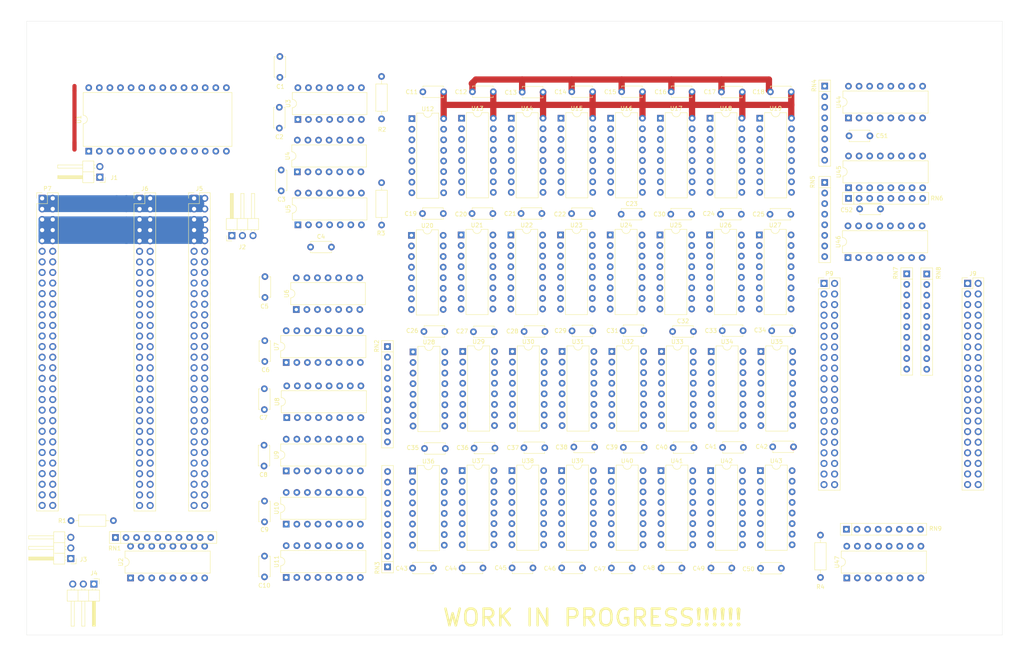
<source format=kicad_pcb>
(kicad_pcb (version 20171130) (host pcbnew "(5.1.5)-3")
  (layers (0 F.Cu signal) (31 B.Cu signal) (34 B.Paste user) (35 F.Paste user) (36 B.SilkS user) (37 F.SilkS user) (38 B.Mask user) (39 F.Mask user) (44 Edge.Cuts user))
  (net 0 "")
  (net 1 5V)
  (net 2 GND)
  (net 3 IRQ3)
  (net 4 ~EXTRES)
  (net 5 ~S.O.)
  (net 6 LPEN)
  (net 7 ~EXTBUFCS)
  (net 8 ~DISKROMCS)
  (net 9 N.C.)
  (net 10 ~BCAS)
  (net 11 ~CS1)
  (net 12 ~EXTPRTCS)
  (net 13 BD2)
  (net 14 BD1)
  (net 15 BD0)
  (net 16 BD7)
  (net 17 BA15)
  (net 18 BA0)
  (net 19 BA11)
  (net 20 BA10)
  (net 21 BA4)
  (net 22 BA5)
  (net 23 BA6)
  (net 24 BA7)
  (net 25 BP2)
  (net 26 BP3)
  (net 27 ~IRQ)
  (net 28 RDY)
  (net 29 ~NMI)
  (net 30 BP1)
  (net 31 BP0)
  (net 32 BA8)
  (net 33 BA9)
  (net 34 BA12)
  (net 35 BA3)
  (net 36 BA2)
  (net 37 BA1)
  (net 38 BA14)
  (net 39 BA13)
  (net 40 BD5)
  (net 41 BD4)
  (net 42 BD3)
  (net 43 S01)
  (net 44 S02)
  (net 45 BOOTCLK)
  (net 46 TODCLK)
  (net 47 SRW)
  (net 48 ~RES)
  (net 49 12V)
  (net 50 -12V)
  (net 51 ~BRAS)
  (net 52 EXTMA)
  (net 53 EXTMA2)
  (net 54 EXTMA7)
  (net 55 EXTMA6)
  (net 56 EXTMA5)
  (net 57 EXTMA4)
  (net 58 EXTMA1)
  (net 59 EXTMA0)
  (net 60 ~PROCRES)
  (net 61 EXTBUF-RW)
  (net 62 DRAM-RW)
  (net 63 ~ECAS)
  (net 64 ~ERAS)
  (net 65 ~BUSY)
  (net 66 ~P2REFGRNT)
  (net 67 ~P2REFREQ)
  (net 68 ~BUSY1)
  (net 69 DRAMO7)
  (net 70 DRAMO6)
  (net 71 DRAMO5)
  (net 72 DRAMO4)
  (net 73 DRAMO3)
  (net 74 DRAMO2)
  (net 75 DRAMO1)
  (net 76 DRAMO0)
  (net 77 ~CAS)
  (net 78 DRAMA1)
  (net 79 D)
  (net 80 DRAMA2)
  (net 81 DRAMA6)
  (net 82 DRAMA0)
  (net 83 DRAMA3)
  (net 84 ~RAS)
  (net 85 DRAMA4)
  (net 86 ~W)
  (net 87 DRAMA5)
  (net 88 DRAMA7)
  (net 89 DRAMA8)
  (net 90 "Net-(J4-Pad1)")
  (net 91 BD6)
  (module Capacitor_THT:C_Disc_D4.7mm_W2.5mm_P5.00mm (layer F.Cu) (at 167.8813 59.7916)
    (fp_text reference C22 (at -2.7813 0.1524) (layer F.SilkS))
    (fp_text value 0.1uf)
    (pad 2 thru_hole circle (at 5 0) (size 1.6 1.6) (drill 0.8) (layers *.Cu *.Mask) (net 2 GND))
    (pad 1 thru_hole circle (at 0 0) (size 1.6 1.6) (drill 0.8) (layers *.Cu *.Mask) (net 1 5V))
  )
  (module Capacitor_THT:C_Disc_D4.7mm_W2.5mm_P5.00mm (layer F.Cu) (at 132.1219 59.7789)
    (fp_text reference C19 (at -2.8359 0.0381) (layer F.SilkS))
    (fp_text value 0.1uf)
    (pad 2 thru_hole circle (at 5 0) (size 1.6 1.6) (drill 0.8) (layers *.Cu *.Mask) (net 2 GND))
    (pad 1 thru_hole circle (at 0 0) (size 1.6 1.6) (drill 0.8) (layers *.Cu *.Mask) (net 1 5V))
  )
  (module Capacitor_THT:C_Disc_D4.7mm_W2.5mm_P5.00mm (layer F.Cu) (at 155.7655 59.7662)
    (fp_text reference C21 (at -2.6035 0.0508) (layer F.SilkS))
    (fp_text value 0.1uf)
    (pad 2 thru_hole circle (at 5 0) (size 1.6 1.6) (drill 0.8) (layers *.Cu *.Mask) (net 2 GND))
    (pad 1 thru_hole circle (at 0 0) (size 1.6 1.6) (drill 0.8) (layers *.Cu *.Mask) (net 1 5V))
  )
  (module Capacitor_THT:C_Disc_D4.7mm_W2.5mm_P5.00mm (layer F.Cu) (at 144.0091 59.7789)
    (fp_text reference C20 (at -2.6581 0.1651) (layer F.SilkS))
    (fp_text value 0.1uf)
    (pad 1 thru_hole circle (at 0 0) (size 1.6 1.6) (drill 0.8) (layers *.Cu *.Mask) (net 1 5V))
    (pad 2 thru_hole circle (at 5 0) (size 1.6 1.6) (drill 0.8) (layers *.Cu *.Mask) (net 2 GND))
  )
  (module Capacitor_THT:C_Disc_D4.7mm_W2.5mm_P5.00mm (layer F.Cu) (at 179.7812 59.944)
    (fp_text reference C23 (at 2.5 -2.5) (layer F.SilkS))
    (fp_text value 0.1uf)
    (pad 1 thru_hole circle (at 0 0) (size 1.6 1.6) (drill 0.8) (layers *.Cu *.Mask) (net 1 5V))
    (pad 2 thru_hole circle (at 5 0) (size 1.6 1.6) (drill 0.8) (layers *.Cu *.Mask) (net 2 GND))
  )
  (module Capacitor_THT:C_Disc_D4.7mm_W2.5mm_P5.00mm (layer F.Cu) (at 203.6064 59.944)
    (fp_text reference C24 (at -2.8194 -0.127) (layer F.SilkS))
    (fp_text value 0.1uf)
    (pad 2 thru_hole circle (at 5 0) (size 1.6 1.6) (drill 0.8) (layers *.Cu *.Mask) (net 2 GND))
    (pad 1 thru_hole circle (at 0 0) (size 1.6 1.6) (drill 0.8) (layers *.Cu *.Mask) (net 1 5V))
  )
  (module Capacitor_THT:C_Disc_D4.7mm_W2.5mm_P5.00mm (layer F.Cu) (at 215.4809 59.9567)
    (fp_text reference C25 (at -2.7559 -0.0127) (layer F.SilkS))
    (fp_text value 0.1uf)
    (pad 1 thru_hole circle (at 0 0) (size 1.6 1.6) (drill 0.8) (layers *.Cu *.Mask) (net 1 5V))
    (pad 2 thru_hole circle (at 5 0) (size 1.6 1.6) (drill 0.8) (layers *.Cu *.Mask) (net 2 GND))
  )
  (module Capacitor_THT:C_Disc_D4.7mm_W2.5mm_P5.00mm (layer F.Cu) (at 191.6811 59.9313)
    (fp_text reference C30 (at -2.7051 0.0127) (layer F.SilkS))
    (fp_text value 0.1uf)
    (pad 1 thru_hole circle (at 0 0) (size 1.6 1.6) (drill 0.8) (layers *.Cu *.Mask) (net 1 5V))
    (pad 2 thru_hole circle (at 5 0) (size 1.6 1.6) (drill 0.8) (layers *.Cu *.Mask) (net 2 GND))
  )
  (module Package_DIP:DIP-16_W7.62mm (layer F.Cu) (at 153.697214 92.8624)
    (fp_text reference U30 (at 3.81 -2.33) (layer F.SilkS))
    (fp_text value 41256)
    (pad 1 thru_hole rect (at 0 0) (size 1.6 1.6) (drill 0.8) (layers *.Cu *.Mask) (net 89 DRAMA8))
    (pad 9 thru_hole oval (at 7.62 17.78) (size 1.6 1.6) (drill 0.8) (layers *.Cu *.Mask) (net 88 DRAMA7))
    (pad 2 thru_hole oval (at 0 2.54) (size 1.6 1.6) (drill 0.8) (layers *.Cu *.Mask) (net 79 D))
    (pad 10 thru_hole oval (at 7.62 15.24) (size 1.6 1.6) (drill 0.8) (layers *.Cu *.Mask) (net 87 DRAMA5))
    (pad 3 thru_hole oval (at 0 5.08) (size 1.6 1.6) (drill 0.8) (layers *.Cu *.Mask) (net 86 ~W))
    (pad 11 thru_hole oval (at 7.62 12.7) (size 1.6 1.6) (drill 0.8) (layers *.Cu *.Mask) (net 85 DRAMA4))
    (pad 4 thru_hole oval (at 0 7.62) (size 1.6 1.6) (drill 0.8) (layers *.Cu *.Mask) (net 84 ~RAS))
    (pad 12 thru_hole oval (at 7.62 10.16) (size 1.6 1.6) (drill 0.8) (layers *.Cu *.Mask) (net 83 DRAMA3))
    (pad 5 thru_hole oval (at 0 10.16) (size 1.6 1.6) (drill 0.8) (layers *.Cu *.Mask) (net 82 DRAMA0))
    (pad 13 thru_hole oval (at 7.62 7.62) (size 1.6 1.6) (drill 0.8) (layers *.Cu *.Mask) (net 81 DRAMA6))
    (pad 6 thru_hole oval (at 0 12.7) (size 1.6 1.6) (drill 0.8) (layers *.Cu *.Mask) (net 80 DRAMA2))
    (pad 14 thru_hole oval (at 7.62 5.08) (size 1.6 1.6) (drill 0.8) (layers *.Cu *.Mask) (net 79 D))
    (pad 7 thru_hole oval (at 0 15.24) (size 1.6 1.6) (drill 0.8) (layers *.Cu *.Mask) (net 78 DRAMA1))
    (pad 15 thru_hole oval (at 7.62 2.54) (size 1.6 1.6) (drill 0.8) (layers *.Cu *.Mask) (net 77 ~CAS))
    (pad 8 thru_hole oval (at 0 17.78) (size 1.6 1.6) (drill 0.8) (layers *.Cu *.Mask) (net 1 5V))
    (pad 16 thru_hole oval (at 7.62 0) (size 1.6 1.6) (drill 0.8) (layers *.Cu *.Mask) (net 2 GND))
  )
  (module Capacitor_THT:C_Disc_D4.7mm_W2.5mm_P5.00mm (layer F.Cu) (at 129.7559 144.8181)
    (fp_text reference C43 (at -2.6289 0.0889) (layer F.SilkS))
    (fp_text value 0.1uf)
    (pad 2 thru_hole circle (at 5 0) (size 1.6 1.6) (drill 0.8) (layers *.Cu *.Mask) (net 2 GND))
    (pad 1 thru_hole circle (at 0 0) (size 1.6 1.6) (drill 0.8) (layers *.Cu *.Mask) (net 1 5V))
  )
  (module Capacitor_THT:C_Disc_D4.7mm_W2.5mm_P5.00mm (layer F.Cu) (at 141.6304 144.7927)
    (fp_text reference C44 (at -2.6924 0.1143) (layer F.SilkS))
    (fp_text value 0.1uf)
    (pad 2 thru_hole circle (at 5 0) (size 1.6 1.6) (drill 0.8) (layers *.Cu *.Mask) (net 2 GND))
    (pad 1 thru_hole circle (at 0 0) (size 1.6 1.6) (drill 0.8) (layers *.Cu *.Mask) (net 1 5V))
  )
  (module Capacitor_THT:C_Disc_D4.7mm_W2.5mm_P5.00mm (layer F.Cu) (at 153.6192 144.78)
    (fp_text reference C45 (at -2.7432 0) (layer F.SilkS))
    (fp_text value 0.1uf)
    (pad 2 thru_hole circle (at 5 0) (size 1.6 1.6) (drill 0.8) (layers *.Cu *.Mask) (net 2 GND))
    (pad 1 thru_hole circle (at 0 0) (size 1.6 1.6) (drill 0.8) (layers *.Cu *.Mask) (net 1 5V))
  )
  (module Capacitor_THT:C_Disc_D4.7mm_W2.5mm_P5.00mm (layer F.Cu) (at 165.5064 144.78)
    (fp_text reference C46 (at -2.8194 0.127) (layer F.SilkS))
    (fp_text value 0.1uf)
    (pad 1 thru_hole circle (at 0 0) (size 1.6 1.6) (drill 0.8) (layers *.Cu *.Mask) (net 1 5V))
    (pad 2 thru_hole circle (at 5 0) (size 1.6 1.6) (drill 0.8) (layers *.Cu *.Mask) (net 2 GND))
  )
  (module Capacitor_THT:C_Disc_D4.7mm_W2.5mm_P5.00mm (layer F.Cu) (at 201.3204 144.8054)
    (fp_text reference C49 (at -2.9464 0.1016) (layer F.SilkS))
    (fp_text value 0.1uf)
    (pad 2 thru_hole circle (at 5 0) (size 1.6 1.6) (drill 0.8) (layers *.Cu *.Mask) (net 2 GND))
    (pad 1 thru_hole circle (at 0 0) (size 1.6 1.6) (drill 0.8) (layers *.Cu *.Mask) (net 1 5V))
  )
  (module Capacitor_THT:C_Disc_D4.7mm_W2.5mm_P5.00mm (layer F.Cu) (at 177.4317 144.8054)
    (fp_text reference C47 (at -2.8067 0.2286) (layer F.SilkS))
    (fp_text value 0.1uf)
    (pad 2 thru_hole circle (at 5 0) (size 1.6 1.6) (drill 0.8) (layers *.Cu *.Mask) (net 2 GND))
    (pad 1 thru_hole circle (at 0 0) (size 1.6 1.6) (drill 0.8) (layers *.Cu *.Mask) (net 1 5V))
  )
  (module Capacitor_THT:C_Disc_D4.7mm_W2.5mm_P5.00mm (layer F.Cu) (at 189.357 144.8054)
    (fp_text reference C48 (at -2.921 -0.0254) (layer F.SilkS))
    (fp_text value 0.1uf)
    (pad 1 thru_hole circle (at 0 0) (size 1.6 1.6) (drill 0.8) (layers *.Cu *.Mask) (net 1 5V))
    (pad 2 thru_hole circle (at 5 0) (size 1.6 1.6) (drill 0.8) (layers *.Cu *.Mask) (net 2 GND))
  )
  (module Capacitor_THT:C_Disc_D4.7mm_W2.5mm_P5.00mm (layer F.Cu) (at 213.2076 144.8562)
    (fp_text reference C50 (at -2.8956 0.1778) (layer F.SilkS))
    (fp_text value 0.1uf)
    (pad 1 thru_hole circle (at 0 0) (size 1.6 1.6) (drill 0.8) (layers *.Cu *.Mask) (net 1 5V))
    (pad 2 thru_hole circle (at 5 0) (size 1.6 1.6) (drill 0.8) (layers *.Cu *.Mask) (net 2 GND))
  )
  (module Package_DIP:DIP-16_W7.62mm (layer F.Cu) (at 201.249642 121.4501)
    (fp_text reference U42 (at 3.81 -2.33) (layer F.SilkS))
    (fp_text value 41256)
    (pad 16 thru_hole oval (at 7.62 0) (size 1.6 1.6) (drill 0.8) (layers *.Cu *.Mask) (net 2 GND))
    (pad 8 thru_hole oval (at 0 17.78) (size 1.6 1.6) (drill 0.8) (layers *.Cu *.Mask) (net 1 5V))
    (pad 15 thru_hole oval (at 7.62 2.54) (size 1.6 1.6) (drill 0.8) (layers *.Cu *.Mask) (net 77 ~CAS))
    (pad 7 thru_hole oval (at 0 15.24) (size 1.6 1.6) (drill 0.8) (layers *.Cu *.Mask) (net 78 DRAMA1))
    (pad 14 thru_hole oval (at 7.62 5.08) (size 1.6 1.6) (drill 0.8) (layers *.Cu *.Mask) (net 79 D))
    (pad 6 thru_hole oval (at 0 12.7) (size 1.6 1.6) (drill 0.8) (layers *.Cu *.Mask) (net 80 DRAMA2))
    (pad 13 thru_hole oval (at 7.62 7.62) (size 1.6 1.6) (drill 0.8) (layers *.Cu *.Mask) (net 81 DRAMA6))
    (pad 5 thru_hole oval (at 0 10.16) (size 1.6 1.6) (drill 0.8) (layers *.Cu *.Mask) (net 82 DRAMA0))
    (pad 12 thru_hole oval (at 7.62 10.16) (size 1.6 1.6) (drill 0.8) (layers *.Cu *.Mask) (net 83 DRAMA3))
    (pad 4 thru_hole oval (at 0 7.62) (size 1.6 1.6) (drill 0.8) (layers *.Cu *.Mask) (net 84 ~RAS))
    (pad 11 thru_hole oval (at 7.62 12.7) (size 1.6 1.6) (drill 0.8) (layers *.Cu *.Mask) (net 85 DRAMA4))
    (pad 3 thru_hole oval (at 0 5.08) (size 1.6 1.6) (drill 0.8) (layers *.Cu *.Mask) (net 86 ~W))
    (pad 10 thru_hole oval (at 7.62 15.24) (size 1.6 1.6) (drill 0.8) (layers *.Cu *.Mask) (net 87 DRAMA5))
    (pad 2 thru_hole oval (at 0 2.54) (size 1.6 1.6) (drill 0.8) (layers *.Cu *.Mask) (net 79 D))
    (pad 9 thru_hole oval (at 7.62 17.78) (size 1.6 1.6) (drill 0.8) (layers *.Cu *.Mask) (net 88 DRAMA7))
    (pad 1 thru_hole rect (at 0 0) (size 1.6 1.6) (drill 0.8) (layers *.Cu *.Mask) (net 89 DRAMA8))
  )
  (module Package_DIP:DIP-16_W7.62mm (layer F.Cu) (at 177.409928 121.4501)
    (fp_text reference U40 (at 3.81 -2.33) (layer F.SilkS))
    (fp_text value 41256)
    (pad 1 thru_hole rect (at 0 0) (size 1.6 1.6) (drill 0.8) (layers *.Cu *.Mask) (net 89 DRAMA8))
    (pad 9 thru_hole oval (at 7.62 17.78) (size 1.6 1.6) (drill 0.8) (layers *.Cu *.Mask) (net 88 DRAMA7))
    (pad 2 thru_hole oval (at 0 2.54) (size 1.6 1.6) (drill 0.8) (layers *.Cu *.Mask) (net 79 D))
    (pad 10 thru_hole oval (at 7.62 15.24) (size 1.6 1.6) (drill 0.8) (layers *.Cu *.Mask) (net 87 DRAMA5))
    (pad 3 thru_hole oval (at 0 5.08) (size 1.6 1.6) (drill 0.8) (layers *.Cu *.Mask) (net 86 ~W))
    (pad 11 thru_hole oval (at 7.62 12.7) (size 1.6 1.6) (drill 0.8) (layers *.Cu *.Mask) (net 85 DRAMA4))
    (pad 4 thru_hole oval (at 0 7.62) (size 1.6 1.6) (drill 0.8) (layers *.Cu *.Mask) (net 84 ~RAS))
    (pad 12 thru_hole oval (at 7.62 10.16) (size 1.6 1.6) (drill 0.8) (layers *.Cu *.Mask) (net 83 DRAMA3))
    (pad 5 thru_hole oval (at 0 10.16) (size 1.6 1.6) (drill 0.8) (layers *.Cu *.Mask) (net 82 DRAMA0))
    (pad 13 thru_hole oval (at 7.62 7.62) (size 1.6 1.6) (drill 0.8) (layers *.Cu *.Mask) (net 81 DRAMA6))
    (pad 6 thru_hole oval (at 0 12.7) (size 1.6 1.6) (drill 0.8) (layers *.Cu *.Mask) (net 80 DRAMA2))
    (pad 14 thru_hole oval (at 7.62 5.08) (size 1.6 1.6) (drill 0.8) (layers *.Cu *.Mask) (net 79 D))
    (pad 7 thru_hole oval (at 0 15.24) (size 1.6 1.6) (drill 0.8) (layers *.Cu *.Mask) (net 78 DRAMA1))
    (pad 15 thru_hole oval (at 7.62 2.54) (size 1.6 1.6) (drill 0.8) (layers *.Cu *.Mask) (net 77 ~CAS))
    (pad 8 thru_hole oval (at 0 17.78) (size 1.6 1.6) (drill 0.8) (layers *.Cu *.Mask) (net 1 5V))
    (pad 16 thru_hole oval (at 7.62 0) (size 1.6 1.6) (drill 0.8) (layers *.Cu *.Mask) (net 2 GND))
  )
  (module Package_DIP:DIP-16_W7.62mm (layer F.Cu) (at 165.490071 121.4501)
    (fp_text reference U39 (at 3.81 -2.33) (layer F.SilkS))
    (fp_text value 41256)
    (pad 16 thru_hole oval (at 7.62 0) (size 1.6 1.6) (drill 0.8) (layers *.Cu *.Mask) (net 2 GND))
    (pad 8 thru_hole oval (at 0 17.78) (size 1.6 1.6) (drill 0.8) (layers *.Cu *.Mask) (net 1 5V))
    (pad 15 thru_hole oval (at 7.62 2.54) (size 1.6 1.6) (drill 0.8) (layers *.Cu *.Mask) (net 77 ~CAS))
    (pad 7 thru_hole oval (at 0 15.24) (size 1.6 1.6) (drill 0.8) (layers *.Cu *.Mask) (net 78 DRAMA1))
    (pad 14 thru_hole oval (at 7.62 5.08) (size 1.6 1.6) (drill 0.8) (layers *.Cu *.Mask) (net 79 D))
    (pad 6 thru_hole oval (at 0 12.7) (size 1.6 1.6) (drill 0.8) (layers *.Cu *.Mask) (net 80 DRAMA2))
    (pad 13 thru_hole oval (at 7.62 7.62) (size 1.6 1.6) (drill 0.8) (layers *.Cu *.Mask) (net 81 DRAMA6))
    (pad 5 thru_hole oval (at 0 10.16) (size 1.6 1.6) (drill 0.8) (layers *.Cu *.Mask) (net 82 DRAMA0))
    (pad 12 thru_hole oval (at 7.62 10.16) (size 1.6 1.6) (drill 0.8) (layers *.Cu *.Mask) (net 83 DRAMA3))
    (pad 4 thru_hole oval (at 0 7.62) (size 1.6 1.6) (drill 0.8) (layers *.Cu *.Mask) (net 84 ~RAS))
    (pad 11 thru_hole oval (at 7.62 12.7) (size 1.6 1.6) (drill 0.8) (layers *.Cu *.Mask) (net 85 DRAMA4))
    (pad 3 thru_hole oval (at 0 5.08) (size 1.6 1.6) (drill 0.8) (layers *.Cu *.Mask) (net 86 ~W))
    (pad 10 thru_hole oval (at 7.62 15.24) (size 1.6 1.6) (drill 0.8) (layers *.Cu *.Mask) (net 87 DRAMA5))
    (pad 2 thru_hole oval (at 0 2.54) (size 1.6 1.6) (drill 0.8) (layers *.Cu *.Mask) (net 79 D))
    (pad 9 thru_hole oval (at 7.62 17.78) (size 1.6 1.6) (drill 0.8) (layers *.Cu *.Mask) (net 88 DRAMA7))
    (pad 1 thru_hole rect (at 0 0) (size 1.6 1.6) (drill 0.8) (layers *.Cu *.Mask) (net 89 DRAMA8))
  )
  (module Package_DIP:DIP-16_W7.62mm (layer F.Cu) (at 189.329785 121.4501)
    (fp_text reference U41 (at 3.81 -2.33) (layer F.SilkS))
    (fp_text value 41256)
    (pad 1 thru_hole rect (at 0 0) (size 1.6 1.6) (drill 0.8) (layers *.Cu *.Mask) (net 89 DRAMA8))
    (pad 9 thru_hole oval (at 7.62 17.78) (size 1.6 1.6) (drill 0.8) (layers *.Cu *.Mask) (net 88 DRAMA7))
    (pad 2 thru_hole oval (at 0 2.54) (size 1.6 1.6) (drill 0.8) (layers *.Cu *.Mask) (net 79 D))
    (pad 10 thru_hole oval (at 7.62 15.24) (size 1.6 1.6) (drill 0.8) (layers *.Cu *.Mask) (net 87 DRAMA5))
    (pad 3 thru_hole oval (at 0 5.08) (size 1.6 1.6) (drill 0.8) (layers *.Cu *.Mask) (net 86 ~W))
    (pad 11 thru_hole oval (at 7.62 12.7) (size 1.6 1.6) (drill 0.8) (layers *.Cu *.Mask) (net 85 DRAMA4))
    (pad 4 thru_hole oval (at 0 7.62) (size 1.6 1.6) (drill 0.8) (layers *.Cu *.Mask) (net 84 ~RAS))
    (pad 12 thru_hole oval (at 7.62 10.16) (size 1.6 1.6) (drill 0.8) (layers *.Cu *.Mask) (net 83 DRAMA3))
    (pad 5 thru_hole oval (at 0 10.16) (size 1.6 1.6) (drill 0.8) (layers *.Cu *.Mask) (net 82 DRAMA0))
    (pad 13 thru_hole oval (at 7.62 7.62) (size 1.6 1.6) (drill 0.8) (layers *.Cu *.Mask) (net 81 DRAMA6))
    (pad 6 thru_hole oval (at 0 12.7) (size 1.6 1.6) (drill 0.8) (layers *.Cu *.Mask) (net 80 DRAMA2))
    (pad 14 thru_hole oval (at 7.62 5.08) (size 1.6 1.6) (drill 0.8) (layers *.Cu *.Mask) (net 79 D))
    (pad 7 thru_hole oval (at 0 15.24) (size 1.6 1.6) (drill 0.8) (layers *.Cu *.Mask) (net 78 DRAMA1))
    (pad 15 thru_hole oval (at 7.62 2.54) (size 1.6 1.6) (drill 0.8) (layers *.Cu *.Mask) (net 77 ~CAS))
    (pad 8 thru_hole oval (at 0 17.78) (size 1.6 1.6) (drill 0.8) (layers *.Cu *.Mask) (net 1 5V))
    (pad 16 thru_hole oval (at 7.62 0) (size 1.6 1.6) (drill 0.8) (layers *.Cu *.Mask) (net 2 GND))
  )
  (module Package_DIP:DIP-16_W7.62mm (layer F.Cu) (at 153.570214 121.4501)
    (fp_text reference U38 (at 3.81 -2.33) (layer F.SilkS))
    (fp_text value 41256)
    (pad 1 thru_hole rect (at 0 0) (size 1.6 1.6) (drill 0.8) (layers *.Cu *.Mask) (net 89 DRAMA8))
    (pad 9 thru_hole oval (at 7.62 17.78) (size 1.6 1.6) (drill 0.8) (layers *.Cu *.Mask) (net 88 DRAMA7))
    (pad 2 thru_hole oval (at 0 2.54) (size 1.6 1.6) (drill 0.8) (layers *.Cu *.Mask) (net 79 D))
    (pad 10 thru_hole oval (at 7.62 15.24) (size 1.6 1.6) (drill 0.8) (layers *.Cu *.Mask) (net 87 DRAMA5))
    (pad 3 thru_hole oval (at 0 5.08) (size 1.6 1.6) (drill 0.8) (layers *.Cu *.Mask) (net 86 ~W))
    (pad 11 thru_hole oval (at 7.62 12.7) (size 1.6 1.6) (drill 0.8) (layers *.Cu *.Mask) (net 85 DRAMA4))
    (pad 4 thru_hole oval (at 0 7.62) (size 1.6 1.6) (drill 0.8) (layers *.Cu *.Mask) (net 84 ~RAS))
    (pad 12 thru_hole oval (at 7.62 10.16) (size 1.6 1.6) (drill 0.8) (layers *.Cu *.Mask) (net 83 DRAMA3))
    (pad 5 thru_hole oval (at 0 10.16) (size 1.6 1.6) (drill 0.8) (layers *.Cu *.Mask) (net 82 DRAMA0))
    (pad 13 thru_hole oval (at 7.62 7.62) (size 1.6 1.6) (drill 0.8) (layers *.Cu *.Mask) (net 81 DRAMA6))
    (pad 6 thru_hole oval (at 0 12.7) (size 1.6 1.6) (drill 0.8) (layers *.Cu *.Mask) (net 80 DRAMA2))
    (pad 14 thru_hole oval (at 7.62 5.08) (size 1.6 1.6) (drill 0.8) (layers *.Cu *.Mask) (net 79 D))
    (pad 7 thru_hole oval (at 0 15.24) (size 1.6 1.6) (drill 0.8) (layers *.Cu *.Mask) (net 78 DRAMA1))
    (pad 15 thru_hole oval (at 7.62 2.54) (size 1.6 1.6) (drill 0.8) (layers *.Cu *.Mask) (net 77 ~CAS))
    (pad 8 thru_hole oval (at 0 17.78) (size 1.6 1.6) (drill 0.8) (layers *.Cu *.Mask) (net 1 5V))
    (pad 16 thru_hole oval (at 7.62 0) (size 1.6 1.6) (drill 0.8) (layers *.Cu *.Mask) (net 2 GND))
  )
  (module Package_DIP:DIP-16_W7.62mm (layer F.Cu) (at 213.1695 121.4501)
    (fp_text reference U43 (at 3.81 -2.33) (layer F.SilkS))
    (fp_text value 41256)
    (pad 16 thru_hole oval (at 7.62 0) (size 1.6 1.6) (drill 0.8) (layers *.Cu *.Mask) (net 2 GND))
    (pad 8 thru_hole oval (at 0 17.78) (size 1.6 1.6) (drill 0.8) (layers *.Cu *.Mask) (net 1 5V))
    (pad 15 thru_hole oval (at 7.62 2.54) (size 1.6 1.6) (drill 0.8) (layers *.Cu *.Mask) (net 77 ~CAS))
    (pad 7 thru_hole oval (at 0 15.24) (size 1.6 1.6) (drill 0.8) (layers *.Cu *.Mask) (net 78 DRAMA1))
    (pad 14 thru_hole oval (at 7.62 5.08) (size 1.6 1.6) (drill 0.8) (layers *.Cu *.Mask) (net 79 D))
    (pad 6 thru_hole oval (at 0 12.7) (size 1.6 1.6) (drill 0.8) (layers *.Cu *.Mask) (net 80 DRAMA2))
    (pad 13 thru_hole oval (at 7.62 7.62) (size 1.6 1.6) (drill 0.8) (layers *.Cu *.Mask) (net 81 DRAMA6))
    (pad 5 thru_hole oval (at 0 10.16) (size 1.6 1.6) (drill 0.8) (layers *.Cu *.Mask) (net 82 DRAMA0))
    (pad 12 thru_hole oval (at 7.62 10.16) (size 1.6 1.6) (drill 0.8) (layers *.Cu *.Mask) (net 83 DRAMA3))
    (pad 4 thru_hole oval (at 0 7.62) (size 1.6 1.6) (drill 0.8) (layers *.Cu *.Mask) (net 84 ~RAS))
    (pad 11 thru_hole oval (at 7.62 12.7) (size 1.6 1.6) (drill 0.8) (layers *.Cu *.Mask) (net 85 DRAMA4))
    (pad 3 thru_hole oval (at 0 5.08) (size 1.6 1.6) (drill 0.8) (layers *.Cu *.Mask) (net 86 ~W))
    (pad 10 thru_hole oval (at 7.62 15.24) (size 1.6 1.6) (drill 0.8) (layers *.Cu *.Mask) (net 87 DRAMA5))
    (pad 2 thru_hole oval (at 0 2.54) (size 1.6 1.6) (drill 0.8) (layers *.Cu *.Mask) (net 79 D))
    (pad 9 thru_hole oval (at 7.62 17.78) (size 1.6 1.6) (drill 0.8) (layers *.Cu *.Mask) (net 88 DRAMA7))
    (pad 1 thru_hole rect (at 0 0) (size 1.6 1.6) (drill 0.8) (layers *.Cu *.Mask) (net 89 DRAMA8))
  )
  (module Package_DIP:DIP-16_W7.62mm (layer F.Cu) (at 129.7305 121.5517)
    (fp_text reference U36 (at 3.81 -2.33) (layer F.SilkS))
    (fp_text value 41256)
    (pad 1 thru_hole rect (at 0 0) (size 1.6 1.6) (drill 0.8) (layers *.Cu *.Mask) (net 89 DRAMA8))
    (pad 9 thru_hole oval (at 7.62 17.78) (size 1.6 1.6) (drill 0.8) (layers *.Cu *.Mask) (net 88 DRAMA7))
    (pad 2 thru_hole oval (at 0 2.54) (size 1.6 1.6) (drill 0.8) (layers *.Cu *.Mask) (net 79 D))
    (pad 10 thru_hole oval (at 7.62 15.24) (size 1.6 1.6) (drill 0.8) (layers *.Cu *.Mask) (net 87 DRAMA5))
    (pad 3 thru_hole oval (at 0 5.08) (size 1.6 1.6) (drill 0.8) (layers *.Cu *.Mask) (net 86 ~W))
    (pad 11 thru_hole oval (at 7.62 12.7) (size 1.6 1.6) (drill 0.8) (layers *.Cu *.Mask) (net 85 DRAMA4))
    (pad 4 thru_hole oval (at 0 7.62) (size 1.6 1.6) (drill 0.8) (layers *.Cu *.Mask) (net 84 ~RAS))
    (pad 12 thru_hole oval (at 7.62 10.16) (size 1.6 1.6) (drill 0.8) (layers *.Cu *.Mask) (net 83 DRAMA3))
    (pad 5 thru_hole oval (at 0 10.16) (size 1.6 1.6) (drill 0.8) (layers *.Cu *.Mask) (net 82 DRAMA0))
    (pad 13 thru_hole oval (at 7.62 7.62) (size 1.6 1.6) (drill 0.8) (layers *.Cu *.Mask) (net 81 DRAMA6))
    (pad 6 thru_hole oval (at 0 12.7) (size 1.6 1.6) (drill 0.8) (layers *.Cu *.Mask) (net 80 DRAMA2))
    (pad 14 thru_hole oval (at 7.62 5.08) (size 1.6 1.6) (drill 0.8) (layers *.Cu *.Mask) (net 79 D))
    (pad 7 thru_hole oval (at 0 15.24) (size 1.6 1.6) (drill 0.8) (layers *.Cu *.Mask) (net 78 DRAMA1))
    (pad 15 thru_hole oval (at 7.62 2.54) (size 1.6 1.6) (drill 0.8) (layers *.Cu *.Mask) (net 77 ~CAS))
    (pad 8 thru_hole oval (at 0 17.78) (size 1.6 1.6) (drill 0.8) (layers *.Cu *.Mask) (net 1 5V))
    (pad 16 thru_hole oval (at 7.62 0) (size 1.6 1.6) (drill 0.8) (layers *.Cu *.Mask) (net 2 GND))
  )
  (module Package_DIP:DIP-16_W7.62mm (layer F.Cu) (at 141.650357 121.4501)
    (fp_text reference U37 (at 3.81 -2.33) (layer F.SilkS))
    (fp_text value 41256)
    (pad 16 thru_hole oval (at 7.62 0) (size 1.6 1.6) (drill 0.8) (layers *.Cu *.Mask) (net 2 GND))
    (pad 8 thru_hole oval (at 0 17.78) (size 1.6 1.6) (drill 0.8) (layers *.Cu *.Mask) (net 1 5V))
    (pad 15 thru_hole oval (at 7.62 2.54) (size 1.6 1.6) (drill 0.8) (layers *.Cu *.Mask) (net 77 ~CAS))
    (pad 7 thru_hole oval (at 0 15.24) (size 1.6 1.6) (drill 0.8) (layers *.Cu *.Mask) (net 78 DRAMA1))
    (pad 14 thru_hole oval (at 7.62 5.08) (size 1.6 1.6) (drill 0.8) (layers *.Cu *.Mask) (net 79 D))
    (pad 6 thru_hole oval (at 0 12.7) (size 1.6 1.6) (drill 0.8) (layers *.Cu *.Mask) (net 80 DRAMA2))
    (pad 13 thru_hole oval (at 7.62 7.62) (size 1.6 1.6) (drill 0.8) (layers *.Cu *.Mask) (net 81 DRAMA6))
    (pad 5 thru_hole oval (at 0 10.16) (size 1.6 1.6) (drill 0.8) (layers *.Cu *.Mask) (net 82 DRAMA0))
    (pad 12 thru_hole oval (at 7.62 10.16) (size 1.6 1.6) (drill 0.8) (layers *.Cu *.Mask) (net 83 DRAMA3))
    (pad 4 thru_hole oval (at 0 7.62) (size 1.6 1.6) (drill 0.8) (layers *.Cu *.Mask) (net 84 ~RAS))
    (pad 11 thru_hole oval (at 7.62 12.7) (size 1.6 1.6) (drill 0.8) (layers *.Cu *.Mask) (net 85 DRAMA4))
    (pad 3 thru_hole oval (at 0 5.08) (size 1.6 1.6) (drill 0.8) (layers *.Cu *.Mask) (net 86 ~W))
    (pad 10 thru_hole oval (at 7.62 15.24) (size 1.6 1.6) (drill 0.8) (layers *.Cu *.Mask) (net 87 DRAMA5))
    (pad 2 thru_hole oval (at 0 2.54) (size 1.6 1.6) (drill 0.8) (layers *.Cu *.Mask) (net 79 D))
    (pad 9 thru_hole oval (at 7.62 17.78) (size 1.6 1.6) (drill 0.8) (layers *.Cu *.Mask) (net 88 DRAMA7))
    (pad 1 thru_hole rect (at 0 0) (size 1.6 1.6) (drill 0.8) (layers *.Cu *.Mask) (net 89 DRAMA8))
  )
  (module Resistor_THT:R_Array_SIP10 (layer F.Cu) (at 248.2723 74.2315 270)
    (fp_text reference RN7 (at -0.1905 2.6543 90) (layer F.SilkS))
    (fp_text value 10K)
    (pad 10 thru_hole oval (at 22.86 0 270) (size 1.6 1.6) (drill 0.8) (layers *.Cu *.Mask))
    (pad 9 thru_hole oval (at 20.32 0 270) (size 1.6 1.6) (drill 0.8) (layers *.Cu *.Mask))
    (pad 8 thru_hole oval (at 17.78 0 270) (size 1.6 1.6) (drill 0.8) (layers *.Cu *.Mask))
    (pad 7 thru_hole oval (at 15.24 0 270) (size 1.6 1.6) (drill 0.8) (layers *.Cu *.Mask))
    (pad 6 thru_hole oval (at 12.7 0 270) (size 1.6 1.6) (drill 0.8) (layers *.Cu *.Mask))
    (pad 5 thru_hole oval (at 10.16 0 270) (size 1.6 1.6) (drill 0.8) (layers *.Cu *.Mask))
    (pad 4 thru_hole oval (at 7.62 0 270) (size 1.6 1.6) (drill 0.8) (layers *.Cu *.Mask))
    (pad 3 thru_hole oval (at 5.08 0 270) (size 1.6 1.6) (drill 0.8) (layers *.Cu *.Mask))
    (pad 2 thru_hole oval (at 2.54 0 270) (size 1.6 1.6) (drill 0.8) (layers *.Cu *.Mask))
    (pad 1 thru_hole rect (at 0 0 270) (size 1.6 1.6) (drill 0.8) (layers *.Cu *.Mask))
  )
  (module Resistor_THT:R_Array_SIP10 (layer F.Cu) (at 253.0729 74.2696 270)
    (fp_text reference RN8 (at -0.2286 -2.8321 90) (layer F.SilkS))
    (fp_text value 10K)
    (pad 1 thru_hole rect (at 0 0 270) (size 1.6 1.6) (drill 0.8) (layers *.Cu *.Mask))
    (pad 2 thru_hole oval (at 2.54 0 270) (size 1.6 1.6) (drill 0.8) (layers *.Cu *.Mask))
    (pad 3 thru_hole oval (at 5.08 0 270) (size 1.6 1.6) (drill 0.8) (layers *.Cu *.Mask))
    (pad 4 thru_hole oval (at 7.62 0 270) (size 1.6 1.6) (drill 0.8) (layers *.Cu *.Mask))
    (pad 5 thru_hole oval (at 10.16 0 270) (size 1.6 1.6) (drill 0.8) (layers *.Cu *.Mask))
    (pad 6 thru_hole oval (at 12.7 0 270) (size 1.6 1.6) (drill 0.8) (layers *.Cu *.Mask))
    (pad 7 thru_hole oval (at 15.24 0 270) (size 1.6 1.6) (drill 0.8) (layers *.Cu *.Mask))
    (pad 8 thru_hole oval (at 17.78 0 270) (size 1.6 1.6) (drill 0.8) (layers *.Cu *.Mask))
    (pad 9 thru_hole oval (at 20.32 0 270) (size 1.6 1.6) (drill 0.8) (layers *.Cu *.Mask))
    (pad 10 thru_hole oval (at 22.86 0 270) (size 1.6 1.6) (drill 0.8) (layers *.Cu *.Mask))
  )
  (module Connector_PinHeader_2.54mm:PinHeader_2x20_P2.54mm_Vertical (layer F.Cu) (at 262.8773 76.5302)
    (fp_text reference J9 (at 1.27 -2.33) (layer F.SilkS))
    (fp_text value COPRO)
    (pad 1 thru_hole rect (at 0 0) (size 1.7 1.7) (drill 1) (layers *.Cu *.Mask) (net 52 EXTMA))
    (pad 2 thru_hole oval (at 2.54 0) (size 1.7 1.7) (drill 1) (layers *.Cu *.Mask) (net 76 DRAMO0))
    (pad 3 thru_hole oval (at 0 2.54) (size 1.7 1.7) (drill 1) (layers *.Cu *.Mask) (net 53 EXTMA2))
    (pad 4 thru_hole oval (at 2.54 2.54) (size 1.7 1.7) (drill 1) (layers *.Cu *.Mask) (net 75 DRAMO1))
    (pad 5 thru_hole oval (at 0 5.08) (size 1.7 1.7) (drill 1) (layers *.Cu *.Mask) (net 54 EXTMA7))
    (pad 6 thru_hole oval (at 2.54 5.08) (size 1.7 1.7) (drill 1) (layers *.Cu *.Mask) (net 74 DRAMO2))
    (pad 7 thru_hole oval (at 0 7.62) (size 1.7 1.7) (drill 1) (layers *.Cu *.Mask) (net 55 EXTMA6))
    (pad 8 thru_hole oval (at 2.54 7.62) (size 1.7 1.7) (drill 1) (layers *.Cu *.Mask) (net 73 DRAMO3))
    (pad 9 thru_hole oval (at 0 10.16) (size 1.7 1.7) (drill 1) (layers *.Cu *.Mask) (net 56 EXTMA5))
    (pad 10 thru_hole oval (at 2.54 10.16) (size 1.7 1.7) (drill 1) (layers *.Cu *.Mask) (net 72 DRAMO4))
    (pad 11 thru_hole oval (at 0 12.7) (size 1.7 1.7) (drill 1) (layers *.Cu *.Mask) (net 57 EXTMA4))
    (pad 12 thru_hole oval (at 2.54 12.7) (size 1.7 1.7) (drill 1) (layers *.Cu *.Mask) (net 71 DRAMO5))
    (pad 13 thru_hole oval (at 0 15.24) (size 1.7 1.7) (drill 1) (layers *.Cu *.Mask) (net 58 EXTMA1))
    (pad 14 thru_hole oval (at 2.54 15.24) (size 1.7 1.7) (drill 1) (layers *.Cu *.Mask) (net 70 DRAMO6))
    (pad 15 thru_hole oval (at 0 17.78) (size 1.7 1.7) (drill 1) (layers *.Cu *.Mask) (net 59 EXTMA0))
    (pad 16 thru_hole oval (at 2.54 17.78) (size 1.7 1.7) (drill 1) (layers *.Cu *.Mask) (net 69 DRAMO7))
    (pad 17 thru_hole oval (at 0 20.32) (size 1.7 1.7) (drill 1) (layers *.Cu *.Mask) (net 2 GND))
    (pad 18 thru_hole oval (at 2.54 20.32) (size 1.7 1.7) (drill 1) (layers *.Cu *.Mask) (net 2 GND))
    (pad 19 thru_hole oval (at 0 22.86) (size 1.7 1.7) (drill 1) (layers *.Cu *.Mask) (net 2 GND))
    (pad 20 thru_hole oval (at 2.54 22.86) (size 1.7 1.7) (drill 1) (layers *.Cu *.Mask) (net 2 GND))
    (pad 21 thru_hole oval (at 0 25.4) (size 1.7 1.7) (drill 1) (layers *.Cu *.Mask) (net 2 GND))
    (pad 22 thru_hole oval (at 2.54 25.4) (size 1.7 1.7) (drill 1) (layers *.Cu *.Mask) (net 68 ~BUSY1))
    (pad 23 thru_hole oval (at 0 27.94) (size 1.7 1.7) (drill 1) (layers *.Cu *.Mask) (net 2 GND))
    (pad 24 thru_hole oval (at 2.54 27.94) (size 1.7 1.7) (drill 1) (layers *.Cu *.Mask) (net 67 ~P2REFREQ))
    (pad 25 thru_hole oval (at 0 30.48) (size 1.7 1.7) (drill 1) (layers *.Cu *.Mask) (net 2 GND))
    (pad 26 thru_hole oval (at 2.54 30.48) (size 1.7 1.7) (drill 1) (layers *.Cu *.Mask) (net 66 ~P2REFGRNT))
    (pad 27 thru_hole oval (at 0 33.02) (size 1.7 1.7) (drill 1) (layers *.Cu *.Mask) (net 2 GND))
    (pad 28 thru_hole oval (at 2.54 33.02) (size 1.7 1.7) (drill 1) (layers *.Cu *.Mask) (net 31 BP0))
    (pad 29 thru_hole oval (at 0 35.56) (size 1.7 1.7) (drill 1) (layers *.Cu *.Mask) (net 2 GND))
    (pad 30 thru_hole oval (at 2.54 35.56) (size 1.7 1.7) (drill 1) (layers *.Cu *.Mask) (net 30 BP1))
    (pad 31 thru_hole oval (at 0 38.1) (size 1.7 1.7) (drill 1) (layers *.Cu *.Mask) (net 2 GND))
    (pad 32 thru_hole oval (at 2.54 38.1) (size 1.7 1.7) (drill 1) (layers *.Cu *.Mask) (net 25 BP2))
    (pad 33 thru_hole oval (at 0 40.64) (size 1.7 1.7) (drill 1) (layers *.Cu *.Mask) (net 9 N.C.))
    (pad 34 thru_hole oval (at 2.54 40.64) (size 1.7 1.7) (drill 1) (layers *.Cu *.Mask) (net 26 BP3))
    (pad 35 thru_hole oval (at 0 43.18) (size 1.7 1.7) (drill 1) (layers *.Cu *.Mask) (net 60 ~PROCRES))
    (pad 36 thru_hole oval (at 2.54 43.18) (size 1.7 1.7) (drill 1) (layers *.Cu *.Mask) (net 65 ~BUSY))
    (pad 37 thru_hole oval (at 0 45.72) (size 1.7 1.7) (drill 1) (layers *.Cu *.Mask) (net 61 EXTBUF-RW))
    (pad 38 thru_hole oval (at 2.54 45.72) (size 1.7 1.7) (drill 1) (layers *.Cu *.Mask) (net 64 ~ERAS))
    (pad 39 thru_hole oval (at 0 48.26) (size 1.7 1.7) (drill 1) (layers *.Cu *.Mask) (net 62 DRAM-RW))
    (pad 40 thru_hole oval (at 2.54 48.26) (size 1.7 1.7) (drill 1) (layers *.Cu *.Mask) (net 63 ~ECAS))
  )
  (module Connector_PinHeader_2.54mm:PinHeader_2x20_P2.54mm_Vertical (layer F.Cu) (at 228.4349 76.5429)
    (fp_text reference P9 (at 1.27 -2.33) (layer F.SilkS))
    (fp_text value COPRO)
    (pad 40 thru_hole oval (at 2.54 48.26) (size 1.7 1.7) (drill 1) (layers *.Cu *.Mask) (net 63 ~ECAS))
    (pad 39 thru_hole oval (at 0 48.26) (size 1.7 1.7) (drill 1) (layers *.Cu *.Mask) (net 62 DRAM-RW))
    (pad 38 thru_hole oval (at 2.54 45.72) (size 1.7 1.7) (drill 1) (layers *.Cu *.Mask) (net 64 ~ERAS))
    (pad 37 thru_hole oval (at 0 45.72) (size 1.7 1.7) (drill 1) (layers *.Cu *.Mask) (net 61 EXTBUF-RW))
    (pad 36 thru_hole oval (at 2.54 43.18) (size 1.7 1.7) (drill 1) (layers *.Cu *.Mask) (net 65 ~BUSY))
    (pad 35 thru_hole oval (at 0 43.18) (size 1.7 1.7) (drill 1) (layers *.Cu *.Mask) (net 60 ~PROCRES))
    (pad 34 thru_hole oval (at 2.54 40.64) (size 1.7 1.7) (drill 1) (layers *.Cu *.Mask) (net 26 BP3))
    (pad 33 thru_hole oval (at 0 40.64) (size 1.7 1.7) (drill 1) (layers *.Cu *.Mask) (net 9 N.C.))
    (pad 32 thru_hole oval (at 2.54 38.1) (size 1.7 1.7) (drill 1) (layers *.Cu *.Mask) (net 25 BP2))
    (pad 31 thru_hole oval (at 0 38.1) (size 1.7 1.7) (drill 1) (layers *.Cu *.Mask) (net 2 GND))
    (pad 30 thru_hole oval (at 2.54 35.56) (size 1.7 1.7) (drill 1) (layers *.Cu *.Mask) (net 30 BP1))
    (pad 29 thru_hole oval (at 0 35.56) (size 1.7 1.7) (drill 1) (layers *.Cu *.Mask) (net 2 GND))
    (pad 28 thru_hole oval (at 2.54 33.02) (size 1.7 1.7) (drill 1) (layers *.Cu *.Mask) (net 31 BP0))
    (pad 27 thru_hole oval (at 0 33.02) (size 1.7 1.7) (drill 1) (layers *.Cu *.Mask) (net 2 GND))
    (pad 26 thru_hole oval (at 2.54 30.48) (size 1.7 1.7) (drill 1) (layers *.Cu *.Mask) (net 66 ~P2REFGRNT))
    (pad 25 thru_hole oval (at 0 30.48) (size 1.7 1.7) (drill 1) (layers *.Cu *.Mask) (net 2 GND))
    (pad 24 thru_hole oval (at 2.54 27.94) (size 1.7 1.7) (drill 1) (layers *.Cu *.Mask) (net 67 ~P2REFREQ))
    (pad 23 thru_hole oval (at 0 27.94) (size 1.7 1.7) (drill 1) (layers *.Cu *.Mask) (net 2 GND))
    (pad 22 thru_hole oval (at 2.54 25.4) (size 1.7 1.7) (drill 1) (layers *.Cu *.Mask) (net 68 ~BUSY1))
    (pad 21 thru_hole oval (at 0 25.4) (size 1.7 1.7) (drill 1) (layers *.Cu *.Mask) (net 2 GND))
    (pad 20 thru_hole oval (at 2.54 22.86) (size 1.7 1.7) (drill 1) (layers *.Cu *.Mask) (net 2 GND))
    (pad 19 thru_hole oval (at 0 22.86) (size 1.7 1.7) (drill 1) (layers *.Cu *.Mask) (net 2 GND))
    (pad 18 thru_hole oval (at 2.54 20.32) (size 1.7 1.7) (drill 1) (layers *.Cu *.Mask) (net 2 GND))
    (pad 17 thru_hole oval (at 0 20.32) (size 1.7 1.7) (drill 1) (layers *.Cu *.Mask) (net 2 GND))
    (pad 16 thru_hole oval (at 2.54 17.78) (size 1.7 1.7) (drill 1) (layers *.Cu *.Mask) (net 69 DRAMO7))
    (pad 15 thru_hole oval (at 0 17.78) (size 1.7 1.7) (drill 1) (layers *.Cu *.Mask) (net 59 EXTMA0))
    (pad 14 thru_hole oval (at 2.54 15.24) (size 1.7 1.7) (drill 1) (layers *.Cu *.Mask) (net 70 DRAMO6))
    (pad 13 thru_hole oval (at 0 15.24) (size 1.7 1.7) (drill 1) (layers *.Cu *.Mask) (net 58 EXTMA1))
    (pad 12 thru_hole oval (at 2.54 12.7) (size 1.7 1.7) (drill 1) (layers *.Cu *.Mask) (net 71 DRAMO5))
    (pad 11 thru_hole oval (at 0 12.7) (size 1.7 1.7) (drill 1) (layers *.Cu *.Mask) (net 57 EXTMA4))
    (pad 10 thru_hole oval (at 2.54 10.16) (size 1.7 1.7) (drill 1) (layers *.Cu *.Mask) (net 72 DRAMO4))
    (pad 9 thru_hole oval (at 0 10.16) (size 1.7 1.7) (drill 1) (layers *.Cu *.Mask) (net 56 EXTMA5))
    (pad 8 thru_hole oval (at 2.54 7.62) (size 1.7 1.7) (drill 1) (layers *.Cu *.Mask) (net 73 DRAMO3))
    (pad 7 thru_hole oval (at 0 7.62) (size 1.7 1.7) (drill 1) (layers *.Cu *.Mask) (net 55 EXTMA6))
    (pad 6 thru_hole oval (at 2.54 5.08) (size 1.7 1.7) (drill 1) (layers *.Cu *.Mask) (net 74 DRAMO2))
    (pad 5 thru_hole oval (at 0 5.08) (size 1.7 1.7) (drill 1) (layers *.Cu *.Mask) (net 54 EXTMA7))
    (pad 4 thru_hole oval (at 2.54 2.54) (size 1.7 1.7) (drill 1) (layers *.Cu *.Mask) (net 75 DRAMO1))
    (pad 3 thru_hole oval (at 0 2.54) (size 1.7 1.7) (drill 1) (layers *.Cu *.Mask) (net 53 EXTMA2))
    (pad 2 thru_hole oval (at 2.54 0) (size 1.7 1.7) (drill 1) (layers *.Cu *.Mask) (net 76 DRAMO0))
    (pad 1 thru_hole rect (at 0 0) (size 1.7 1.7) (drill 1) (layers *.Cu *.Mask) (net 52 EXTMA))
  )
  (module Capacitor_THT:C_Disc_D4.7mm_W2.5mm_P5.00mm (layer F.Cu) (at 97.917 22.1107 270)
    (fp_text reference C1 (at 7.2263 -0.127 180) (layer F.SilkS))
    (fp_text value 0.1uf)
    (pad 1 thru_hole circle (at 0 0 270) (size 1.6 1.6) (drill 0.8) (layers *.Cu *.Mask) (net 1 5V))
    (pad 2 thru_hole circle (at 5 0 270) (size 1.6 1.6) (drill 0.8) (layers *.Cu *.Mask) (net 2 GND))
  )
  (module Capacitor_THT:C_Disc_D4.7mm_W2.5mm_P5.00mm (layer F.Cu) (at 97.79 34.29 270)
    (fp_text reference C2 (at 7.112 0 180) (layer F.SilkS))
    (fp_text value 0.1uf)
    (pad 2 thru_hole circle (at 5 0 270) (size 1.6 1.6) (drill 0.8) (layers *.Cu *.Mask) (net 2 GND))
    (pad 1 thru_hole circle (at 0 0 270) (size 1.6 1.6) (drill 0.8) (layers *.Cu *.Mask) (net 1 5V))
  )
  (module Capacitor_THT:C_Disc_D4.7mm_W2.5mm_P5.00mm (layer F.Cu) (at 98.2345 49.3395 270)
    (fp_text reference C3 (at 7.0485 -0.0635 180) (layer F.SilkS))
    (fp_text value 0.1uf)
    (pad 1 thru_hole circle (at 0 0 270) (size 1.6 1.6) (drill 0.8) (layers *.Cu *.Mask) (net 1 5V))
    (pad 2 thru_hole circle (at 5 0 270) (size 1.6 1.6) (drill 0.8) (layers *.Cu *.Mask) (net 2 GND))
  )
  (module Capacitor_THT:C_Disc_D4.7mm_W2.5mm_P5.00mm (layer F.Cu) (at 105.283 67.818)
    (fp_text reference C4 (at 2.5 -2.5) (layer F.SilkS))
    (fp_text value 0.1uf)
    (pad 2 thru_hole circle (at 5 0) (size 1.6 1.6) (drill 0.8) (layers *.Cu *.Mask) (net 2 GND))
    (pad 1 thru_hole circle (at 0 0) (size 1.6 1.6) (drill 0.8) (layers *.Cu *.Mask) (net 1 5V))
  )
  (module Capacitor_THT:C_Disc_D4.7mm_W2.5mm_P5.00mm (layer F.Cu) (at 94.3356 74.9046 270)
    (fp_text reference C5 (at 7.1374 0.1016 180) (layer F.SilkS))
    (fp_text value 0.1uf)
    (pad 1 thru_hole circle (at 0 0 270) (size 1.6 1.6) (drill 0.8) (layers *.Cu *.Mask) (net 1 5V))
    (pad 2 thru_hole circle (at 5 0 270) (size 1.6 1.6) (drill 0.8) (layers *.Cu *.Mask) (net 2 GND))
  )
  (module Capacitor_THT:C_Disc_D4.7mm_W2.5mm_P5.00mm (layer F.Cu) (at 94.2975 95.2754 90)
    (fp_text reference C6 (at -2.0066 0.1905 180) (layer F.SilkS))
    (fp_text value 0.1uf)
    (pad 2 thru_hole circle (at 5 0 90) (size 1.6 1.6) (drill 0.8) (layers *.Cu *.Mask) (net 2 GND))
    (pad 1 thru_hole circle (at 0 0 90) (size 1.6 1.6) (drill 0.8) (layers *.Cu *.Mask) (net 1 5V))
  )
  (module Capacitor_THT:C_Disc_D4.7mm_W2.5mm_P5.00mm (layer F.Cu) (at 94.1959 101.8032 270)
    (fp_text reference C7 (at 6.9088 0.2159 180) (layer F.SilkS))
    (fp_text value 0.1uf)
    (pad 1 thru_hole circle (at 0 0 270) (size 1.6 1.6) (drill 0.8) (layers *.Cu *.Mask) (net 1 5V))
    (pad 2 thru_hole circle (at 5 0 270) (size 1.6 1.6) (drill 0.8) (layers *.Cu *.Mask) (net 2 GND))
  )
  (module Capacitor_THT:C_Disc_D4.7mm_W2.5mm_P5.00mm (layer F.Cu) (at 94.1197 115.3414 270)
    (fp_text reference C8 (at 7.0866 0.1397 180) (layer F.SilkS))
    (fp_text value 0.1uf)
    (pad 2 thru_hole circle (at 5 0 270) (size 1.6 1.6) (drill 0.8) (layers *.Cu *.Mask) (net 2 GND))
    (pad 1 thru_hole circle (at 0 0 270) (size 1.6 1.6) (drill 0.8) (layers *.Cu *.Mask) (net 1 5V))
  )
  (module Capacitor_THT:C_Disc_D4.7mm_W2.5mm_P5.00mm (layer F.Cu) (at 94.234 128.7399 270)
    (fp_text reference C9 (at 6.8961 0 180) (layer F.SilkS))
    (fp_text value 0.1uf)
    (pad 1 thru_hole circle (at 0 0 270) (size 1.6 1.6) (drill 0.8) (layers *.Cu *.Mask) (net 1 5V))
    (pad 2 thru_hole circle (at 5 0 270) (size 1.6 1.6) (drill 0.8) (layers *.Cu *.Mask) (net 2 GND))
  )
  (module Capacitor_THT:C_Disc_D4.7mm_W2.5mm_P5.00mm (layer F.Cu) (at 94.234 141.939 270)
    (fp_text reference C10 (at 7.0574 0.0381 180) (layer F.SilkS))
    (fp_text value 0.1uf)
    (pad 2 thru_hole circle (at 5 0 270) (size 1.6 1.6) (drill 0.8) (layers *.Cu *.Mask) (net 2 GND))
    (pad 1 thru_hole circle (at 0 0 270) (size 1.6 1.6) (drill 0.8) (layers *.Cu *.Mask) (net 1 5V))
  )
  (module Capacitor_THT:C_Disc_D4.7mm_W2.5mm_P5.00mm (layer F.Cu) (at 132.207 30.5816)
    (fp_text reference C11 (at -2.667 0.0254) (layer F.SilkS))
    (fp_text value 0.1uf)
    (pad 1 thru_hole circle (at 0 0) (size 1.6 1.6) (drill 0.8) (layers *.Cu *.Mask) (net 1 5V))
    (pad 2 thru_hole circle (at 5 0) (size 1.6 1.6) (drill 0.8) (layers *.Cu *.Mask) (net 2 GND))
  )
  (module Capacitor_THT:C_Disc_D4.7mm_W2.5mm_P5.00mm (layer F.Cu) (at 144.1069 30.5689)
    (fp_text reference C12 (at -2.7559 0.0381) (layer F.SilkS))
    (fp_text value 0.1uf)
    (pad 1 thru_hole circle (at 0 0) (size 1.6 1.6) (drill 0.8) (layers *.Cu *.Mask) (net 1 5V))
    (pad 2 thru_hole circle (at 5 0) (size 1.6 1.6) (drill 0.8) (layers *.Cu *.Mask) (net 2 GND))
  )
  (module Capacitor_THT:C_Disc_D4.7mm_W2.5mm_P5.00mm (layer F.Cu) (at 156.0449 30.6578)
    (fp_text reference C13 (at -2.7559 0.0762) (layer F.SilkS))
    (fp_text value 0.1uf)
    (pad 1 thru_hole circle (at 0 0) (size 1.6 1.6) (drill 0.8) (layers *.Cu *.Mask) (net 1 5V))
    (pad 2 thru_hole circle (at 5 0) (size 1.6 1.6) (drill 0.8) (layers *.Cu *.Mask) (net 2 GND))
  )
  (module Capacitor_THT:C_Disc_D4.7mm_W2.5mm_P5.00mm (layer F.Cu) (at 167.9321 30.5689)
    (fp_text reference C14 (at -2.7051 0.0381) (layer F.SilkS))
    (fp_text value 0.1uf)
    (pad 2 thru_hole circle (at 5 0) (size 1.6 1.6) (drill 0.8) (layers *.Cu *.Mask) (net 2 GND))
    (pad 1 thru_hole circle (at 0 0) (size 1.6 1.6) (drill 0.8) (layers *.Cu *.Mask) (net 1 5V))
  )
  (module Capacitor_THT:C_Disc_D4.7mm_W2.5mm_P5.00mm (layer F.Cu) (at 179.8955 30.5689)
    (fp_text reference C15 (at -2.7305 0.0381) (layer F.SilkS))
    (fp_text value 0.1uf)
    (pad 1 thru_hole circle (at 0 0) (size 1.6 1.6) (drill 0.8) (layers *.Cu *.Mask) (net 1 5V))
    (pad 2 thru_hole circle (at 5 0) (size 1.6 1.6) (drill 0.8) (layers *.Cu *.Mask) (net 2 GND))
  )
  (module Capacitor_THT:C_Disc_D4.7mm_W2.5mm_P5.00mm (layer F.Cu) (at 191.7827 30.5689)
    (fp_text reference C16 (at -2.5527 0.0381) (layer F.SilkS))
    (fp_text value 0.1uf)
    (pad 2 thru_hole circle (at 5 0) (size 1.6 1.6) (drill 0.8) (layers *.Cu *.Mask) (net 2 GND))
    (pad 1 thru_hole circle (at 0 0) (size 1.6 1.6) (drill 0.8) (layers *.Cu *.Mask) (net 1 5V))
  )
  (module Capacitor_THT:C_Disc_D4.7mm_W2.5mm_P5.00mm (layer F.Cu) (at 203.8388 30.6197)
    (fp_text reference C17 (at -2.7978 -0.0127) (layer F.SilkS))
    (fp_text value 0.1uf)
    (pad 1 thru_hole circle (at 0 0) (size 1.6 1.6) (drill 0.8) (layers *.Cu *.Mask) (net 1 5V))
    (pad 2 thru_hole circle (at 5 0) (size 1.6 1.6) (drill 0.8) (layers *.Cu *.Mask) (net 2 GND))
  )
  (module Capacitor_THT:C_Disc_D4.7mm_W2.5mm_P5.00mm (layer F.Cu) (at 215.5736 30.5943)
    (fp_text reference C18 (at -2.8486 0.0127) (layer F.SilkS))
    (fp_text value 0.1uf)
    (pad 2 thru_hole circle (at 5 0) (size 1.6 1.6) (drill 0.8) (layers *.Cu *.Mask) (net 2 GND))
    (pad 1 thru_hole circle (at 0 0) (size 1.6 1.6) (drill 0.8) (layers *.Cu *.Mask) (net 1 5V))
  )
  (module Capacitor_THT:C_Disc_D4.7mm_W2.5mm_P5.00mm (layer F.Cu) (at 132.4737 88.0745)
    (fp_text reference C26 (at -2.8067 -0.1905) (layer F.SilkS))
    (fp_text value 0.1uf)
    (pad 2 thru_hole circle (at 5 0) (size 1.6 1.6) (drill 0.8) (layers *.Cu *.Mask) (net 2 GND))
    (pad 1 thru_hole circle (at 0 0) (size 1.6 1.6) (drill 0.8) (layers *.Cu *.Mask) (net 1 5V))
  )
  (module Capacitor_THT:C_Disc_D4.7mm_W2.5mm_P5.00mm (layer F.Cu) (at 144.3482 88.138)
    (fp_text reference C27 (at -2.7432 -0.127) (layer F.SilkS))
    (fp_text value 0.1uf)
    (pad 1 thru_hole circle (at 0 0) (size 1.6 1.6) (drill 0.8) (layers *.Cu *.Mask) (net 1 5V))
    (pad 2 thru_hole circle (at 5 0) (size 1.6 1.6) (drill 0.8) (layers *.Cu *.Mask) (net 2 GND))
  )
  (module Capacitor_THT:C_Disc_D4.7mm_W2.5mm_P5.00mm (layer F.Cu) (at 156.5021 88.0745)
    (fp_text reference C28 (at -2.8321 -0.0635) (layer F.SilkS))
    (fp_text value 0.1uf)
    (pad 1 thru_hole circle (at 0 0) (size 1.6 1.6) (drill 0.8) (layers *.Cu *.Mask) (net 1 5V))
    (pad 2 thru_hole circle (at 5 0) (size 1.6 1.6) (drill 0.8) (layers *.Cu *.Mask) (net 2 GND))
  )
  (module Capacitor_THT:C_Disc_D4.7mm_W2.5mm_P5.00mm (layer F.Cu) (at 167.9956 87.9221)
    (fp_text reference C29 (at -2.7686 -0.0381) (layer F.SilkS))
    (fp_text value 0.1uf)
    (pad 1 thru_hole circle (at 0 0) (size 1.6 1.6) (drill 0.8) (layers *.Cu *.Mask) (net 1 5V))
    (pad 2 thru_hole circle (at 5 0) (size 1.6 1.6) (drill 0.8) (layers *.Cu *.Mask) (net 2 GND))
  )
  (module Capacitor_THT:C_Disc_D4.7mm_W2.5mm_P5.00mm (layer F.Cu) (at 180.2257 87.884)
    (fp_text reference C31 (at -2.5527 0) (layer F.SilkS))
    (fp_text value 0.1uf)
    (pad 2 thru_hole circle (at 5 0) (size 1.6 1.6) (drill 0.8) (layers *.Cu *.Mask) (net 2 GND))
    (pad 1 thru_hole circle (at 0 0) (size 1.6 1.6) (drill 0.8) (layers *.Cu *.Mask) (net 1 5V))
  )
  (module Capacitor_THT:C_Disc_D4.7mm_W2.5mm_P5.00mm (layer F.Cu) (at 192.1129 88.0745)
    (fp_text reference C32 (at 2.5 -2.5) (layer F.SilkS))
    (fp_text value 0.1uf)
    (pad 1 thru_hole circle (at 0 0) (size 1.6 1.6) (drill 0.8) (layers *.Cu *.Mask) (net 1 5V))
    (pad 2 thru_hole circle (at 5 0) (size 1.6 1.6) (drill 0.8) (layers *.Cu *.Mask) (net 2 GND))
  )
  (module Capacitor_THT:C_Disc_D4.7mm_W2.5mm_P5.00mm (layer F.Cu) (at 204.0255 87.884)
    (fp_text reference C33 (at -2.7305 0) (layer F.SilkS))
    (fp_text value 0.1uf)
    (pad 2 thru_hole circle (at 5 0) (size 1.6 1.6) (drill 0.8) (layers *.Cu *.Mask) (net 2 GND))
    (pad 1 thru_hole circle (at 0 0) (size 1.6 1.6) (drill 0.8) (layers *.Cu *.Mask) (net 1 5V))
  )
  (module Capacitor_THT:C_Disc_D4.7mm_W2.5mm_P5.00mm (layer F.Cu) (at 215.8873 87.8967)
    (fp_text reference C34 (at -2.7813 -0.1397) (layer F.SilkS))
    (fp_text value 0.1uf)
    (pad 1 thru_hole circle (at 0 0) (size 1.6 1.6) (drill 0.8) (layers *.Cu *.Mask) (net 1 5V))
    (pad 2 thru_hole circle (at 5 0) (size 1.6 1.6) (drill 0.8) (layers *.Cu *.Mask) (net 2 GND))
  )
  (module Capacitor_THT:C_Disc_D4.7mm_W2.5mm_P5.00mm (layer F.Cu) (at 132.6134 116.1288)
    (fp_text reference C35 (at -2.8194 -0.1778) (layer F.SilkS))
    (fp_text value 0.1uf)
    (pad 2 thru_hole circle (at 5 0) (size 1.6 1.6) (drill 0.8) (layers *.Cu *.Mask) (net 2 GND))
    (pad 1 thru_hole circle (at 0 0) (size 1.6 1.6) (drill 0.8) (layers *.Cu *.Mask) (net 1 5V))
  )
  (module Capacitor_THT:C_Disc_D4.7mm_W2.5mm_P5.00mm (layer F.Cu) (at 144.5006 116.0399)
    (fp_text reference C36 (at -2.7686 -0.0889) (layer F.SilkS))
    (fp_text value 0.1uf)
    (pad 1 thru_hole circle (at 0 0) (size 1.6 1.6) (drill 0.8) (layers *.Cu *.Mask) (net 1 5V))
    (pad 2 thru_hole circle (at 5 0) (size 1.6 1.6) (drill 0.8) (layers *.Cu *.Mask) (net 2 GND))
  )
  (module Capacitor_THT:C_Disc_D4.7mm_W2.5mm_P5.00mm (layer F.Cu) (at 156.4513 115.951)
    (fp_text reference C37 (at -2.6543 0) (layer F.SilkS))
    (fp_text value 0.1uf)
    (pad 2 thru_hole circle (at 5 0) (size 1.6 1.6) (drill 0.8) (layers *.Cu *.Mask) (net 2 GND))
    (pad 1 thru_hole circle (at 0 0) (size 1.6 1.6) (drill 0.8) (layers *.Cu *.Mask) (net 1 5V))
  )
  (module Capacitor_THT:C_Disc_D4.7mm_W2.5mm_P5.00mm (layer F.Cu) (at 168.4274 115.7859)
    (fp_text reference C38 (at -2.9464 0.0381) (layer F.SilkS))
    (fp_text value 0.1uf)
    (pad 1 thru_hole circle (at 0 0) (size 1.6 1.6) (drill 0.8) (layers *.Cu *.Mask) (net 1 5V))
    (pad 2 thru_hole circle (at 5 0) (size 1.6 1.6) (drill 0.8) (layers *.Cu *.Mask) (net 2 GND))
  )
  (module Capacitor_THT:C_Disc_D4.7mm_W2.5mm_P5.00mm (layer F.Cu) (at 180.3019 115.8621)
    (fp_text reference C39 (at -2.7559 -0.0381) (layer F.SilkS))
    (fp_text value 0.1uf)
    (pad 2 thru_hole circle (at 5 0) (size 1.6 1.6) (drill 0.8) (layers *.Cu *.Mask) (net 2 GND))
    (pad 1 thru_hole circle (at 0 0) (size 1.6 1.6) (drill 0.8) (layers *.Cu *.Mask) (net 1 5V))
  )
  (module Capacitor_THT:C_Disc_D4.7mm_W2.5mm_P5.00mm (layer F.Cu) (at 192.2399 115.9256)
    (fp_text reference C40 (at -2.7559 -0.1016) (layer F.SilkS))
    (fp_text value 0.1uf)
    (pad 1 thru_hole circle (at 0 0) (size 1.6 1.6) (drill 0.8) (layers *.Cu *.Mask) (net 1 5V))
    (pad 2 thru_hole circle (at 5 0) (size 1.6 1.6) (drill 0.8) (layers *.Cu *.Mask) (net 2 GND))
  )
  (module Capacitor_THT:C_Disc_D4.7mm_W2.5mm_P5.00mm (layer F.Cu) (at 204.1017 115.8748)
    (fp_text reference C41 (at -2.8067 -0.1778) (layer F.SilkS))
    (fp_text value 0.1uf)
    (pad 2 thru_hole circle (at 5 0) (size 1.6 1.6) (drill 0.8) (layers *.Cu *.Mask) (net 2 GND))
    (pad 1 thru_hole circle (at 0 0) (size 1.6 1.6) (drill 0.8) (layers *.Cu *.Mask) (net 1 5V))
  )
  (module Capacitor_THT:C_Disc_D4.7mm_W2.5mm_P5.00mm (layer F.Cu) (at 216.1286 115.7351)
    (fp_text reference C42 (at -2.6416 -0.0381) (layer F.SilkS))
    (fp_text value 0.1uf)
    (pad 1 thru_hole circle (at 0 0) (size 1.6 1.6) (drill 0.8) (layers *.Cu *.Mask) (net 1 5V))
    (pad 2 thru_hole circle (at 5 0) (size 1.6 1.6) (drill 0.8) (layers *.Cu *.Mask) (net 2 GND))
  )
  (module Capacitor_THT:C_Disc_D4.7mm_W2.5mm_P5.00mm (layer F.Cu) (at 234.442 41.148)
    (fp_text reference C51 (at 7.874 0) (layer F.SilkS))
    (fp_text value 0.1uf)
    (pad 2 thru_hole circle (at 5 0) (size 1.6 1.6) (drill 0.8) (layers *.Cu *.Mask) (net 2 GND))
    (pad 1 thru_hole circle (at 0 0) (size 1.6 1.6) (drill 0.8) (layers *.Cu *.Mask) (net 1 5V))
  )
  (module Connector_PinHeader_2.54mm:PinHeader_1x02_P2.54mm_Horizontal (layer F.Cu) (at 54.737 51.054 180)
    (fp_text reference J1 (at -3.429 -0.127) (layer F.SilkS))
    (fp_text value "\"RESET\"")
    (pad 1 thru_hole rect (at 0 0 180) (size 1.7 1.7) (drill 1) (layers *.Cu *.Mask))
    (pad 2 thru_hole oval (at 0 2.54 180) (size 1.7 1.7) (drill 1) (layers *.Cu *.Mask))
  )
  (module Resistor_THT:R_Array_SIP10 (layer F.Cu) (at 58.4708 137.4902)
    (fp_text reference RN1 (at -0.1778 2.5908) (layer F.SilkS))
    (fp_text value 4K7)
    (pad 1 thru_hole rect (at 0 0) (size 1.6 1.6) (drill 0.8) (layers *.Cu *.Mask))
    (pad 2 thru_hole oval (at 2.54 0) (size 1.6 1.6) (drill 0.8) (layers *.Cu *.Mask))
    (pad 3 thru_hole oval (at 5.08 0) (size 1.6 1.6) (drill 0.8) (layers *.Cu *.Mask))
    (pad 4 thru_hole oval (at 7.62 0) (size 1.6 1.6) (drill 0.8) (layers *.Cu *.Mask))
    (pad 5 thru_hole oval (at 10.16 0) (size 1.6 1.6) (drill 0.8) (layers *.Cu *.Mask))
    (pad 6 thru_hole oval (at 12.7 0) (size 1.6 1.6) (drill 0.8) (layers *.Cu *.Mask))
    (pad 7 thru_hole oval (at 15.24 0) (size 1.6 1.6) (drill 0.8) (layers *.Cu *.Mask))
    (pad 8 thru_hole oval (at 17.78 0) (size 1.6 1.6) (drill 0.8) (layers *.Cu *.Mask))
    (pad 9 thru_hole oval (at 20.32 0) (size 1.6 1.6) (drill 0.8) (layers *.Cu *.Mask))
    (pad 10 thru_hole oval (at 22.86 0) (size 1.6 1.6) (drill 0.8) (layers *.Cu *.Mask))
  )
  (module Resistor_THT:R_Array_SIP10 (layer F.Cu) (at 123.7234 91.694 270)
    (fp_text reference RN2 (at -0.127 2.5654 90) (layer F.SilkS))
    (fp_text value "22 ohm")
    (pad 10 thru_hole oval (at 22.86 0 270) (size 1.6 1.6) (drill 0.8) (layers *.Cu *.Mask))
    (pad 9 thru_hole oval (at 20.32 0 270) (size 1.6 1.6) (drill 0.8) (layers *.Cu *.Mask))
    (pad 8 thru_hole oval (at 17.78 0 270) (size 1.6 1.6) (drill 0.8) (layers *.Cu *.Mask))
    (pad 7 thru_hole oval (at 15.24 0 270) (size 1.6 1.6) (drill 0.8) (layers *.Cu *.Mask))
    (pad 6 thru_hole oval (at 12.7 0 270) (size 1.6 1.6) (drill 0.8) (layers *.Cu *.Mask))
    (pad 5 thru_hole oval (at 10.16 0 270) (size 1.6 1.6) (drill 0.8) (layers *.Cu *.Mask))
    (pad 4 thru_hole oval (at 7.62 0 270) (size 1.6 1.6) (drill 0.8) (layers *.Cu *.Mask))
    (pad 3 thru_hole oval (at 5.08 0 270) (size 1.6 1.6) (drill 0.8) (layers *.Cu *.Mask))
    (pad 2 thru_hole oval (at 2.54 0 270) (size 1.6 1.6) (drill 0.8) (layers *.Cu *.Mask))
    (pad 1 thru_hole rect (at 0 0 270) (size 1.6 1.6) (drill 0.8) (layers *.Cu *.Mask))
  )
  (module Resistor_THT:R_Array_SIP10 (layer F.Cu) (at 123.7488 144.526 90)
    (fp_text reference RN3 (at -0.254 -2.4638 90) (layer F.SilkS))
    (fp_text value "22 ohm")
    (pad 1 thru_hole rect (at 0 0 90) (size 1.6 1.6) (drill 0.8) (layers *.Cu *.Mask))
    (pad 2 thru_hole oval (at 2.54 0 90) (size 1.6 1.6) (drill 0.8) (layers *.Cu *.Mask))
    (pad 3 thru_hole oval (at 5.08 0 90) (size 1.6 1.6) (drill 0.8) (layers *.Cu *.Mask))
    (pad 4 thru_hole oval (at 7.62 0 90) (size 1.6 1.6) (drill 0.8) (layers *.Cu *.Mask))
    (pad 5 thru_hole oval (at 10.16 0 90) (size 1.6 1.6) (drill 0.8) (layers *.Cu *.Mask))
    (pad 6 thru_hole oval (at 12.7 0 90) (size 1.6 1.6) (drill 0.8) (layers *.Cu *.Mask))
    (pad 7 thru_hole oval (at 15.24 0 90) (size 1.6 1.6) (drill 0.8) (layers *.Cu *.Mask))
    (pad 8 thru_hole oval (at 17.78 0 90) (size 1.6 1.6) (drill 0.8) (layers *.Cu *.Mask))
    (pad 9 thru_hole oval (at 20.32 0 90) (size 1.6 1.6) (drill 0.8) (layers *.Cu *.Mask))
    (pad 10 thru_hole oval (at 22.86 0 90) (size 1.6 1.6) (drill 0.8) (layers *.Cu *.Mask))
  )
  (module Resistor_THT:R_Array_SIP8 (layer F.Cu) (at 228.6 29.21 270)
    (fp_text reference RN4 (at -0.127 2.54 90) (layer F.SilkS))
    (fp_text value "22 ohm")
    (pad 1 thru_hole rect (at 0 0 270) (size 1.6 1.6) (drill 0.8) (layers *.Cu *.Mask))
    (pad 2 thru_hole oval (at 2.54 0 270) (size 1.6 1.6) (drill 0.8) (layers *.Cu *.Mask))
    (pad 3 thru_hole oval (at 5.08 0 270) (size 1.6 1.6) (drill 0.8) (layers *.Cu *.Mask))
    (pad 4 thru_hole oval (at 7.62 0 270) (size 1.6 1.6) (drill 0.8) (layers *.Cu *.Mask))
    (pad 5 thru_hole oval (at 10.16 0 270) (size 1.6 1.6) (drill 0.8) (layers *.Cu *.Mask))
    (pad 6 thru_hole oval (at 12.7 0 270) (size 1.6 1.6) (drill 0.8) (layers *.Cu *.Mask))
    (pad 7 thru_hole oval (at 15.24 0 270) (size 1.6 1.6) (drill 0.8) (layers *.Cu *.Mask))
    (pad 8 thru_hole oval (at 17.78 0 270) (size 1.6 1.6) (drill 0.8) (layers *.Cu *.Mask))
  )
  (module Resistor_THT:R_Array_SIP8 (layer F.Cu) (at 228.6 52.324 270)
    (fp_text reference RN5 (at -0.127 2.921 90) (layer F.SilkS))
    (fp_text value "22 ohm")
    (pad 8 thru_hole oval (at 17.78 0 270) (size 1.6 1.6) (drill 0.8) (layers *.Cu *.Mask))
    (pad 7 thru_hole oval (at 15.24 0 270) (size 1.6 1.6) (drill 0.8) (layers *.Cu *.Mask))
    (pad 6 thru_hole oval (at 12.7 0 270) (size 1.6 1.6) (drill 0.8) (layers *.Cu *.Mask))
    (pad 5 thru_hole oval (at 10.16 0 270) (size 1.6 1.6) (drill 0.8) (layers *.Cu *.Mask))
    (pad 4 thru_hole oval (at 7.62 0 270) (size 1.6 1.6) (drill 0.8) (layers *.Cu *.Mask))
    (pad 3 thru_hole oval (at 5.08 0 270) (size 1.6 1.6) (drill 0.8) (layers *.Cu *.Mask))
    (pad 2 thru_hole oval (at 2.54 0 270) (size 1.6 1.6) (drill 0.8) (layers *.Cu *.Mask))
    (pad 1 thru_hole rect (at 0 0 270) (size 1.6 1.6) (drill 0.8) (layers *.Cu *.Mask))
  )
  (module Resistor_THT:R_Array_SIP8 (layer F.Cu) (at 234.315 56.134)
    (fp_text reference RN6 (at 21.209 0) (layer F.SilkS))
    (fp_text value 4K7)
    (pad 1 thru_hole rect (at 0 0) (size 1.6 1.6) (drill 0.8) (layers *.Cu *.Mask))
    (pad 2 thru_hole oval (at 2.54 0) (size 1.6 1.6) (drill 0.8) (layers *.Cu *.Mask))
    (pad 3 thru_hole oval (at 5.08 0) (size 1.6 1.6) (drill 0.8) (layers *.Cu *.Mask))
    (pad 4 thru_hole oval (at 7.62 0) (size 1.6 1.6) (drill 0.8) (layers *.Cu *.Mask))
    (pad 5 thru_hole oval (at 10.16 0) (size 1.6 1.6) (drill 0.8) (layers *.Cu *.Mask))
    (pad 6 thru_hole oval (at 12.7 0) (size 1.6 1.6) (drill 0.8) (layers *.Cu *.Mask))
    (pad 7 thru_hole oval (at 15.24 0) (size 1.6 1.6) (drill 0.8) (layers *.Cu *.Mask))
    (pad 8 thru_hole oval (at 17.78 0) (size 1.6 1.6) (drill 0.8) (layers *.Cu *.Mask))
  )
  (module Resistor_THT:R_Array_SIP8 (layer F.Cu) (at 233.807 135.509)
    (fp_text reference RN9 (at 21.3614 -0.1524) (layer F.SilkS))
    (fp_text value 4K7)
    (pad 8 thru_hole oval (at 17.78 0) (size 1.6 1.6) (drill 0.8) (layers *.Cu *.Mask))
    (pad 7 thru_hole oval (at 15.24 0) (size 1.6 1.6) (drill 0.8) (layers *.Cu *.Mask))
    (pad 6 thru_hole oval (at 12.7 0) (size 1.6 1.6) (drill 0.8) (layers *.Cu *.Mask))
    (pad 5 thru_hole oval (at 10.16 0) (size 1.6 1.6) (drill 0.8) (layers *.Cu *.Mask))
    (pad 4 thru_hole oval (at 7.62 0) (size 1.6 1.6) (drill 0.8) (layers *.Cu *.Mask))
    (pad 3 thru_hole oval (at 5.08 0) (size 1.6 1.6) (drill 0.8) (layers *.Cu *.Mask))
    (pad 2 thru_hole oval (at 2.54 0) (size 1.6 1.6) (drill 0.8) (layers *.Cu *.Mask))
    (pad 1 thru_hole rect (at 0 0) (size 1.6 1.6) (drill 0.8) (layers *.Cu *.Mask) (net 1 5V))
  )
  (module Package_DIP:DIP-28_W15.24mm (layer F.Cu) (at 52.07 44.831 90)
    (fp_text reference U1 (at 7.62 -2.33 90) (layer F.SilkS))
    (fp_text value 6264)
    (pad 1 thru_hole rect (at 0 0 90) (size 1.6 1.6) (drill 0.8) (layers *.Cu *.Mask) (net 1 5V))
    (pad 15 thru_hole oval (at 15.24 33.02 90) (size 1.6 1.6) (drill 0.8) (layers *.Cu *.Mask) (net 42 BD3))
    (pad 2 thru_hole oval (at 0 2.54 90) (size 1.6 1.6) (drill 0.8) (layers *.Cu *.Mask) (net 34 BA12))
    (pad 16 thru_hole oval (at 15.24 30.48 90) (size 1.6 1.6) (drill 0.8) (layers *.Cu *.Mask) (net 41 BD4))
    (pad 3 thru_hole oval (at 0 5.08 90) (size 1.6 1.6) (drill 0.8) (layers *.Cu *.Mask) (net 24 BA7))
    (pad 17 thru_hole oval (at 15.24 27.94 90) (size 1.6 1.6) (drill 0.8) (layers *.Cu *.Mask) (net 40 BD5))
    (pad 4 thru_hole oval (at 0 7.62 90) (size 1.6 1.6) (drill 0.8) (layers *.Cu *.Mask) (net 23 BA6))
    (pad 18 thru_hole oval (at 15.24 25.4 90) (size 1.6 1.6) (drill 0.8) (layers *.Cu *.Mask) (net 91 BD6))
    (pad 5 thru_hole oval (at 0 10.16 90) (size 1.6 1.6) (drill 0.8) (layers *.Cu *.Mask) (net 22 BA5))
    (pad 19 thru_hole oval (at 15.24 22.86 90) (size 1.6 1.6) (drill 0.8) (layers *.Cu *.Mask) (net 16 BD7))
    (pad 6 thru_hole oval (at 0 12.7 90) (size 1.6 1.6) (drill 0.8) (layers *.Cu *.Mask) (net 21 BA4))
    (pad 20 thru_hole oval (at 15.24 20.32 90) (size 1.6 1.6) (drill 0.8) (layers *.Cu *.Mask))
    (pad 7 thru_hole oval (at 0 15.24 90) (size 1.6 1.6) (drill 0.8) (layers *.Cu *.Mask) (net 35 BA3))
    (pad 21 thru_hole oval (at 15.24 17.78 90) (size 1.6 1.6) (drill 0.8) (layers *.Cu *.Mask) (net 20 BA10))
    (pad 8 thru_hole oval (at 0 17.78 90) (size 1.6 1.6) (drill 0.8) (layers *.Cu *.Mask) (net 36 BA2))
    (pad 22 thru_hole oval (at 15.24 15.24 90) (size 1.6 1.6) (drill 0.8) (layers *.Cu *.Mask))
    (pad 9 thru_hole oval (at 0 20.32 90) (size 1.6 1.6) (drill 0.8) (layers *.Cu *.Mask) (net 37 BA1))
    (pad 23 thru_hole oval (at 15.24 12.7 90) (size 1.6 1.6) (drill 0.8) (layers *.Cu *.Mask) (net 19 BA11))
    (pad 10 thru_hole oval (at 0 22.86 90) (size 1.6 1.6) (drill 0.8) (layers *.Cu *.Mask) (net 18 BA0))
    (pad 24 thru_hole oval (at 15.24 10.16 90) (size 1.6 1.6) (drill 0.8) (layers *.Cu *.Mask) (net 33 BA9))
    (pad 11 thru_hole oval (at 0 25.4 90) (size 1.6 1.6) (drill 0.8) (layers *.Cu *.Mask) (net 15 BD0))
    (pad 25 thru_hole oval (at 15.24 7.62 90) (size 1.6 1.6) (drill 0.8) (layers *.Cu *.Mask) (net 32 BA8))
    (pad 12 thru_hole oval (at 0 27.94 90) (size 1.6 1.6) (drill 0.8) (layers *.Cu *.Mask) (net 14 BD1))
    (pad 26 thru_hole oval (at 15.24 5.08 90) (size 1.6 1.6) (drill 0.8) (layers *.Cu *.Mask))
    (pad 13 thru_hole oval (at 0 30.48 90) (size 1.6 1.6) (drill 0.8) (layers *.Cu *.Mask) (net 13 BD2))
    (pad 27 thru_hole oval (at 15.24 2.54 90) (size 1.6 1.6) (drill 0.8) (layers *.Cu *.Mask) (net 90 "Net-(J4-Pad1)"))
    (pad 14 thru_hole oval (at 0 33.02 90) (size 1.6 1.6) (drill 0.8) (layers *.Cu *.Mask) (net 2 GND))
    (pad 28 thru_hole oval (at 15.24 0 90) (size 1.6 1.6) (drill 0.8) (layers *.Cu *.Mask) (net 1 5V))
  )
  (module Package_DIP:DIP-16_W7.62mm (layer F.Cu) (at 62.103 147.193 90)
    (fp_text reference U2 (at 3.81 -2.33 90) (layer F.SilkS))
    (fp_text value 74LS85)
    (pad 16 thru_hole oval (at 7.62 0 90) (size 1.6 1.6) (drill 0.8) (layers *.Cu *.Mask) (net 1 5V))
    (pad 8 thru_hole oval (at 0 17.78 90) (size 1.6 1.6) (drill 0.8) (layers *.Cu *.Mask) (net 2 GND))
    (pad 15 thru_hole oval (at 7.62 2.54 90) (size 1.6 1.6) (drill 0.8) (layers *.Cu *.Mask))
    (pad 7 thru_hole oval (at 0 15.24 90) (size 1.6 1.6) (drill 0.8) (layers *.Cu *.Mask))
    (pad 14 thru_hole oval (at 7.62 5.08 90) (size 1.6 1.6) (drill 0.8) (layers *.Cu *.Mask))
    (pad 6 thru_hole oval (at 0 12.7 90) (size 1.6 1.6) (drill 0.8) (layers *.Cu *.Mask))
    (pad 13 thru_hole oval (at 7.62 7.62 90) (size 1.6 1.6) (drill 0.8) (layers *.Cu *.Mask))
    (pad 5 thru_hole oval (at 0 10.16 90) (size 1.6 1.6) (drill 0.8) (layers *.Cu *.Mask))
    (pad 12 thru_hole oval (at 7.62 10.16 90) (size 1.6 1.6) (drill 0.8) (layers *.Cu *.Mask))
    (pad 4 thru_hole oval (at 0 7.62 90) (size 1.6 1.6) (drill 0.8) (layers *.Cu *.Mask))
    (pad 11 thru_hole oval (at 7.62 12.7 90) (size 1.6 1.6) (drill 0.8) (layers *.Cu *.Mask))
    (pad 3 thru_hole oval (at 0 5.08 90) (size 1.6 1.6) (drill 0.8) (layers *.Cu *.Mask))
    (pad 10 thru_hole oval (at 7.62 15.24 90) (size 1.6 1.6) (drill 0.8) (layers *.Cu *.Mask))
    (pad 2 thru_hole oval (at 0 2.54 90) (size 1.6 1.6) (drill 0.8) (layers *.Cu *.Mask))
    (pad 9 thru_hole oval (at 7.62 17.78 90) (size 1.6 1.6) (drill 0.8) (layers *.Cu *.Mask))
    (pad 1 thru_hole rect (at 0 0 90) (size 1.6 1.6) (drill 0.8) (layers *.Cu *.Mask))
  )
  (module Package_DIP:DIP-14_W7.62mm (layer F.Cu) (at 102.235 37.211 90)
    (fp_text reference U3 (at 3.81 -2.33 90) (layer F.SilkS))
    (fp_text value 74LS74)
    (pad 14 thru_hole oval (at 7.62 0 90) (size 1.6 1.6) (drill 0.8) (layers *.Cu *.Mask) (net 1 5V))
    (pad 7 thru_hole oval (at 0 15.24 90) (size 1.6 1.6) (drill 0.8) (layers *.Cu *.Mask) (net 2 GND))
    (pad 13 thru_hole oval (at 7.62 2.54 90) (size 1.6 1.6) (drill 0.8) (layers *.Cu *.Mask))
    (pad 6 thru_hole oval (at 0 12.7 90) (size 1.6 1.6) (drill 0.8) (layers *.Cu *.Mask))
    (pad 12 thru_hole oval (at 7.62 5.08 90) (size 1.6 1.6) (drill 0.8) (layers *.Cu *.Mask))
    (pad 5 thru_hole oval (at 0 10.16 90) (size 1.6 1.6) (drill 0.8) (layers *.Cu *.Mask))
    (pad 11 thru_hole oval (at 7.62 7.62 90) (size 1.6 1.6) (drill 0.8) (layers *.Cu *.Mask))
    (pad 4 thru_hole oval (at 0 7.62 90) (size 1.6 1.6) (drill 0.8) (layers *.Cu *.Mask))
    (pad 10 thru_hole oval (at 7.62 10.16 90) (size 1.6 1.6) (drill 0.8) (layers *.Cu *.Mask))
    (pad 3 thru_hole oval (at 0 5.08 90) (size 1.6 1.6) (drill 0.8) (layers *.Cu *.Mask))
    (pad 9 thru_hole oval (at 7.62 12.7 90) (size 1.6 1.6) (drill 0.8) (layers *.Cu *.Mask))
    (pad 2 thru_hole oval (at 0 2.54 90) (size 1.6 1.6) (drill 0.8) (layers *.Cu *.Mask))
    (pad 8 thru_hole oval (at 7.62 15.24 90) (size 1.6 1.6) (drill 0.8) (layers *.Cu *.Mask))
    (pad 1 thru_hole rect (at 0 0 90) (size 1.6 1.6) (drill 0.8) (layers *.Cu *.Mask))
  )
  (module Package_DIP:DIP-14_W7.62mm (layer F.Cu) (at 102.108 49.784 90)
    (fp_text reference U4 (at 3.81 -2.33 90) (layer F.SilkS))
    (fp_text value 74LS08)
    (pad 14 thru_hole oval (at 7.62 0 90) (size 1.6 1.6) (drill 0.8) (layers *.Cu *.Mask) (net 1 5V))
    (pad 7 thru_hole oval (at 0 15.24 90) (size 1.6 1.6) (drill 0.8) (layers *.Cu *.Mask) (net 2 GND))
    (pad 13 thru_hole oval (at 7.62 2.54 90) (size 1.6 1.6) (drill 0.8) (layers *.Cu *.Mask))
    (pad 6 thru_hole oval (at 0 12.7 90) (size 1.6 1.6) (drill 0.8) (layers *.Cu *.Mask))
    (pad 12 thru_hole oval (at 7.62 5.08 90) (size 1.6 1.6) (drill 0.8) (layers *.Cu *.Mask))
    (pad 5 thru_hole oval (at 0 10.16 90) (size 1.6 1.6) (drill 0.8) (layers *.Cu *.Mask))
    (pad 11 thru_hole oval (at 7.62 7.62 90) (size 1.6 1.6) (drill 0.8) (layers *.Cu *.Mask))
    (pad 4 thru_hole oval (at 0 7.62 90) (size 1.6 1.6) (drill 0.8) (layers *.Cu *.Mask))
    (pad 10 thru_hole oval (at 7.62 10.16 90) (size 1.6 1.6) (drill 0.8) (layers *.Cu *.Mask))
    (pad 3 thru_hole oval (at 0 5.08 90) (size 1.6 1.6) (drill 0.8) (layers *.Cu *.Mask))
    (pad 9 thru_hole oval (at 7.62 12.7 90) (size 1.6 1.6) (drill 0.8) (layers *.Cu *.Mask))
    (pad 2 thru_hole oval (at 0 2.54 90) (size 1.6 1.6) (drill 0.8) (layers *.Cu *.Mask))
    (pad 8 thru_hole oval (at 7.62 15.24 90) (size 1.6 1.6) (drill 0.8) (layers *.Cu *.Mask))
    (pad 1 thru_hole rect (at 0 0 90) (size 1.6 1.6) (drill 0.8) (layers *.Cu *.Mask))
  )
  (module Package_DIP:DIP-14_W7.62mm (layer F.Cu) (at 102.235 62.484 90)
    (fp_text reference U5 (at 3.81 -2.33 90) (layer F.SilkS))
    (fp_text value 74LS02)
    (pad 1 thru_hole rect (at 0 0 90) (size 1.6 1.6) (drill 0.8) (layers *.Cu *.Mask))
    (pad 8 thru_hole oval (at 7.62 15.24 90) (size 1.6 1.6) (drill 0.8) (layers *.Cu *.Mask))
    (pad 2 thru_hole oval (at 0 2.54 90) (size 1.6 1.6) (drill 0.8) (layers *.Cu *.Mask))
    (pad 9 thru_hole oval (at 7.62 12.7 90) (size 1.6 1.6) (drill 0.8) (layers *.Cu *.Mask))
    (pad 3 thru_hole oval (at 0 5.08 90) (size 1.6 1.6) (drill 0.8) (layers *.Cu *.Mask))
    (pad 10 thru_hole oval (at 7.62 10.16 90) (size 1.6 1.6) (drill 0.8) (layers *.Cu *.Mask))
    (pad 4 thru_hole oval (at 0 7.62 90) (size 1.6 1.6) (drill 0.8) (layers *.Cu *.Mask))
    (pad 11 thru_hole oval (at 7.62 7.62 90) (size 1.6 1.6) (drill 0.8) (layers *.Cu *.Mask))
    (pad 5 thru_hole oval (at 0 10.16 90) (size 1.6 1.6) (drill 0.8) (layers *.Cu *.Mask))
    (pad 12 thru_hole oval (at 7.62 5.08 90) (size 1.6 1.6) (drill 0.8) (layers *.Cu *.Mask))
    (pad 6 thru_hole oval (at 0 12.7 90) (size 1.6 1.6) (drill 0.8) (layers *.Cu *.Mask))
    (pad 13 thru_hole oval (at 7.62 2.54 90) (size 1.6 1.6) (drill 0.8) (layers *.Cu *.Mask))
    (pad 7 thru_hole oval (at 0 15.24 90) (size 1.6 1.6) (drill 0.8) (layers *.Cu *.Mask) (net 2 GND))
    (pad 14 thru_hole oval (at 7.62 0 90) (size 1.6 1.6) (drill 0.8) (layers *.Cu *.Mask) (net 1 5V))
  )
  (module Package_DIP:DIP-14_W7.62mm (layer F.Cu) (at 101.854 82.804 90)
    (fp_text reference U6 (at 3.81 -2.33 90) (layer F.SilkS))
    (fp_text value 74LS393)
    (pad 1 thru_hole rect (at 0 0 90) (size 1.6 1.6) (drill 0.8) (layers *.Cu *.Mask))
    (pad 8 thru_hole oval (at 7.62 15.24 90) (size 1.6 1.6) (drill 0.8) (layers *.Cu *.Mask))
    (pad 2 thru_hole oval (at 0 2.54 90) (size 1.6 1.6) (drill 0.8) (layers *.Cu *.Mask))
    (pad 9 thru_hole oval (at 7.62 12.7 90) (size 1.6 1.6) (drill 0.8) (layers *.Cu *.Mask))
    (pad 3 thru_hole oval (at 0 5.08 90) (size 1.6 1.6) (drill 0.8) (layers *.Cu *.Mask))
    (pad 10 thru_hole oval (at 7.62 10.16 90) (size 1.6 1.6) (drill 0.8) (layers *.Cu *.Mask))
    (pad 4 thru_hole oval (at 0 7.62 90) (size 1.6 1.6) (drill 0.8) (layers *.Cu *.Mask))
    (pad 11 thru_hole oval (at 7.62 7.62 90) (size 1.6 1.6) (drill 0.8) (layers *.Cu *.Mask))
    (pad 5 thru_hole oval (at 0 10.16 90) (size 1.6 1.6) (drill 0.8) (layers *.Cu *.Mask))
    (pad 12 thru_hole oval (at 7.62 5.08 90) (size 1.6 1.6) (drill 0.8) (layers *.Cu *.Mask))
    (pad 6 thru_hole oval (at 0 12.7 90) (size 1.6 1.6) (drill 0.8) (layers *.Cu *.Mask))
    (pad 13 thru_hole oval (at 7.62 2.54 90) (size 1.6 1.6) (drill 0.8) (layers *.Cu *.Mask))
    (pad 7 thru_hole oval (at 0 15.24 90) (size 1.6 1.6) (drill 0.8) (layers *.Cu *.Mask) (net 2 GND))
    (pad 14 thru_hole oval (at 7.62 0 90) (size 1.6 1.6) (drill 0.8) (layers *.Cu *.Mask) (net 1 5V))
  )
  (module Package_DIP:DIP-16_W7.62mm (layer F.Cu) (at 99.441 95.504 90)
    (fp_text reference U7 (at 3.81 -2.33 90) (layer F.SilkS))
    (fp_text value 74153)
    (pad 1 thru_hole rect (at 0 0 90) (size 1.6 1.6) (drill 0.8) (layers *.Cu *.Mask))
    (pad 9 thru_hole oval (at 7.62 17.78 90) (size 1.6 1.6) (drill 0.8) (layers *.Cu *.Mask))
    (pad 2 thru_hole oval (at 0 2.54 90) (size 1.6 1.6) (drill 0.8) (layers *.Cu *.Mask))
    (pad 10 thru_hole oval (at 7.62 15.24 90) (size 1.6 1.6) (drill 0.8) (layers *.Cu *.Mask))
    (pad 3 thru_hole oval (at 0 5.08 90) (size 1.6 1.6) (drill 0.8) (layers *.Cu *.Mask))
    (pad 11 thru_hole oval (at 7.62 12.7 90) (size 1.6 1.6) (drill 0.8) (layers *.Cu *.Mask))
    (pad 4 thru_hole oval (at 0 7.62 90) (size 1.6 1.6) (drill 0.8) (layers *.Cu *.Mask))
    (pad 12 thru_hole oval (at 7.62 10.16 90) (size 1.6 1.6) (drill 0.8) (layers *.Cu *.Mask))
    (pad 5 thru_hole oval (at 0 10.16 90) (size 1.6 1.6) (drill 0.8) (layers *.Cu *.Mask))
    (pad 13 thru_hole oval (at 7.62 7.62 90) (size 1.6 1.6) (drill 0.8) (layers *.Cu *.Mask))
    (pad 6 thru_hole oval (at 0 12.7 90) (size 1.6 1.6) (drill 0.8) (layers *.Cu *.Mask))
    (pad 14 thru_hole oval (at 7.62 5.08 90) (size 1.6 1.6) (drill 0.8) (layers *.Cu *.Mask))
    (pad 7 thru_hole oval (at 0 15.24 90) (size 1.6 1.6) (drill 0.8) (layers *.Cu *.Mask))
    (pad 15 thru_hole oval (at 7.62 2.54 90) (size 1.6 1.6) (drill 0.8) (layers *.Cu *.Mask))
    (pad 8 thru_hole oval (at 0 17.78 90) (size 1.6 1.6) (drill 0.8) (layers *.Cu *.Mask) (net 2 GND))
    (pad 16 thru_hole oval (at 7.62 0 90) (size 1.6 1.6) (drill 0.8) (layers *.Cu *.Mask) (net 1 5V))
  )
  (module Package_DIP:DIP-16_W7.62mm (layer F.Cu) (at 99.568 108.735495 90)
    (fp_text reference U8 (at 3.81 -2.33 90) (layer F.SilkS))
    (fp_text value 74153)
    (pad 1 thru_hole rect (at 0 0 90) (size 1.6 1.6) (drill 0.8) (layers *.Cu *.Mask))
    (pad 9 thru_hole oval (at 7.62 17.78 90) (size 1.6 1.6) (drill 0.8) (layers *.Cu *.Mask))
    (pad 2 thru_hole oval (at 0 2.54 90) (size 1.6 1.6) (drill 0.8) (layers *.Cu *.Mask))
    (pad 10 thru_hole oval (at 7.62 15.24 90) (size 1.6 1.6) (drill 0.8) (layers *.Cu *.Mask))
    (pad 3 thru_hole oval (at 0 5.08 90) (size 1.6 1.6) (drill 0.8) (layers *.Cu *.Mask))
    (pad 11 thru_hole oval (at 7.62 12.7 90) (size 1.6 1.6) (drill 0.8) (layers *.Cu *.Mask))
    (pad 4 thru_hole oval (at 0 7.62 90) (size 1.6 1.6) (drill 0.8) (layers *.Cu *.Mask))
    (pad 12 thru_hole oval (at 7.62 10.16 90) (size 1.6 1.6) (drill 0.8) (layers *.Cu *.Mask))
    (pad 5 thru_hole oval (at 0 10.16 90) (size 1.6 1.6) (drill 0.8) (layers *.Cu *.Mask))
    (pad 13 thru_hole oval (at 7.62 7.62 90) (size 1.6 1.6) (drill 0.8) (layers *.Cu *.Mask))
    (pad 6 thru_hole oval (at 0 12.7 90) (size 1.6 1.6) (drill 0.8) (layers *.Cu *.Mask))
    (pad 14 thru_hole oval (at 7.62 5.08 90) (size 1.6 1.6) (drill 0.8) (layers *.Cu *.Mask))
    (pad 7 thru_hole oval (at 0 15.24 90) (size 1.6 1.6) (drill 0.8) (layers *.Cu *.Mask))
    (pad 15 thru_hole oval (at 7.62 2.54 90) (size 1.6 1.6) (drill 0.8) (layers *.Cu *.Mask))
    (pad 8 thru_hole oval (at 0 17.78 90) (size 1.6 1.6) (drill 0.8) (layers *.Cu *.Mask) (net 2 GND))
    (pad 16 thru_hole oval (at 7.62 0 90) (size 1.6 1.6) (drill 0.8) (layers *.Cu *.Mask) (net 1 5V))
  )
  (module Package_DIP:DIP-16_W7.62mm (layer F.Cu) (at 99.441 121.51233 90)
    (fp_text reference U9 (at 3.81 -2.33 90) (layer F.SilkS))
    (fp_text value 74153)
    (pad 16 thru_hole oval (at 7.62 0 90) (size 1.6 1.6) (drill 0.8) (layers *.Cu *.Mask) (net 1 5V))
    (pad 8 thru_hole oval (at 0 17.78 90) (size 1.6 1.6) (drill 0.8) (layers *.Cu *.Mask) (net 2 GND))
    (pad 15 thru_hole oval (at 7.62 2.54 90) (size 1.6 1.6) (drill 0.8) (layers *.Cu *.Mask))
    (pad 7 thru_hole oval (at 0 15.24 90) (size 1.6 1.6) (drill 0.8) (layers *.Cu *.Mask))
    (pad 14 thru_hole oval (at 7.62 5.08 90) (size 1.6 1.6) (drill 0.8) (layers *.Cu *.Mask))
    (pad 6 thru_hole oval (at 0 12.7 90) (size 1.6 1.6) (drill 0.8) (layers *.Cu *.Mask))
    (pad 13 thru_hole oval (at 7.62 7.62 90) (size 1.6 1.6) (drill 0.8) (layers *.Cu *.Mask))
    (pad 5 thru_hole oval (at 0 10.16 90) (size 1.6 1.6) (drill 0.8) (layers *.Cu *.Mask))
    (pad 12 thru_hole oval (at 7.62 10.16 90) (size 1.6 1.6) (drill 0.8) (layers *.Cu *.Mask))
    (pad 4 thru_hole oval (at 0 7.62 90) (size 1.6 1.6) (drill 0.8) (layers *.Cu *.Mask))
    (pad 11 thru_hole oval (at 7.62 12.7 90) (size 1.6 1.6) (drill 0.8) (layers *.Cu *.Mask))
    (pad 3 thru_hole oval (at 0 5.08 90) (size 1.6 1.6) (drill 0.8) (layers *.Cu *.Mask))
    (pad 10 thru_hole oval (at 7.62 15.24 90) (size 1.6 1.6) (drill 0.8) (layers *.Cu *.Mask))
    (pad 2 thru_hole oval (at 0 2.54 90) (size 1.6 1.6) (drill 0.8) (layers *.Cu *.Mask))
    (pad 9 thru_hole oval (at 7.62 17.78 90) (size 1.6 1.6) (drill 0.8) (layers *.Cu *.Mask))
    (pad 1 thru_hole rect (at 0 0 90) (size 1.6 1.6) (drill 0.8) (layers *.Cu *.Mask))
  )
  (module Package_DIP:DIP-16_W7.62mm (layer F.Cu) (at 99.441 134.289165 90)
    (fp_text reference U10 (at 3.81 -2.33 90) (layer F.SilkS))
    (fp_text value 74153)
    (pad 1 thru_hole rect (at 0 0 90) (size 1.6 1.6) (drill 0.8) (layers *.Cu *.Mask))
    (pad 9 thru_hole oval (at 7.62 17.78 90) (size 1.6 1.6) (drill 0.8) (layers *.Cu *.Mask))
    (pad 2 thru_hole oval (at 0 2.54 90) (size 1.6 1.6) (drill 0.8) (layers *.Cu *.Mask))
    (pad 10 thru_hole oval (at 7.62 15.24 90) (size 1.6 1.6) (drill 0.8) (layers *.Cu *.Mask))
    (pad 3 thru_hole oval (at 0 5.08 90) (size 1.6 1.6) (drill 0.8) (layers *.Cu *.Mask))
    (pad 11 thru_hole oval (at 7.62 12.7 90) (size 1.6 1.6) (drill 0.8) (layers *.Cu *.Mask))
    (pad 4 thru_hole oval (at 0 7.62 90) (size 1.6 1.6) (drill 0.8) (layers *.Cu *.Mask))
    (pad 12 thru_hole oval (at 7.62 10.16 90) (size 1.6 1.6) (drill 0.8) (layers *.Cu *.Mask))
    (pad 5 thru_hole oval (at 0 10.16 90) (size 1.6 1.6) (drill 0.8) (layers *.Cu *.Mask))
    (pad 13 thru_hole oval (at 7.62 7.62 90) (size 1.6 1.6) (drill 0.8) (layers *.Cu *.Mask))
    (pad 6 thru_hole oval (at 0 12.7 90) (size 1.6 1.6) (drill 0.8) (layers *.Cu *.Mask))
    (pad 14 thru_hole oval (at 7.62 5.08 90) (size 1.6 1.6) (drill 0.8) (layers *.Cu *.Mask))
    (pad 7 thru_hole oval (at 0 15.24 90) (size 1.6 1.6) (drill 0.8) (layers *.Cu *.Mask))
    (pad 15 thru_hole oval (at 7.62 2.54 90) (size 1.6 1.6) (drill 0.8) (layers *.Cu *.Mask))
    (pad 8 thru_hole oval (at 0 17.78 90) (size 1.6 1.6) (drill 0.8) (layers *.Cu *.Mask) (net 2 GND))
    (pad 16 thru_hole oval (at 7.62 0 90) (size 1.6 1.6) (drill 0.8) (layers *.Cu *.Mask) (net 1 5V))
  )
  (module Package_DIP:DIP-16_W7.62mm (layer F.Cu) (at 99.441 147.066 90)
    (fp_text reference U11 (at 3.81 -2.33 90) (layer F.SilkS))
    (fp_text value 74153)
    (pad 1 thru_hole rect (at 0 0 90) (size 1.6 1.6) (drill 0.8) (layers *.Cu *.Mask))
    (pad 9 thru_hole oval (at 7.62 17.78 90) (size 1.6 1.6) (drill 0.8) (layers *.Cu *.Mask))
    (pad 2 thru_hole oval (at 0 2.54 90) (size 1.6 1.6) (drill 0.8) (layers *.Cu *.Mask))
    (pad 10 thru_hole oval (at 7.62 15.24 90) (size 1.6 1.6) (drill 0.8) (layers *.Cu *.Mask))
    (pad 3 thru_hole oval (at 0 5.08 90) (size 1.6 1.6) (drill 0.8) (layers *.Cu *.Mask))
    (pad 11 thru_hole oval (at 7.62 12.7 90) (size 1.6 1.6) (drill 0.8) (layers *.Cu *.Mask))
    (pad 4 thru_hole oval (at 0 7.62 90) (size 1.6 1.6) (drill 0.8) (layers *.Cu *.Mask))
    (pad 12 thru_hole oval (at 7.62 10.16 90) (size 1.6 1.6) (drill 0.8) (layers *.Cu *.Mask))
    (pad 5 thru_hole oval (at 0 10.16 90) (size 1.6 1.6) (drill 0.8) (layers *.Cu *.Mask))
    (pad 13 thru_hole oval (at 7.62 7.62 90) (size 1.6 1.6) (drill 0.8) (layers *.Cu *.Mask))
    (pad 6 thru_hole oval (at 0 12.7 90) (size 1.6 1.6) (drill 0.8) (layers *.Cu *.Mask))
    (pad 14 thru_hole oval (at 7.62 5.08 90) (size 1.6 1.6) (drill 0.8) (layers *.Cu *.Mask))
    (pad 7 thru_hole oval (at 0 15.24 90) (size 1.6 1.6) (drill 0.8) (layers *.Cu *.Mask))
    (pad 15 thru_hole oval (at 7.62 2.54 90) (size 1.6 1.6) (drill 0.8) (layers *.Cu *.Mask))
    (pad 8 thru_hole oval (at 0 17.78 90) (size 1.6 1.6) (drill 0.8) (layers *.Cu *.Mask) (net 2 GND))
    (pad 16 thru_hole oval (at 7.62 0 90) (size 1.6 1.6) (drill 0.8) (layers *.Cu *.Mask) (net 1 5V))
  )
  (module Package_DIP:DIP-16_W7.62mm (layer F.Cu) (at 129.5781 37.0205)
    (fp_text reference U12 (at 3.81 -2.33) (layer F.SilkS))
    (fp_text value 41256)
    (pad 16 thru_hole oval (at 7.62 0) (size 1.6 1.6) (drill 0.8) (layers *.Cu *.Mask) (net 2 GND))
    (pad 8 thru_hole oval (at 0 17.78) (size 1.6 1.6) (drill 0.8) (layers *.Cu *.Mask) (net 1 5V))
    (pad 15 thru_hole oval (at 7.62 2.54) (size 1.6 1.6) (drill 0.8) (layers *.Cu *.Mask) (net 77 ~CAS))
    (pad 7 thru_hole oval (at 0 15.24) (size 1.6 1.6) (drill 0.8) (layers *.Cu *.Mask) (net 78 DRAMA1))
    (pad 14 thru_hole oval (at 7.62 5.08) (size 1.6 1.6) (drill 0.8) (layers *.Cu *.Mask) (net 79 D))
    (pad 6 thru_hole oval (at 0 12.7) (size 1.6 1.6) (drill 0.8) (layers *.Cu *.Mask) (net 80 DRAMA2))
    (pad 13 thru_hole oval (at 7.62 7.62) (size 1.6 1.6) (drill 0.8) (layers *.Cu *.Mask) (net 81 DRAMA6))
    (pad 5 thru_hole oval (at 0 10.16) (size 1.6 1.6) (drill 0.8) (layers *.Cu *.Mask) (net 82 DRAMA0))
    (pad 12 thru_hole oval (at 7.62 10.16) (size 1.6 1.6) (drill 0.8) (layers *.Cu *.Mask) (net 83 DRAMA3))
    (pad 4 thru_hole oval (at 0 7.62) (size 1.6 1.6) (drill 0.8) (layers *.Cu *.Mask) (net 84 ~RAS))
    (pad 11 thru_hole oval (at 7.62 12.7) (size 1.6 1.6) (drill 0.8) (layers *.Cu *.Mask) (net 85 DRAMA4))
    (pad 3 thru_hole oval (at 0 5.08) (size 1.6 1.6) (drill 0.8) (layers *.Cu *.Mask) (net 86 ~W))
    (pad 10 thru_hole oval (at 7.62 15.24) (size 1.6 1.6) (drill 0.8) (layers *.Cu *.Mask) (net 87 DRAMA5))
    (pad 2 thru_hole oval (at 0 2.54) (size 1.6 1.6) (drill 0.8) (layers *.Cu *.Mask) (net 79 D))
    (pad 9 thru_hole oval (at 7.62 17.78) (size 1.6 1.6) (drill 0.8) (layers *.Cu *.Mask) (net 88 DRAMA7))
    (pad 1 thru_hole rect (at 0 0) (size 1.6 1.6) (drill 0.8) (layers *.Cu *.Mask) (net 89 DRAMA8))
  )
  (module Package_DIP:DIP-16_W7.62mm (layer F.Cu) (at 141.497957 36.9189)
    (fp_text reference U13 (at 3.81 -2.33) (layer F.SilkS))
    (fp_text value 41256)
    (pad 1 thru_hole rect (at 0 0) (size 1.6 1.6) (drill 0.8) (layers *.Cu *.Mask) (net 89 DRAMA8))
    (pad 9 thru_hole oval (at 7.62 17.78) (size 1.6 1.6) (drill 0.8) (layers *.Cu *.Mask) (net 88 DRAMA7))
    (pad 2 thru_hole oval (at 0 2.54) (size 1.6 1.6) (drill 0.8) (layers *.Cu *.Mask) (net 79 D))
    (pad 10 thru_hole oval (at 7.62 15.24) (size 1.6 1.6) (drill 0.8) (layers *.Cu *.Mask) (net 87 DRAMA5))
    (pad 3 thru_hole oval (at 0 5.08) (size 1.6 1.6) (drill 0.8) (layers *.Cu *.Mask) (net 86 ~W))
    (pad 11 thru_hole oval (at 7.62 12.7) (size 1.6 1.6) (drill 0.8) (layers *.Cu *.Mask) (net 85 DRAMA4))
    (pad 4 thru_hole oval (at 0 7.62) (size 1.6 1.6) (drill 0.8) (layers *.Cu *.Mask) (net 84 ~RAS))
    (pad 12 thru_hole oval (at 7.62 10.16) (size 1.6 1.6) (drill 0.8) (layers *.Cu *.Mask) (net 83 DRAMA3))
    (pad 5 thru_hole oval (at 0 10.16) (size 1.6 1.6) (drill 0.8) (layers *.Cu *.Mask) (net 82 DRAMA0))
    (pad 13 thru_hole oval (at 7.62 7.62) (size 1.6 1.6) (drill 0.8) (layers *.Cu *.Mask) (net 81 DRAMA6))
    (pad 6 thru_hole oval (at 0 12.7) (size 1.6 1.6) (drill 0.8) (layers *.Cu *.Mask) (net 80 DRAMA2))
    (pad 14 thru_hole oval (at 7.62 5.08) (size 1.6 1.6) (drill 0.8) (layers *.Cu *.Mask) (net 79 D))
    (pad 7 thru_hole oval (at 0 15.24) (size 1.6 1.6) (drill 0.8) (layers *.Cu *.Mask) (net 78 DRAMA1))
    (pad 15 thru_hole oval (at 7.62 2.54) (size 1.6 1.6) (drill 0.8) (layers *.Cu *.Mask) (net 77 ~CAS))
    (pad 8 thru_hole oval (at 0 17.78) (size 1.6 1.6) (drill 0.8) (layers *.Cu *.Mask) (net 1 5V))
    (pad 16 thru_hole oval (at 7.62 0) (size 1.6 1.6) (drill 0.8) (layers *.Cu *.Mask) (net 2 GND))
  )
  (module Package_DIP:DIP-16_W7.62mm (layer F.Cu) (at 153.417814 36.9189)
    (fp_text reference U14 (at 3.81 -2.33) (layer F.SilkS))
    (fp_text value 41256)
    (pad 16 thru_hole oval (at 7.62 0) (size 1.6 1.6) (drill 0.8) (layers *.Cu *.Mask) (net 2 GND))
    (pad 8 thru_hole oval (at 0 17.78) (size 1.6 1.6) (drill 0.8) (layers *.Cu *.Mask) (net 1 5V))
    (pad 15 thru_hole oval (at 7.62 2.54) (size 1.6 1.6) (drill 0.8) (layers *.Cu *.Mask) (net 77 ~CAS))
    (pad 7 thru_hole oval (at 0 15.24) (size 1.6 1.6) (drill 0.8) (layers *.Cu *.Mask) (net 78 DRAMA1))
    (pad 14 thru_hole oval (at 7.62 5.08) (size 1.6 1.6) (drill 0.8) (layers *.Cu *.Mask) (net 79 D))
    (pad 6 thru_hole oval (at 0 12.7) (size 1.6 1.6) (drill 0.8) (layers *.Cu *.Mask) (net 80 DRAMA2))
    (pad 13 thru_hole oval (at 7.62 7.62) (size 1.6 1.6) (drill 0.8) (layers *.Cu *.Mask) (net 81 DRAMA6))
    (pad 5 thru_hole oval (at 0 10.16) (size 1.6 1.6) (drill 0.8) (layers *.Cu *.Mask) (net 82 DRAMA0))
    (pad 12 thru_hole oval (at 7.62 10.16) (size 1.6 1.6) (drill 0.8) (layers *.Cu *.Mask) (net 83 DRAMA3))
    (pad 4 thru_hole oval (at 0 7.62) (size 1.6 1.6) (drill 0.8) (layers *.Cu *.Mask) (net 84 ~RAS))
    (pad 11 thru_hole oval (at 7.62 12.7) (size 1.6 1.6) (drill 0.8) (layers *.Cu *.Mask) (net 85 DRAMA4))
    (pad 3 thru_hole oval (at 0 5.08) (size 1.6 1.6) (drill 0.8) (layers *.Cu *.Mask) (net 86 ~W))
    (pad 10 thru_hole oval (at 7.62 15.24) (size 1.6 1.6) (drill 0.8) (layers *.Cu *.Mask) (net 87 DRAMA5))
    (pad 2 thru_hole oval (at 0 2.54) (size 1.6 1.6) (drill 0.8) (layers *.Cu *.Mask) (net 79 D))
    (pad 9 thru_hole oval (at 7.62 17.78) (size 1.6 1.6) (drill 0.8) (layers *.Cu *.Mask) (net 88 DRAMA7))
    (pad 1 thru_hole rect (at 0 0) (size 1.6 1.6) (drill 0.8) (layers *.Cu *.Mask) (net 89 DRAMA8))
  )
  (module Package_DIP:DIP-16_W7.62mm (layer F.Cu) (at 165.337671 36.9189)
    (fp_text reference U15 (at 3.81 -2.33) (layer F.SilkS))
    (fp_text value 41256)
    (pad 1 thru_hole rect (at 0 0) (size 1.6 1.6) (drill 0.8) (layers *.Cu *.Mask) (net 89 DRAMA8))
    (pad 9 thru_hole oval (at 7.62 17.78) (size 1.6 1.6) (drill 0.8) (layers *.Cu *.Mask) (net 88 DRAMA7))
    (pad 2 thru_hole oval (at 0 2.54) (size 1.6 1.6) (drill 0.8) (layers *.Cu *.Mask) (net 79 D))
    (pad 10 thru_hole oval (at 7.62 15.24) (size 1.6 1.6) (drill 0.8) (layers *.Cu *.Mask) (net 87 DRAMA5))
    (pad 3 thru_hole oval (at 0 5.08) (size 1.6 1.6) (drill 0.8) (layers *.Cu *.Mask) (net 86 ~W))
    (pad 11 thru_hole oval (at 7.62 12.7) (size 1.6 1.6) (drill 0.8) (layers *.Cu *.Mask) (net 85 DRAMA4))
    (pad 4 thru_hole oval (at 0 7.62) (size 1.6 1.6) (drill 0.8) (layers *.Cu *.Mask) (net 84 ~RAS))
    (pad 12 thru_hole oval (at 7.62 10.16) (size 1.6 1.6) (drill 0.8) (layers *.Cu *.Mask) (net 83 DRAMA3))
    (pad 5 thru_hole oval (at 0 10.16) (size 1.6 1.6) (drill 0.8) (layers *.Cu *.Mask) (net 82 DRAMA0))
    (pad 13 thru_hole oval (at 7.62 7.62) (size 1.6 1.6) (drill 0.8) (layers *.Cu *.Mask) (net 81 DRAMA6))
    (pad 6 thru_hole oval (at 0 12.7) (size 1.6 1.6) (drill 0.8) (layers *.Cu *.Mask) (net 80 DRAMA2))
    (pad 14 thru_hole oval (at 7.62 5.08) (size 1.6 1.6) (drill 0.8) (layers *.Cu *.Mask) (net 79 D))
    (pad 7 thru_hole oval (at 0 15.24) (size 1.6 1.6) (drill 0.8) (layers *.Cu *.Mask) (net 78 DRAMA1))
    (pad 15 thru_hole oval (at 7.62 2.54) (size 1.6 1.6) (drill 0.8) (layers *.Cu *.Mask) (net 77 ~CAS))
    (pad 8 thru_hole oval (at 0 17.78) (size 1.6 1.6) (drill 0.8) (layers *.Cu *.Mask) (net 1 5V))
    (pad 16 thru_hole oval (at 7.62 0) (size 1.6 1.6) (drill 0.8) (layers *.Cu *.Mask) (net 2 GND))
  )
  (module Package_DIP:DIP-16_W7.62mm (layer F.Cu) (at 177.257528 36.9189)
    (fp_text reference U16 (at 3.81 -2.33) (layer F.SilkS))
    (fp_text value 41256)
    (pad 16 thru_hole oval (at 7.62 0) (size 1.6 1.6) (drill 0.8) (layers *.Cu *.Mask) (net 2 GND))
    (pad 8 thru_hole oval (at 0 17.78) (size 1.6 1.6) (drill 0.8) (layers *.Cu *.Mask) (net 1 5V))
    (pad 15 thru_hole oval (at 7.62 2.54) (size 1.6 1.6) (drill 0.8) (layers *.Cu *.Mask) (net 77 ~CAS))
    (pad 7 thru_hole oval (at 0 15.24) (size 1.6 1.6) (drill 0.8) (layers *.Cu *.Mask) (net 78 DRAMA1))
    (pad 14 thru_hole oval (at 7.62 5.08) (size 1.6 1.6) (drill 0.8) (layers *.Cu *.Mask) (net 79 D))
    (pad 6 thru_hole oval (at 0 12.7) (size 1.6 1.6) (drill 0.8) (layers *.Cu *.Mask) (net 80 DRAMA2))
    (pad 13 thru_hole oval (at 7.62 7.62) (size 1.6 1.6) (drill 0.8) (layers *.Cu *.Mask) (net 81 DRAMA6))
    (pad 5 thru_hole oval (at 0 10.16) (size 1.6 1.6) (drill 0.8) (layers *.Cu *.Mask) (net 82 DRAMA0))
    (pad 12 thru_hole oval (at 7.62 10.16) (size 1.6 1.6) (drill 0.8) (layers *.Cu *.Mask) (net 83 DRAMA3))
    (pad 4 thru_hole oval (at 0 7.62) (size 1.6 1.6) (drill 0.8) (layers *.Cu *.Mask) (net 84 ~RAS))
    (pad 11 thru_hole oval (at 7.62 12.7) (size 1.6 1.6) (drill 0.8) (layers *.Cu *.Mask) (net 85 DRAMA4))
    (pad 3 thru_hole oval (at 0 5.08) (size 1.6 1.6) (drill 0.8) (layers *.Cu *.Mask) (net 86 ~W))
    (pad 10 thru_hole oval (at 7.62 15.24) (size 1.6 1.6) (drill 0.8) (layers *.Cu *.Mask) (net 87 DRAMA5))
    (pad 2 thru_hole oval (at 0 2.54) (size 1.6 1.6) (drill 0.8) (layers *.Cu *.Mask) (net 79 D))
    (pad 9 thru_hole oval (at 7.62 17.78) (size 1.6 1.6) (drill 0.8) (layers *.Cu *.Mask) (net 88 DRAMA7))
    (pad 1 thru_hole rect (at 0 0) (size 1.6 1.6) (drill 0.8) (layers *.Cu *.Mask) (net 89 DRAMA8))
  )
  (module Package_DIP:DIP-16_W7.62mm (layer F.Cu) (at 189.177385 36.9189)
    (fp_text reference U17 (at 3.81 -2.33) (layer F.SilkS))
    (fp_text value 41256)
    (pad 1 thru_hole rect (at 0 0) (size 1.6 1.6) (drill 0.8) (layers *.Cu *.Mask) (net 89 DRAMA8))
    (pad 9 thru_hole oval (at 7.62 17.78) (size 1.6 1.6) (drill 0.8) (layers *.Cu *.Mask) (net 88 DRAMA7))
    (pad 2 thru_hole oval (at 0 2.54) (size 1.6 1.6) (drill 0.8) (layers *.Cu *.Mask) (net 79 D))
    (pad 10 thru_hole oval (at 7.62 15.24) (size 1.6 1.6) (drill 0.8) (layers *.Cu *.Mask) (net 87 DRAMA5))
    (pad 3 thru_hole oval (at 0 5.08) (size 1.6 1.6) (drill 0.8) (layers *.Cu *.Mask) (net 86 ~W))
    (pad 11 thru_hole oval (at 7.62 12.7) (size 1.6 1.6) (drill 0.8) (layers *.Cu *.Mask) (net 85 DRAMA4))
    (pad 4 thru_hole oval (at 0 7.62) (size 1.6 1.6) (drill 0.8) (layers *.Cu *.Mask) (net 84 ~RAS))
    (pad 12 thru_hole oval (at 7.62 10.16) (size 1.6 1.6) (drill 0.8) (layers *.Cu *.Mask) (net 83 DRAMA3))
    (pad 5 thru_hole oval (at 0 10.16) (size 1.6 1.6) (drill 0.8) (layers *.Cu *.Mask) (net 82 DRAMA0))
    (pad 13 thru_hole oval (at 7.62 7.62) (size 1.6 1.6) (drill 0.8) (layers *.Cu *.Mask) (net 81 DRAMA6))
    (pad 6 thru_hole oval (at 0 12.7) (size 1.6 1.6) (drill 0.8) (layers *.Cu *.Mask) (net 80 DRAMA2))
    (pad 14 thru_hole oval (at 7.62 5.08) (size 1.6 1.6) (drill 0.8) (layers *.Cu *.Mask) (net 79 D))
    (pad 7 thru_hole oval (at 0 15.24) (size 1.6 1.6) (drill 0.8) (layers *.Cu *.Mask) (net 78 DRAMA1))
    (pad 15 thru_hole oval (at 7.62 2.54) (size 1.6 1.6) (drill 0.8) (layers *.Cu *.Mask) (net 77 ~CAS))
    (pad 8 thru_hole oval (at 0 17.78) (size 1.6 1.6) (drill 0.8) (layers *.Cu *.Mask) (net 1 5V))
    (pad 16 thru_hole oval (at 7.62 0) (size 1.6 1.6) (drill 0.8) (layers *.Cu *.Mask) (net 2 GND))
  )
  (module Package_DIP:DIP-16_W7.62mm (layer F.Cu) (at 201.097242 36.9189)
    (fp_text reference U18 (at 3.81 -2.33) (layer F.SilkS))
    (fp_text value 41256)
    (pad 16 thru_hole oval (at 7.62 0) (size 1.6 1.6) (drill 0.8) (layers *.Cu *.Mask) (net 2 GND))
    (pad 8 thru_hole oval (at 0 17.78) (size 1.6 1.6) (drill 0.8) (layers *.Cu *.Mask) (net 1 5V))
    (pad 15 thru_hole oval (at 7.62 2.54) (size 1.6 1.6) (drill 0.8) (layers *.Cu *.Mask) (net 77 ~CAS))
    (pad 7 thru_hole oval (at 0 15.24) (size 1.6 1.6) (drill 0.8) (layers *.Cu *.Mask) (net 78 DRAMA1))
    (pad 14 thru_hole oval (at 7.62 5.08) (size 1.6 1.6) (drill 0.8) (layers *.Cu *.Mask) (net 79 D))
    (pad 6 thru_hole oval (at 0 12.7) (size 1.6 1.6) (drill 0.8) (layers *.Cu *.Mask) (net 80 DRAMA2))
    (pad 13 thru_hole oval (at 7.62 7.62) (size 1.6 1.6) (drill 0.8) (layers *.Cu *.Mask) (net 81 DRAMA6))
    (pad 5 thru_hole oval (at 0 10.16) (size 1.6 1.6) (drill 0.8) (layers *.Cu *.Mask) (net 82 DRAMA0))
    (pad 12 thru_hole oval (at 7.62 10.16) (size 1.6 1.6) (drill 0.8) (layers *.Cu *.Mask) (net 83 DRAMA3))
    (pad 4 thru_hole oval (at 0 7.62) (size 1.6 1.6) (drill 0.8) (layers *.Cu *.Mask) (net 84 ~RAS))
    (pad 11 thru_hole oval (at 7.62 12.7) (size 1.6 1.6) (drill 0.8) (layers *.Cu *.Mask) (net 85 DRAMA4))
    (pad 3 thru_hole oval (at 0 5.08) (size 1.6 1.6) (drill 0.8) (layers *.Cu *.Mask) (net 86 ~W))
    (pad 10 thru_hole oval (at 7.62 15.24) (size 1.6 1.6) (drill 0.8) (layers *.Cu *.Mask) (net 87 DRAMA5))
    (pad 2 thru_hole oval (at 0 2.54) (size 1.6 1.6) (drill 0.8) (layers *.Cu *.Mask) (net 79 D))
    (pad 9 thru_hole oval (at 7.62 17.78) (size 1.6 1.6) (drill 0.8) (layers *.Cu *.Mask) (net 88 DRAMA7))
    (pad 1 thru_hole rect (at 0 0) (size 1.6 1.6) (drill 0.8) (layers *.Cu *.Mask) (net 89 DRAMA8))
  )
  (module Package_DIP:DIP-16_W7.62mm (layer F.Cu) (at 213.0171 36.9189)
    (fp_text reference U19 (at 3.81 -2.33) (layer F.SilkS))
    (fp_text value 41256)
    (pad 1 thru_hole rect (at 0 0) (size 1.6 1.6) (drill 0.8) (layers *.Cu *.Mask) (net 89 DRAMA8))
    (pad 9 thru_hole oval (at 7.62 17.78) (size 1.6 1.6) (drill 0.8) (layers *.Cu *.Mask) (net 88 DRAMA7))
    (pad 2 thru_hole oval (at 0 2.54) (size 1.6 1.6) (drill 0.8) (layers *.Cu *.Mask) (net 79 D))
    (pad 10 thru_hole oval (at 7.62 15.24) (size 1.6 1.6) (drill 0.8) (layers *.Cu *.Mask) (net 87 DRAMA5))
    (pad 3 thru_hole oval (at 0 5.08) (size 1.6 1.6) (drill 0.8) (layers *.Cu *.Mask) (net 86 ~W))
    (pad 11 thru_hole oval (at 7.62 12.7) (size 1.6 1.6) (drill 0.8) (layers *.Cu *.Mask) (net 85 DRAMA4))
    (pad 4 thru_hole oval (at 0 7.62) (size 1.6 1.6) (drill 0.8) (layers *.Cu *.Mask) (net 84 ~RAS))
    (pad 12 thru_hole oval (at 7.62 10.16) (size 1.6 1.6) (drill 0.8) (layers *.Cu *.Mask) (net 83 DRAMA3))
    (pad 5 thru_hole oval (at 0 10.16) (size 1.6 1.6) (drill 0.8) (layers *.Cu *.Mask) (net 82 DRAMA0))
    (pad 13 thru_hole oval (at 7.62 7.62) (size 1.6 1.6) (drill 0.8) (layers *.Cu *.Mask) (net 81 DRAMA6))
    (pad 6 thru_hole oval (at 0 12.7) (size 1.6 1.6) (drill 0.8) (layers *.Cu *.Mask) (net 80 DRAMA2))
    (pad 14 thru_hole oval (at 7.62 5.08) (size 1.6 1.6) (drill 0.8) (layers *.Cu *.Mask) (net 79 D))
    (pad 7 thru_hole oval (at 0 15.24) (size 1.6 1.6) (drill 0.8) (layers *.Cu *.Mask) (net 78 DRAMA1))
    (pad 15 thru_hole oval (at 7.62 2.54) (size 1.6 1.6) (drill 0.8) (layers *.Cu *.Mask) (net 77 ~CAS))
    (pad 8 thru_hole oval (at 0 17.78) (size 1.6 1.6) (drill 0.8) (layers *.Cu *.Mask) (net 1 5V))
    (pad 16 thru_hole oval (at 7.62 0) (size 1.6 1.6) (drill 0.8) (layers *.Cu *.Mask) (net 2 GND))
  )
  (module Package_DIP:DIP-16_W7.62mm (layer F.Cu) (at 129.4765 65.0113)
    (fp_text reference U20 (at 3.81 -2.33) (layer F.SilkS))
    (fp_text value 41256)
    (pad 16 thru_hole oval (at 7.62 0) (size 1.6 1.6) (drill 0.8) (layers *.Cu *.Mask) (net 2 GND))
    (pad 8 thru_hole oval (at 0 17.78) (size 1.6 1.6) (drill 0.8) (layers *.Cu *.Mask) (net 1 5V))
    (pad 15 thru_hole oval (at 7.62 2.54) (size 1.6 1.6) (drill 0.8) (layers *.Cu *.Mask) (net 77 ~CAS))
    (pad 7 thru_hole oval (at 0 15.24) (size 1.6 1.6) (drill 0.8) (layers *.Cu *.Mask) (net 78 DRAMA1))
    (pad 14 thru_hole oval (at 7.62 5.08) (size 1.6 1.6) (drill 0.8) (layers *.Cu *.Mask) (net 79 D))
    (pad 6 thru_hole oval (at 0 12.7) (size 1.6 1.6) (drill 0.8) (layers *.Cu *.Mask) (net 80 DRAMA2))
    (pad 13 thru_hole oval (at 7.62 7.62) (size 1.6 1.6) (drill 0.8) (layers *.Cu *.Mask) (net 81 DRAMA6))
    (pad 5 thru_hole oval (at 0 10.16) (size 1.6 1.6) (drill 0.8) (layers *.Cu *.Mask) (net 82 DRAMA0))
    (pad 12 thru_hole oval (at 7.62 10.16) (size 1.6 1.6) (drill 0.8) (layers *.Cu *.Mask) (net 83 DRAMA3))
    (pad 4 thru_hole oval (at 0 7.62) (size 1.6 1.6) (drill 0.8) (layers *.Cu *.Mask) (net 84 ~RAS))
    (pad 11 thru_hole oval (at 7.62 12.7) (size 1.6 1.6) (drill 0.8) (layers *.Cu *.Mask) (net 85 DRAMA4))
    (pad 3 thru_hole oval (at 0 5.08) (size 1.6 1.6) (drill 0.8) (layers *.Cu *.Mask) (net 86 ~W))
    (pad 10 thru_hole oval (at 7.62 15.24) (size 1.6 1.6) (drill 0.8) (layers *.Cu *.Mask) (net 87 DRAMA5))
    (pad 2 thru_hole oval (at 0 2.54) (size 1.6 1.6) (drill 0.8) (layers *.Cu *.Mask) (net 79 D))
    (pad 9 thru_hole oval (at 7.62 17.78) (size 1.6 1.6) (drill 0.8) (layers *.Cu *.Mask) (net 88 DRAMA7))
    (pad 1 thru_hole rect (at 0 0) (size 1.6 1.6) (drill 0.8) (layers *.Cu *.Mask) (net 89 DRAMA8))
  )
  (module Package_DIP:DIP-16_W7.62mm (layer F.Cu) (at 141.396357 64.9097)
    (fp_text reference U21 (at 3.81 -2.33) (layer F.SilkS))
    (fp_text value 41256)
    (pad 1 thru_hole rect (at 0 0) (size 1.6 1.6) (drill 0.8) (layers *.Cu *.Mask) (net 89 DRAMA8))
    (pad 9 thru_hole oval (at 7.62 17.78) (size 1.6 1.6) (drill 0.8) (layers *.Cu *.Mask) (net 88 DRAMA7))
    (pad 2 thru_hole oval (at 0 2.54) (size 1.6 1.6) (drill 0.8) (layers *.Cu *.Mask) (net 79 D))
    (pad 10 thru_hole oval (at 7.62 15.24) (size 1.6 1.6) (drill 0.8) (layers *.Cu *.Mask) (net 87 DRAMA5))
    (pad 3 thru_hole oval (at 0 5.08) (size 1.6 1.6) (drill 0.8) (layers *.Cu *.Mask) (net 86 ~W))
    (pad 11 thru_hole oval (at 7.62 12.7) (size 1.6 1.6) (drill 0.8) (layers *.Cu *.Mask) (net 85 DRAMA4))
    (pad 4 thru_hole oval (at 0 7.62) (size 1.6 1.6) (drill 0.8) (layers *.Cu *.Mask) (net 84 ~RAS))
    (pad 12 thru_hole oval (at 7.62 10.16) (size 1.6 1.6) (drill 0.8) (layers *.Cu *.Mask) (net 83 DRAMA3))
    (pad 5 thru_hole oval (at 0 10.16) (size 1.6 1.6) (drill 0.8) (layers *.Cu *.Mask) (net 82 DRAMA0))
    (pad 13 thru_hole oval (at 7.62 7.62) (size 1.6 1.6) (drill 0.8) (layers *.Cu *.Mask) (net 81 DRAMA6))
    (pad 6 thru_hole oval (at 0 12.7) (size 1.6 1.6) (drill 0.8) (layers *.Cu *.Mask) (net 80 DRAMA2))
    (pad 14 thru_hole oval (at 7.62 5.08) (size 1.6 1.6) (drill 0.8) (layers *.Cu *.Mask) (net 79 D))
    (pad 7 thru_hole oval (at 0 15.24) (size 1.6 1.6) (drill 0.8) (layers *.Cu *.Mask) (net 78 DRAMA1))
    (pad 15 thru_hole oval (at 7.62 2.54) (size 1.6 1.6) (drill 0.8) (layers *.Cu *.Mask) (net 77 ~CAS))
    (pad 8 thru_hole oval (at 0 17.78) (size 1.6 1.6) (drill 0.8) (layers *.Cu *.Mask) (net 1 5V))
    (pad 16 thru_hole oval (at 7.62 0) (size 1.6 1.6) (drill 0.8) (layers *.Cu *.Mask) (net 2 GND))
  )
  (module Package_DIP:DIP-16_W7.62mm (layer F.Cu) (at 153.316214 64.9097)
    (fp_text reference U22 (at 3.81 -2.33) (layer F.SilkS))
    (fp_text value 41256)
    (pad 16 thru_hole oval (at 7.62 0) (size 1.6 1.6) (drill 0.8) (layers *.Cu *.Mask) (net 2 GND))
    (pad 8 thru_hole oval (at 0 17.78) (size 1.6 1.6) (drill 0.8) (layers *.Cu *.Mask) (net 1 5V))
    (pad 15 thru_hole oval (at 7.62 2.54) (size 1.6 1.6) (drill 0.8) (layers *.Cu *.Mask) (net 77 ~CAS))
    (pad 7 thru_hole oval (at 0 15.24) (size 1.6 1.6) (drill 0.8) (layers *.Cu *.Mask) (net 78 DRAMA1))
    (pad 14 thru_hole oval (at 7.62 5.08) (size 1.6 1.6) (drill 0.8) (layers *.Cu *.Mask) (net 79 D))
    (pad 6 thru_hole oval (at 0 12.7) (size 1.6 1.6) (drill 0.8) (layers *.Cu *.Mask) (net 80 DRAMA2))
    (pad 13 thru_hole oval (at 7.62 7.62) (size 1.6 1.6) (drill 0.8) (layers *.Cu *.Mask) (net 81 DRAMA6))
    (pad 5 thru_hole oval (at 0 10.16) (size 1.6 1.6) (drill 0.8) (layers *.Cu *.Mask) (net 82 DRAMA0))
    (pad 12 thru_hole oval (at 7.62 10.16) (size 1.6 1.6) (drill 0.8) (layers *.Cu *.Mask) (net 83 DRAMA3))
    (pad 4 thru_hole oval (at 0 7.62) (size 1.6 1.6) (drill 0.8) (layers *.Cu *.Mask) (net 84 ~RAS))
    (pad 11 thru_hole oval (at 7.62 12.7) (size 1.6 1.6) (drill 0.8) (layers *.Cu *.Mask) (net 85 DRAMA4))
    (pad 3 thru_hole oval (at 0 5.08) (size 1.6 1.6) (drill 0.8) (layers *.Cu *.Mask) (net 86 ~W))
    (pad 10 thru_hole oval (at 7.62 15.24) (size 1.6 1.6) (drill 0.8) (layers *.Cu *.Mask) (net 87 DRAMA5))
    (pad 2 thru_hole oval (at 0 2.54) (size 1.6 1.6) (drill 0.8) (layers *.Cu *.Mask) (net 79 D))
    (pad 9 thru_hole oval (at 7.62 17.78) (size 1.6 1.6) (drill 0.8) (layers *.Cu *.Mask) (net 88 DRAMA7))
    (pad 1 thru_hole rect (at 0 0) (size 1.6 1.6) (drill 0.8) (layers *.Cu *.Mask) (net 89 DRAMA8))
  )
  (module Package_DIP:DIP-16_W7.62mm (layer F.Cu) (at 165.236071 64.9097)
    (fp_text reference U23 (at 3.81 -2.33) (layer F.SilkS))
    (fp_text value 41256)
    (pad 16 thru_hole oval (at 7.62 0) (size 1.6 1.6) (drill 0.8) (layers *.Cu *.Mask) (net 2 GND))
    (pad 8 thru_hole oval (at 0 17.78) (size 1.6 1.6) (drill 0.8) (layers *.Cu *.Mask) (net 1 5V))
    (pad 15 thru_hole oval (at 7.62 2.54) (size 1.6 1.6) (drill 0.8) (layers *.Cu *.Mask) (net 77 ~CAS))
    (pad 7 thru_hole oval (at 0 15.24) (size 1.6 1.6) (drill 0.8) (layers *.Cu *.Mask) (net 78 DRAMA1))
    (pad 14 thru_hole oval (at 7.62 5.08) (size 1.6 1.6) (drill 0.8) (layers *.Cu *.Mask) (net 79 D))
    (pad 6 thru_hole oval (at 0 12.7) (size 1.6 1.6) (drill 0.8) (layers *.Cu *.Mask) (net 80 DRAMA2))
    (pad 13 thru_hole oval (at 7.62 7.62) (size 1.6 1.6) (drill 0.8) (layers *.Cu *.Mask) (net 81 DRAMA6))
    (pad 5 thru_hole oval (at 0 10.16) (size 1.6 1.6) (drill 0.8) (layers *.Cu *.Mask) (net 82 DRAMA0))
    (pad 12 thru_hole oval (at 7.62 10.16) (size 1.6 1.6) (drill 0.8) (layers *.Cu *.Mask) (net 83 DRAMA3))
    (pad 4 thru_hole oval (at 0 7.62) (size 1.6 1.6) (drill 0.8) (layers *.Cu *.Mask) (net 84 ~RAS))
    (pad 11 thru_hole oval (at 7.62 12.7) (size 1.6 1.6) (drill 0.8) (layers *.Cu *.Mask) (net 85 DRAMA4))
    (pad 3 thru_hole oval (at 0 5.08) (size 1.6 1.6) (drill 0.8) (layers *.Cu *.Mask) (net 86 ~W))
    (pad 10 thru_hole oval (at 7.62 15.24) (size 1.6 1.6) (drill 0.8) (layers *.Cu *.Mask) (net 87 DRAMA5))
    (pad 2 thru_hole oval (at 0 2.54) (size 1.6 1.6) (drill 0.8) (layers *.Cu *.Mask) (net 79 D))
    (pad 9 thru_hole oval (at 7.62 17.78) (size 1.6 1.6) (drill 0.8) (layers *.Cu *.Mask) (net 88 DRAMA7))
    (pad 1 thru_hole rect (at 0 0) (size 1.6 1.6) (drill 0.8) (layers *.Cu *.Mask) (net 89 DRAMA8))
  )
  (module Package_DIP:DIP-16_W7.62mm (layer F.Cu) (at 177.155928 64.9097)
    (fp_text reference U24 (at 3.81 -2.33) (layer F.SilkS))
    (fp_text value 41256)
    (pad 1 thru_hole rect (at 0 0) (size 1.6 1.6) (drill 0.8) (layers *.Cu *.Mask) (net 89 DRAMA8))
    (pad 9 thru_hole oval (at 7.62 17.78) (size 1.6 1.6) (drill 0.8) (layers *.Cu *.Mask) (net 88 DRAMA7))
    (pad 2 thru_hole oval (at 0 2.54) (size 1.6 1.6) (drill 0.8) (layers *.Cu *.Mask) (net 79 D))
    (pad 10 thru_hole oval (at 7.62 15.24) (size 1.6 1.6) (drill 0.8) (layers *.Cu *.Mask) (net 87 DRAMA5))
    (pad 3 thru_hole oval (at 0 5.08) (size 1.6 1.6) (drill 0.8) (layers *.Cu *.Mask) (net 86 ~W))
    (pad 11 thru_hole oval (at 7.62 12.7) (size 1.6 1.6) (drill 0.8) (layers *.Cu *.Mask) (net 85 DRAMA4))
    (pad 4 thru_hole oval (at 0 7.62) (size 1.6 1.6) (drill 0.8) (layers *.Cu *.Mask) (net 84 ~RAS))
    (pad 12 thru_hole oval (at 7.62 10.16) (size 1.6 1.6) (drill 0.8) (layers *.Cu *.Mask) (net 83 DRAMA3))
    (pad 5 thru_hole oval (at 0 10.16) (size 1.6 1.6) (drill 0.8) (layers *.Cu *.Mask) (net 82 DRAMA0))
    (pad 13 thru_hole oval (at 7.62 7.62) (size 1.6 1.6) (drill 0.8) (layers *.Cu *.Mask) (net 81 DRAMA6))
    (pad 6 thru_hole oval (at 0 12.7) (size 1.6 1.6) (drill 0.8) (layers *.Cu *.Mask) (net 80 DRAMA2))
    (pad 14 thru_hole oval (at 7.62 5.08) (size 1.6 1.6) (drill 0.8) (layers *.Cu *.Mask) (net 79 D))
    (pad 7 thru_hole oval (at 0 15.24) (size 1.6 1.6) (drill 0.8) (layers *.Cu *.Mask) (net 78 DRAMA1))
    (pad 15 thru_hole oval (at 7.62 2.54) (size 1.6 1.6) (drill 0.8) (layers *.Cu *.Mask) (net 77 ~CAS))
    (pad 8 thru_hole oval (at 0 17.78) (size 1.6 1.6) (drill 0.8) (layers *.Cu *.Mask) (net 1 5V))
    (pad 16 thru_hole oval (at 7.62 0) (size 1.6 1.6) (drill 0.8) (layers *.Cu *.Mask) (net 2 GND))
  )
  (module Package_DIP:DIP-16_W7.62mm (layer F.Cu) (at 189.075785 64.9097)
    (fp_text reference U25 (at 3.81 -2.33) (layer F.SilkS))
    (fp_text value 41256)
    (pad 16 thru_hole oval (at 7.62 0) (size 1.6 1.6) (drill 0.8) (layers *.Cu *.Mask) (net 2 GND))
    (pad 8 thru_hole oval (at 0 17.78) (size 1.6 1.6) (drill 0.8) (layers *.Cu *.Mask) (net 1 5V))
    (pad 15 thru_hole oval (at 7.62 2.54) (size 1.6 1.6) (drill 0.8) (layers *.Cu *.Mask) (net 77 ~CAS))
    (pad 7 thru_hole oval (at 0 15.24) (size 1.6 1.6) (drill 0.8) (layers *.Cu *.Mask) (net 78 DRAMA1))
    (pad 14 thru_hole oval (at 7.62 5.08) (size 1.6 1.6) (drill 0.8) (layers *.Cu *.Mask) (net 79 D))
    (pad 6 thru_hole oval (at 0 12.7) (size 1.6 1.6) (drill 0.8) (layers *.Cu *.Mask) (net 80 DRAMA2))
    (pad 13 thru_hole oval (at 7.62 7.62) (size 1.6 1.6) (drill 0.8) (layers *.Cu *.Mask) (net 81 DRAMA6))
    (pad 5 thru_hole oval (at 0 10.16) (size 1.6 1.6) (drill 0.8) (layers *.Cu *.Mask) (net 82 DRAMA0))
    (pad 12 thru_hole oval (at 7.62 10.16) (size 1.6 1.6) (drill 0.8) (layers *.Cu *.Mask) (net 83 DRAMA3))
    (pad 4 thru_hole oval (at 0 7.62) (size 1.6 1.6) (drill 0.8) (layers *.Cu *.Mask) (net 84 ~RAS))
    (pad 11 thru_hole oval (at 7.62 12.7) (size 1.6 1.6) (drill 0.8) (layers *.Cu *.Mask) (net 85 DRAMA4))
    (pad 3 thru_hole oval (at 0 5.08) (size 1.6 1.6) (drill 0.8) (layers *.Cu *.Mask) (net 86 ~W))
    (pad 10 thru_hole oval (at 7.62 15.24) (size 1.6 1.6) (drill 0.8) (layers *.Cu *.Mask) (net 87 DRAMA5))
    (pad 2 thru_hole oval (at 0 2.54) (size 1.6 1.6) (drill 0.8) (layers *.Cu *.Mask) (net 79 D))
    (pad 9 thru_hole oval (at 7.62 17.78) (size 1.6 1.6) (drill 0.8) (layers *.Cu *.Mask) (net 88 DRAMA7))
    (pad 1 thru_hole rect (at 0 0) (size 1.6 1.6) (drill 0.8) (layers *.Cu *.Mask) (net 89 DRAMA8))
  )
  (module Package_DIP:DIP-16_W7.62mm (layer F.Cu) (at 200.995642 64.9097)
    (fp_text reference U26 (at 3.81 -2.33) (layer F.SilkS))
    (fp_text value 41256)
    (pad 1 thru_hole rect (at 0 0) (size 1.6 1.6) (drill 0.8) (layers *.Cu *.Mask) (net 89 DRAMA8))
    (pad 9 thru_hole oval (at 7.62 17.78) (size 1.6 1.6) (drill 0.8) (layers *.Cu *.Mask) (net 88 DRAMA7))
    (pad 2 thru_hole oval (at 0 2.54) (size 1.6 1.6) (drill 0.8) (layers *.Cu *.Mask) (net 79 D))
    (pad 10 thru_hole oval (at 7.62 15.24) (size 1.6 1.6) (drill 0.8) (layers *.Cu *.Mask) (net 87 DRAMA5))
    (pad 3 thru_hole oval (at 0 5.08) (size 1.6 1.6) (drill 0.8) (layers *.Cu *.Mask) (net 86 ~W))
    (pad 11 thru_hole oval (at 7.62 12.7) (size 1.6 1.6) (drill 0.8) (layers *.Cu *.Mask) (net 85 DRAMA4))
    (pad 4 thru_hole oval (at 0 7.62) (size 1.6 1.6) (drill 0.8) (layers *.Cu *.Mask) (net 84 ~RAS))
    (pad 12 thru_hole oval (at 7.62 10.16) (size 1.6 1.6) (drill 0.8) (layers *.Cu *.Mask) (net 83 DRAMA3))
    (pad 5 thru_hole oval (at 0 10.16) (size 1.6 1.6) (drill 0.8) (layers *.Cu *.Mask) (net 82 DRAMA0))
    (pad 13 thru_hole oval (at 7.62 7.62) (size 1.6 1.6) (drill 0.8) (layers *.Cu *.Mask) (net 81 DRAMA6))
    (pad 6 thru_hole oval (at 0 12.7) (size 1.6 1.6) (drill 0.8) (layers *.Cu *.Mask) (net 80 DRAMA2))
    (pad 14 thru_hole oval (at 7.62 5.08) (size 1.6 1.6) (drill 0.8) (layers *.Cu *.Mask) (net 79 D))
    (pad 7 thru_hole oval (at 0 15.24) (size 1.6 1.6) (drill 0.8) (layers *.Cu *.Mask) (net 78 DRAMA1))
    (pad 15 thru_hole oval (at 7.62 2.54) (size 1.6 1.6) (drill 0.8) (layers *.Cu *.Mask) (net 77 ~CAS))
    (pad 8 thru_hole oval (at 0 17.78) (size 1.6 1.6) (drill 0.8) (layers *.Cu *.Mask) (net 1 5V))
    (pad 16 thru_hole oval (at 7.62 0) (size 1.6 1.6) (drill 0.8) (layers *.Cu *.Mask) (net 2 GND))
  )
  (module Package_DIP:DIP-16_W7.62mm (layer F.Cu) (at 212.9155 64.9097)
    (fp_text reference U27 (at 3.81 -2.33) (layer F.SilkS))
    (fp_text value 41256)
    (pad 16 thru_hole oval (at 7.62 0) (size 1.6 1.6) (drill 0.8) (layers *.Cu *.Mask) (net 2 GND))
    (pad 8 thru_hole oval (at 0 17.78) (size 1.6 1.6) (drill 0.8) (layers *.Cu *.Mask) (net 1 5V))
    (pad 15 thru_hole oval (at 7.62 2.54) (size 1.6 1.6) (drill 0.8) (layers *.Cu *.Mask) (net 77 ~CAS))
    (pad 7 thru_hole oval (at 0 15.24) (size 1.6 1.6) (drill 0.8) (layers *.Cu *.Mask) (net 78 DRAMA1))
    (pad 14 thru_hole oval (at 7.62 5.08) (size 1.6 1.6) (drill 0.8) (layers *.Cu *.Mask) (net 79 D))
    (pad 6 thru_hole oval (at 0 12.7) (size 1.6 1.6) (drill 0.8) (layers *.Cu *.Mask) (net 80 DRAMA2))
    (pad 13 thru_hole oval (at 7.62 7.62) (size 1.6 1.6) (drill 0.8) (layers *.Cu *.Mask) (net 81 DRAMA6))
    (pad 5 thru_hole oval (at 0 10.16) (size 1.6 1.6) (drill 0.8) (layers *.Cu *.Mask) (net 82 DRAMA0))
    (pad 12 thru_hole oval (at 7.62 10.16) (size 1.6 1.6) (drill 0.8) (layers *.Cu *.Mask) (net 83 DRAMA3))
    (pad 4 thru_hole oval (at 0 7.62) (size 1.6 1.6) (drill 0.8) (layers *.Cu *.Mask) (net 84 ~RAS))
    (pad 11 thru_hole oval (at 7.62 12.7) (size 1.6 1.6) (drill 0.8) (layers *.Cu *.Mask) (net 85 DRAMA4))
    (pad 3 thru_hole oval (at 0 5.08) (size 1.6 1.6) (drill 0.8) (layers *.Cu *.Mask) (net 86 ~W))
    (pad 10 thru_hole oval (at 7.62 15.24) (size 1.6 1.6) (drill 0.8) (layers *.Cu *.Mask) (net 87 DRAMA5))
    (pad 2 thru_hole oval (at 0 2.54) (size 1.6 1.6) (drill 0.8) (layers *.Cu *.Mask) (net 79 D))
    (pad 9 thru_hole oval (at 7.62 17.78) (size 1.6 1.6) (drill 0.8) (layers *.Cu *.Mask) (net 88 DRAMA7))
    (pad 1 thru_hole rect (at 0 0) (size 1.6 1.6) (drill 0.8) (layers *.Cu *.Mask) (net 89 DRAMA8))
  )
  (module Package_DIP:DIP-16_W7.62mm (layer F.Cu) (at 129.8575 92.964)
    (fp_text reference U28 (at 3.81 -2.33) (layer F.SilkS))
    (fp_text value 41256)
    (pad 1 thru_hole rect (at 0 0) (size 1.6 1.6) (drill 0.8) (layers *.Cu *.Mask) (net 89 DRAMA8))
    (pad 9 thru_hole oval (at 7.62 17.78) (size 1.6 1.6) (drill 0.8) (layers *.Cu *.Mask) (net 88 DRAMA7))
    (pad 2 thru_hole oval (at 0 2.54) (size 1.6 1.6) (drill 0.8) (layers *.Cu *.Mask) (net 79 D))
    (pad 10 thru_hole oval (at 7.62 15.24) (size 1.6 1.6) (drill 0.8) (layers *.Cu *.Mask) (net 87 DRAMA5))
    (pad 3 thru_hole oval (at 0 5.08) (size 1.6 1.6) (drill 0.8) (layers *.Cu *.Mask) (net 86 ~W))
    (pad 11 thru_hole oval (at 7.62 12.7) (size 1.6 1.6) (drill 0.8) (layers *.Cu *.Mask) (net 85 DRAMA4))
    (pad 4 thru_hole oval (at 0 7.62) (size 1.6 1.6) (drill 0.8) (layers *.Cu *.Mask) (net 84 ~RAS))
    (pad 12 thru_hole oval (at 7.62 10.16) (size 1.6 1.6) (drill 0.8) (layers *.Cu *.Mask) (net 83 DRAMA3))
    (pad 5 thru_hole oval (at 0 10.16) (size 1.6 1.6) (drill 0.8) (layers *.Cu *.Mask) (net 82 DRAMA0))
    (pad 13 thru_hole oval (at 7.62 7.62) (size 1.6 1.6) (drill 0.8) (layers *.Cu *.Mask) (net 81 DRAMA6))
    (pad 6 thru_hole oval (at 0 12.7) (size 1.6 1.6) (drill 0.8) (layers *.Cu *.Mask) (net 80 DRAMA2))
    (pad 14 thru_hole oval (at 7.62 5.08) (size 1.6 1.6) (drill 0.8) (layers *.Cu *.Mask) (net 79 D))
    (pad 7 thru_hole oval (at 0 15.24) (size 1.6 1.6) (drill 0.8) (layers *.Cu *.Mask) (net 78 DRAMA1))
    (pad 15 thru_hole oval (at 7.62 2.54) (size 1.6 1.6) (drill 0.8) (layers *.Cu *.Mask) (net 77 ~CAS))
    (pad 8 thru_hole oval (at 0 17.78) (size 1.6 1.6) (drill 0.8) (layers *.Cu *.Mask) (net 1 5V))
    (pad 16 thru_hole oval (at 7.62 0) (size 1.6 1.6) (drill 0.8) (layers *.Cu *.Mask) (net 2 GND))
  )
  (module Package_DIP:DIP-16_W7.62mm (layer F.Cu) (at 141.777357 92.8624)
    (fp_text reference U29 (at 3.81 -2.33) (layer F.SilkS))
    (fp_text value 41256)
    (pad 16 thru_hole oval (at 7.62 0) (size 1.6 1.6) (drill 0.8) (layers *.Cu *.Mask) (net 2 GND))
    (pad 8 thru_hole oval (at 0 17.78) (size 1.6 1.6) (drill 0.8) (layers *.Cu *.Mask) (net 1 5V))
    (pad 15 thru_hole oval (at 7.62 2.54) (size 1.6 1.6) (drill 0.8) (layers *.Cu *.Mask) (net 77 ~CAS))
    (pad 7 thru_hole oval (at 0 15.24) (size 1.6 1.6) (drill 0.8) (layers *.Cu *.Mask) (net 78 DRAMA1))
    (pad 14 thru_hole oval (at 7.62 5.08) (size 1.6 1.6) (drill 0.8) (layers *.Cu *.Mask) (net 79 D))
    (pad 6 thru_hole oval (at 0 12.7) (size 1.6 1.6) (drill 0.8) (layers *.Cu *.Mask) (net 80 DRAMA2))
    (pad 13 thru_hole oval (at 7.62 7.62) (size 1.6 1.6) (drill 0.8) (layers *.Cu *.Mask) (net 81 DRAMA6))
    (pad 5 thru_hole oval (at 0 10.16) (size 1.6 1.6) (drill 0.8) (layers *.Cu *.Mask) (net 82 DRAMA0))
    (pad 12 thru_hole oval (at 7.62 10.16) (size 1.6 1.6) (drill 0.8) (layers *.Cu *.Mask) (net 83 DRAMA3))
    (pad 4 thru_hole oval (at 0 7.62) (size 1.6 1.6) (drill 0.8) (layers *.Cu *.Mask) (net 84 ~RAS))
    (pad 11 thru_hole oval (at 7.62 12.7) (size 1.6 1.6) (drill 0.8) (layers *.Cu *.Mask) (net 85 DRAMA4))
    (pad 3 thru_hole oval (at 0 5.08) (size 1.6 1.6) (drill 0.8) (layers *.Cu *.Mask) (net 86 ~W))
    (pad 10 thru_hole oval (at 7.62 15.24) (size 1.6 1.6) (drill 0.8) (layers *.Cu *.Mask) (net 87 DRAMA5))
    (pad 2 thru_hole oval (at 0 2.54) (size 1.6 1.6) (drill 0.8) (layers *.Cu *.Mask) (net 79 D))
    (pad 9 thru_hole oval (at 7.62 17.78) (size 1.6 1.6) (drill 0.8) (layers *.Cu *.Mask) (net 88 DRAMA7))
    (pad 1 thru_hole rect (at 0 0) (size 1.6 1.6) (drill 0.8) (layers *.Cu *.Mask) (net 89 DRAMA8))
  )
  (module Package_DIP:DIP-16_W7.62mm (layer F.Cu) (at 165.617071 92.8624)
    (fp_text reference U31 (at 3.81 -2.33) (layer F.SilkS))
    (fp_text value 41256)
    (pad 16 thru_hole oval (at 7.62 0) (size 1.6 1.6) (drill 0.8) (layers *.Cu *.Mask) (net 2 GND))
    (pad 8 thru_hole oval (at 0 17.78) (size 1.6 1.6) (drill 0.8) (layers *.Cu *.Mask) (net 1 5V))
    (pad 15 thru_hole oval (at 7.62 2.54) (size 1.6 1.6) (drill 0.8) (layers *.Cu *.Mask) (net 77 ~CAS))
    (pad 7 thru_hole oval (at 0 15.24) (size 1.6 1.6) (drill 0.8) (layers *.Cu *.Mask) (net 78 DRAMA1))
    (pad 14 thru_hole oval (at 7.62 5.08) (size 1.6 1.6) (drill 0.8) (layers *.Cu *.Mask) (net 79 D))
    (pad 6 thru_hole oval (at 0 12.7) (size 1.6 1.6) (drill 0.8) (layers *.Cu *.Mask) (net 80 DRAMA2))
    (pad 13 thru_hole oval (at 7.62 7.62) (size 1.6 1.6) (drill 0.8) (layers *.Cu *.Mask) (net 81 DRAMA6))
    (pad 5 thru_hole oval (at 0 10.16) (size 1.6 1.6) (drill 0.8) (layers *.Cu *.Mask) (net 82 DRAMA0))
    (pad 12 thru_hole oval (at 7.62 10.16) (size 1.6 1.6) (drill 0.8) (layers *.Cu *.Mask) (net 83 DRAMA3))
    (pad 4 thru_hole oval (at 0 7.62) (size 1.6 1.6) (drill 0.8) (layers *.Cu *.Mask) (net 84 ~RAS))
    (pad 11 thru_hole oval (at 7.62 12.7) (size 1.6 1.6) (drill 0.8) (layers *.Cu *.Mask) (net 85 DRAMA4))
    (pad 3 thru_hole oval (at 0 5.08) (size 1.6 1.6) (drill 0.8) (layers *.Cu *.Mask) (net 86 ~W))
    (pad 10 thru_hole oval (at 7.62 15.24) (size 1.6 1.6) (drill 0.8) (layers *.Cu *.Mask) (net 87 DRAMA5))
    (pad 2 thru_hole oval (at 0 2.54) (size 1.6 1.6) (drill 0.8) (layers *.Cu *.Mask) (net 79 D))
    (pad 9 thru_hole oval (at 7.62 17.78) (size 1.6 1.6) (drill 0.8) (layers *.Cu *.Mask) (net 88 DRAMA7))
    (pad 1 thru_hole rect (at 0 0) (size 1.6 1.6) (drill 0.8) (layers *.Cu *.Mask) (net 89 DRAMA8))
  )
  (module Package_DIP:DIP-16_W7.62mm (layer F.Cu) (at 177.536928 92.8624)
    (fp_text reference U32 (at 3.81 -2.33) (layer F.SilkS))
    (fp_text value 41256)
    (pad 1 thru_hole rect (at 0 0) (size 1.6 1.6) (drill 0.8) (layers *.Cu *.Mask) (net 89 DRAMA8))
    (pad 9 thru_hole oval (at 7.62 17.78) (size 1.6 1.6) (drill 0.8) (layers *.Cu *.Mask) (net 88 DRAMA7))
    (pad 2 thru_hole oval (at 0 2.54) (size 1.6 1.6) (drill 0.8) (layers *.Cu *.Mask) (net 79 D))
    (pad 10 thru_hole oval (at 7.62 15.24) (size 1.6 1.6) (drill 0.8) (layers *.Cu *.Mask) (net 87 DRAMA5))
    (pad 3 thru_hole oval (at 0 5.08) (size 1.6 1.6) (drill 0.8) (layers *.Cu *.Mask) (net 86 ~W))
    (pad 11 thru_hole oval (at 7.62 12.7) (size 1.6 1.6) (drill 0.8) (layers *.Cu *.Mask) (net 85 DRAMA4))
    (pad 4 thru_hole oval (at 0 7.62) (size 1.6 1.6) (drill 0.8) (layers *.Cu *.Mask) (net 84 ~RAS))
    (pad 12 thru_hole oval (at 7.62 10.16) (size 1.6 1.6) (drill 0.8) (layers *.Cu *.Mask) (net 83 DRAMA3))
    (pad 5 thru_hole oval (at 0 10.16) (size 1.6 1.6) (drill 0.8) (layers *.Cu *.Mask) (net 82 DRAMA0))
    (pad 13 thru_hole oval (at 7.62 7.62) (size 1.6 1.6) (drill 0.8) (layers *.Cu *.Mask) (net 81 DRAMA6))
    (pad 6 thru_hole oval (at 0 12.7) (size 1.6 1.6) (drill 0.8) (layers *.Cu *.Mask) (net 80 DRAMA2))
    (pad 14 thru_hole oval (at 7.62 5.08) (size 1.6 1.6) (drill 0.8) (layers *.Cu *.Mask) (net 79 D))
    (pad 7 thru_hole oval (at 0 15.24) (size 1.6 1.6) (drill 0.8) (layers *.Cu *.Mask) (net 78 DRAMA1))
    (pad 15 thru_hole oval (at 7.62 2.54) (size 1.6 1.6) (drill 0.8) (layers *.Cu *.Mask) (net 77 ~CAS))
    (pad 8 thru_hole oval (at 0 17.78) (size 1.6 1.6) (drill 0.8) (layers *.Cu *.Mask) (net 1 5V))
    (pad 16 thru_hole oval (at 7.62 0) (size 1.6 1.6) (drill 0.8) (layers *.Cu *.Mask) (net 2 GND))
  )
  (module Package_DIP:DIP-16_W7.62mm (layer F.Cu) (at 189.456785 92.8624)
    (fp_text reference U33 (at 3.81 -2.33) (layer F.SilkS))
    (fp_text value 41256)
    (pad 16 thru_hole oval (at 7.62 0) (size 1.6 1.6) (drill 0.8) (layers *.Cu *.Mask) (net 2 GND))
    (pad 8 thru_hole oval (at 0 17.78) (size 1.6 1.6) (drill 0.8) (layers *.Cu *.Mask) (net 1 5V))
    (pad 15 thru_hole oval (at 7.62 2.54) (size 1.6 1.6) (drill 0.8) (layers *.Cu *.Mask) (net 77 ~CAS))
    (pad 7 thru_hole oval (at 0 15.24) (size 1.6 1.6) (drill 0.8) (layers *.Cu *.Mask) (net 78 DRAMA1))
    (pad 14 thru_hole oval (at 7.62 5.08) (size 1.6 1.6) (drill 0.8) (layers *.Cu *.Mask) (net 79 D))
    (pad 6 thru_hole oval (at 0 12.7) (size 1.6 1.6) (drill 0.8) (layers *.Cu *.Mask) (net 80 DRAMA2))
    (pad 13 thru_hole oval (at 7.62 7.62) (size 1.6 1.6) (drill 0.8) (layers *.Cu *.Mask) (net 81 DRAMA6))
    (pad 5 thru_hole oval (at 0 10.16) (size 1.6 1.6) (drill 0.8) (layers *.Cu *.Mask) (net 82 DRAMA0))
    (pad 12 thru_hole oval (at 7.62 10.16) (size 1.6 1.6) (drill 0.8) (layers *.Cu *.Mask) (net 83 DRAMA3))
    (pad 4 thru_hole oval (at 0 7.62) (size 1.6 1.6) (drill 0.8) (layers *.Cu *.Mask) (net 84 ~RAS))
    (pad 11 thru_hole oval (at 7.62 12.7) (size 1.6 1.6) (drill 0.8) (layers *.Cu *.Mask) (net 85 DRAMA4))
    (pad 3 thru_hole oval (at 0 5.08) (size 1.6 1.6) (drill 0.8) (layers *.Cu *.Mask) (net 86 ~W))
    (pad 10 thru_hole oval (at 7.62 15.24) (size 1.6 1.6) (drill 0.8) (layers *.Cu *.Mask) (net 87 DRAMA5))
    (pad 2 thru_hole oval (at 0 2.54) (size 1.6 1.6) (drill 0.8) (layers *.Cu *.Mask) (net 79 D))
    (pad 9 thru_hole oval (at 7.62 17.78) (size 1.6 1.6) (drill 0.8) (layers *.Cu *.Mask) (net 88 DRAMA7))
    (pad 1 thru_hole rect (at 0 0) (size 1.6 1.6) (drill 0.8) (layers *.Cu *.Mask) (net 89 DRAMA8))
  )
  (module Package_DIP:DIP-16_W7.62mm (layer F.Cu) (at 201.376642 92.8624)
    (fp_text reference U34 (at 3.81 -2.33) (layer F.SilkS))
    (fp_text value 41256)
    (pad 16 thru_hole oval (at 7.62 0) (size 1.6 1.6) (drill 0.8) (layers *.Cu *.Mask) (net 2 GND))
    (pad 8 thru_hole oval (at 0 17.78) (size 1.6 1.6) (drill 0.8) (layers *.Cu *.Mask) (net 1 5V))
    (pad 15 thru_hole oval (at 7.62 2.54) (size 1.6 1.6) (drill 0.8) (layers *.Cu *.Mask) (net 77 ~CAS))
    (pad 7 thru_hole oval (at 0 15.24) (size 1.6 1.6) (drill 0.8) (layers *.Cu *.Mask) (net 78 DRAMA1))
    (pad 14 thru_hole oval (at 7.62 5.08) (size 1.6 1.6) (drill 0.8) (layers *.Cu *.Mask) (net 79 D))
    (pad 6 thru_hole oval (at 0 12.7) (size 1.6 1.6) (drill 0.8) (layers *.Cu *.Mask) (net 80 DRAMA2))
    (pad 13 thru_hole oval (at 7.62 7.62) (size 1.6 1.6) (drill 0.8) (layers *.Cu *.Mask) (net 81 DRAMA6))
    (pad 5 thru_hole oval (at 0 10.16) (size 1.6 1.6) (drill 0.8) (layers *.Cu *.Mask) (net 82 DRAMA0))
    (pad 12 thru_hole oval (at 7.62 10.16) (size 1.6 1.6) (drill 0.8) (layers *.Cu *.Mask) (net 83 DRAMA3))
    (pad 4 thru_hole oval (at 0 7.62) (size 1.6 1.6) (drill 0.8) (layers *.Cu *.Mask) (net 84 ~RAS))
    (pad 11 thru_hole oval (at 7.62 12.7) (size 1.6 1.6) (drill 0.8) (layers *.Cu *.Mask) (net 85 DRAMA4))
    (pad 3 thru_hole oval (at 0 5.08) (size 1.6 1.6) (drill 0.8) (layers *.Cu *.Mask) (net 86 ~W))
    (pad 10 thru_hole oval (at 7.62 15.24) (size 1.6 1.6) (drill 0.8) (layers *.Cu *.Mask) (net 87 DRAMA5))
    (pad 2 thru_hole oval (at 0 2.54) (size 1.6 1.6) (drill 0.8) (layers *.Cu *.Mask) (net 79 D))
    (pad 9 thru_hole oval (at 7.62 17.78) (size 1.6 1.6) (drill 0.8) (layers *.Cu *.Mask) (net 88 DRAMA7))
    (pad 1 thru_hole rect (at 0 0) (size 1.6 1.6) (drill 0.8) (layers *.Cu *.Mask) (net 89 DRAMA8))
  )
  (module Package_DIP:DIP-16_W7.62mm (layer F.Cu) (at 213.2965 92.8624)
    (fp_text reference U35 (at 3.81 -2.33) (layer F.SilkS))
    (fp_text value 41256)
    (pad 1 thru_hole rect (at 0 0) (size 1.6 1.6) (drill 0.8) (layers *.Cu *.Mask) (net 89 DRAMA8))
    (pad 9 thru_hole oval (at 7.62 17.78) (size 1.6 1.6) (drill 0.8) (layers *.Cu *.Mask) (net 88 DRAMA7))
    (pad 2 thru_hole oval (at 0 2.54) (size 1.6 1.6) (drill 0.8) (layers *.Cu *.Mask) (net 79 D))
    (pad 10 thru_hole oval (at 7.62 15.24) (size 1.6 1.6) (drill 0.8) (layers *.Cu *.Mask) (net 87 DRAMA5))
    (pad 3 thru_hole oval (at 0 5.08) (size 1.6 1.6) (drill 0.8) (layers *.Cu *.Mask) (net 86 ~W))
    (pad 11 thru_hole oval (at 7.62 12.7) (size 1.6 1.6) (drill 0.8) (layers *.Cu *.Mask) (net 85 DRAMA4))
    (pad 4 thru_hole oval (at 0 7.62) (size 1.6 1.6) (drill 0.8) (layers *.Cu *.Mask) (net 84 ~RAS))
    (pad 12 thru_hole oval (at 7.62 10.16) (size 1.6 1.6) (drill 0.8) (layers *.Cu *.Mask) (net 83 DRAMA3))
    (pad 5 thru_hole oval (at 0 10.16) (size 1.6 1.6) (drill 0.8) (layers *.Cu *.Mask) (net 82 DRAMA0))
    (pad 13 thru_hole oval (at 7.62 7.62) (size 1.6 1.6) (drill 0.8) (layers *.Cu *.Mask) (net 81 DRAMA6))
    (pad 6 thru_hole oval (at 0 12.7) (size 1.6 1.6) (drill 0.8) (layers *.Cu *.Mask) (net 80 DRAMA2))
    (pad 14 thru_hole oval (at 7.62 5.08) (size 1.6 1.6) (drill 0.8) (layers *.Cu *.Mask) (net 79 D))
    (pad 7 thru_hole oval (at 0 15.24) (size 1.6 1.6) (drill 0.8) (layers *.Cu *.Mask) (net 78 DRAMA1))
    (pad 15 thru_hole oval (at 7.62 2.54) (size 1.6 1.6) (drill 0.8) (layers *.Cu *.Mask) (net 77 ~CAS))
    (pad 8 thru_hole oval (at 0 17.78) (size 1.6 1.6) (drill 0.8) (layers *.Cu *.Mask) (net 1 5V))
    (pad 16 thru_hole oval (at 7.62 0) (size 1.6 1.6) (drill 0.8) (layers *.Cu *.Mask) (net 2 GND))
  )
  (module Package_DIP:DIP-16_W7.62mm (layer F.Cu) (at 234.3023 36.8554 90)
    (fp_text reference U44 (at 3.81 -2.33 90) (layer F.SilkS))
    (fp_text value 74LS157)
    (pad 16 thru_hole oval (at 7.62 0 90) (size 1.6 1.6) (drill 0.8) (layers *.Cu *.Mask) (net 1 5V))
    (pad 8 thru_hole oval (at 0 17.78 90) (size 1.6 1.6) (drill 0.8) (layers *.Cu *.Mask) (net 2 GND))
    (pad 15 thru_hole oval (at 7.62 2.54 90) (size 1.6 1.6) (drill 0.8) (layers *.Cu *.Mask))
    (pad 7 thru_hole oval (at 0 15.24 90) (size 1.6 1.6) (drill 0.8) (layers *.Cu *.Mask))
    (pad 14 thru_hole oval (at 7.62 5.08 90) (size 1.6 1.6) (drill 0.8) (layers *.Cu *.Mask))
    (pad 6 thru_hole oval (at 0 12.7 90) (size 1.6 1.6) (drill 0.8) (layers *.Cu *.Mask))
    (pad 13 thru_hole oval (at 7.62 7.62 90) (size 1.6 1.6) (drill 0.8) (layers *.Cu *.Mask))
    (pad 5 thru_hole oval (at 0 10.16 90) (size 1.6 1.6) (drill 0.8) (layers *.Cu *.Mask))
    (pad 12 thru_hole oval (at 7.62 10.16 90) (size 1.6 1.6) (drill 0.8) (layers *.Cu *.Mask))
    (pad 4 thru_hole oval (at 0 7.62 90) (size 1.6 1.6) (drill 0.8) (layers *.Cu *.Mask))
    (pad 11 thru_hole oval (at 7.62 12.7 90) (size 1.6 1.6) (drill 0.8) (layers *.Cu *.Mask))
    (pad 3 thru_hole oval (at 0 5.08 90) (size 1.6 1.6) (drill 0.8) (layers *.Cu *.Mask))
    (pad 10 thru_hole oval (at 7.62 15.24 90) (size 1.6 1.6) (drill 0.8) (layers *.Cu *.Mask))
    (pad 2 thru_hole oval (at 0 2.54 90) (size 1.6 1.6) (drill 0.8) (layers *.Cu *.Mask))
    (pad 9 thru_hole oval (at 7.62 17.78 90) (size 1.6 1.6) (drill 0.8) (layers *.Cu *.Mask))
    (pad 1 thru_hole rect (at 0 0 90) (size 1.6 1.6) (drill 0.8) (layers *.Cu *.Mask))
  )
  (module Package_DIP:DIP-16_W7.62mm (layer F.Cu) (at 234.315 53.594 90)
    (fp_text reference U45 (at 3.81 -2.33 90) (layer F.SilkS))
    (fp_text value 74LS139)
    (pad 1 thru_hole rect (at 0 0 90) (size 1.6 1.6) (drill 0.8) (layers *.Cu *.Mask))
    (pad 9 thru_hole oval (at 7.62 17.78 90) (size 1.6 1.6) (drill 0.8) (layers *.Cu *.Mask))
    (pad 2 thru_hole oval (at 0 2.54 90) (size 1.6 1.6) (drill 0.8) (layers *.Cu *.Mask))
    (pad 10 thru_hole oval (at 7.62 15.24 90) (size 1.6 1.6) (drill 0.8) (layers *.Cu *.Mask))
    (pad 3 thru_hole oval (at 0 5.08 90) (size 1.6 1.6) (drill 0.8) (layers *.Cu *.Mask))
    (pad 11 thru_hole oval (at 7.62 12.7 90) (size 1.6 1.6) (drill 0.8) (layers *.Cu *.Mask))
    (pad 4 thru_hole oval (at 0 7.62 90) (size 1.6 1.6) (drill 0.8) (layers *.Cu *.Mask))
    (pad 12 thru_hole oval (at 7.62 10.16 90) (size 1.6 1.6) (drill 0.8) (layers *.Cu *.Mask))
    (pad 5 thru_hole oval (at 0 10.16 90) (size 1.6 1.6) (drill 0.8) (layers *.Cu *.Mask))
    (pad 13 thru_hole oval (at 7.62 7.62 90) (size 1.6 1.6) (drill 0.8) (layers *.Cu *.Mask))
    (pad 6 thru_hole oval (at 0 12.7 90) (size 1.6 1.6) (drill 0.8) (layers *.Cu *.Mask))
    (pad 14 thru_hole oval (at 7.62 5.08 90) (size 1.6 1.6) (drill 0.8) (layers *.Cu *.Mask))
    (pad 7 thru_hole oval (at 0 15.24 90) (size 1.6 1.6) (drill 0.8) (layers *.Cu *.Mask))
    (pad 15 thru_hole oval (at 7.62 2.54 90) (size 1.6 1.6) (drill 0.8) (layers *.Cu *.Mask))
    (pad 8 thru_hole oval (at 0 17.78 90) (size 1.6 1.6) (drill 0.8) (layers *.Cu *.Mask) (net 1 5V))
    (pad 16 thru_hole oval (at 7.62 0 90) (size 1.6 1.6) (drill 0.8) (layers *.Cu *.Mask) (net 2 GND))
  )
  (module Package_DIP:DIP-16_W7.62mm (layer F.Cu) (at 234.188 70.358 90)
    (fp_text reference U46 (at 3.81 -2.33 90) (layer F.SilkS))
    (fp_text value 74LS157)
    (pad 16 thru_hole oval (at 7.62 0 90) (size 1.6 1.6) (drill 0.8) (layers *.Cu *.Mask) (net 1 5V))
    (pad 8 thru_hole oval (at 0 17.78 90) (size 1.6 1.6) (drill 0.8) (layers *.Cu *.Mask) (net 2 GND))
    (pad 15 thru_hole oval (at 7.62 2.54 90) (size 1.6 1.6) (drill 0.8) (layers *.Cu *.Mask))
    (pad 7 thru_hole oval (at 0 15.24 90) (size 1.6 1.6) (drill 0.8) (layers *.Cu *.Mask))
    (pad 14 thru_hole oval (at 7.62 5.08 90) (size 1.6 1.6) (drill 0.8) (layers *.Cu *.Mask))
    (pad 6 thru_hole oval (at 0 12.7 90) (size 1.6 1.6) (drill 0.8) (layers *.Cu *.Mask))
    (pad 13 thru_hole oval (at 7.62 7.62 90) (size 1.6 1.6) (drill 0.8) (layers *.Cu *.Mask))
    (pad 5 thru_hole oval (at 0 10.16 90) (size 1.6 1.6) (drill 0.8) (layers *.Cu *.Mask))
    (pad 12 thru_hole oval (at 7.62 10.16 90) (size 1.6 1.6) (drill 0.8) (layers *.Cu *.Mask))
    (pad 4 thru_hole oval (at 0 7.62 90) (size 1.6 1.6) (drill 0.8) (layers *.Cu *.Mask))
    (pad 11 thru_hole oval (at 7.62 12.7 90) (size 1.6 1.6) (drill 0.8) (layers *.Cu *.Mask))
    (pad 3 thru_hole oval (at 0 5.08 90) (size 1.6 1.6) (drill 0.8) (layers *.Cu *.Mask))
    (pad 10 thru_hole oval (at 7.62 15.24 90) (size 1.6 1.6) (drill 0.8) (layers *.Cu *.Mask))
    (pad 2 thru_hole oval (at 0 2.54 90) (size 1.6 1.6) (drill 0.8) (layers *.Cu *.Mask))
    (pad 9 thru_hole oval (at 7.62 17.78 90) (size 1.6 1.6) (drill 0.8) (layers *.Cu *.Mask))
    (pad 1 thru_hole rect (at 0 0 90) (size 1.6 1.6) (drill 0.8) (layers *.Cu *.Mask))
  )
  (module Package_DIP:DIP-16_W7.62mm (layer F.Cu) (at 233.8959 147.193 90)
    (fp_text reference U47 (at 3.81 -2.33 90) (layer F.SilkS))
    (fp_text value 74LS153)
    (pad 1 thru_hole rect (at 0 0 90) (size 1.6 1.6) (drill 0.8) (layers *.Cu *.Mask))
    (pad 9 thru_hole oval (at 7.62 17.78 90) (size 1.6 1.6) (drill 0.8) (layers *.Cu *.Mask))
    (pad 2 thru_hole oval (at 0 2.54 90) (size 1.6 1.6) (drill 0.8) (layers *.Cu *.Mask))
    (pad 10 thru_hole oval (at 7.62 15.24 90) (size 1.6 1.6) (drill 0.8) (layers *.Cu *.Mask))
    (pad 3 thru_hole oval (at 0 5.08 90) (size 1.6 1.6) (drill 0.8) (layers *.Cu *.Mask))
    (pad 11 thru_hole oval (at 7.62 12.7 90) (size 1.6 1.6) (drill 0.8) (layers *.Cu *.Mask))
    (pad 4 thru_hole oval (at 0 7.62 90) (size 1.6 1.6) (drill 0.8) (layers *.Cu *.Mask))
    (pad 12 thru_hole oval (at 7.62 10.16 90) (size 1.6 1.6) (drill 0.8) (layers *.Cu *.Mask))
    (pad 5 thru_hole oval (at 0 10.16 90) (size 1.6 1.6) (drill 0.8) (layers *.Cu *.Mask))
    (pad 13 thru_hole oval (at 7.62 7.62 90) (size 1.6 1.6) (drill 0.8) (layers *.Cu *.Mask))
    (pad 6 thru_hole oval (at 0 12.7 90) (size 1.6 1.6) (drill 0.8) (layers *.Cu *.Mask))
    (pad 14 thru_hole oval (at 7.62 5.08 90) (size 1.6 1.6) (drill 0.8) (layers *.Cu *.Mask))
    (pad 7 thru_hole oval (at 0 15.24 90) (size 1.6 1.6) (drill 0.8) (layers *.Cu *.Mask))
    (pad 15 thru_hole oval (at 7.62 2.54 90) (size 1.6 1.6) (drill 0.8) (layers *.Cu *.Mask))
    (pad 8 thru_hole oval (at 0 17.78 90) (size 1.6 1.6) (drill 0.8) (layers *.Cu *.Mask) (net 2 GND))
    (pad 16 thru_hole oval (at 7.62 0 90) (size 1.6 1.6) (drill 0.8) (layers *.Cu *.Mask) (net 1 5V))
  )
  (module Capacitor_THT:C_Disc_D4.7mm_W2.5mm_P5.00mm (layer F.Cu) (at 236.982 58.674)
    (fp_text reference C52 (at -3.128 0.254) (layer F.SilkS))
    (fp_text value 0.1uf)
    (pad 1 thru_hole circle (at 0 0) (size 1.6 1.6) (drill 0.8) (layers *.Cu *.Mask) (net 1 5V))
    (pad 2 thru_hole circle (at 5 0) (size 1.6 1.6) (drill 0.8) (layers *.Cu *.Mask) (net 2 GND))
  )
  (module Connector_PinHeader_2.54mm:PinHeader_1x03_P2.54mm_Horizontal (layer F.Cu) (at 86.3981 65.0748 90)
    (fp_text reference J2 (at -2.7432 2.5019 180) (layer F.SilkS))
    (fp_text value "\"0FFF/0800 EN\"")
    (pad 3 thru_hole oval (at 0 5.08 90) (size 1.7 1.7) (drill 1) (layers *.Cu *.Mask))
    (pad 2 thru_hole oval (at 0 2.54 90) (size 1.7 1.7) (drill 1) (layers *.Cu *.Mask))
    (pad 1 thru_hole rect (at 0 0 90) (size 1.7 1.7) (drill 1) (layers *.Cu *.Mask))
  )
  (module Connector_PinHeader_2.54mm:PinHeader_1x03_P2.54mm_Horizontal (layer F.Cu) (at 47.7647 142.5321 180)
    (fp_text reference J3 (at -3.0353 -0.2159) (layer F.SilkS))
    (fp_text value "\"LED\"")
    (pad 1 thru_hole rect (at 0 0 180) (size 1.7 1.7) (drill 1) (layers *.Cu *.Mask))
    (pad 2 thru_hole oval (at 0 2.54 180) (size 1.7 1.7) (drill 1) (layers *.Cu *.Mask))
    (pad 3 thru_hole oval (at 0 5.08 180) (size 1.7 1.7) (drill 1) (layers *.Cu *.Mask))
  )
  (module Connector_PinHeader_2.54mm:PinHeader_1x03_P2.54mm_Horizontal (layer F.Cu) (at 53.3146 148.6535 270)
    (fp_text reference J4 (at -2.6035 -0.0254 180) (layer F.SilkS))
    (fp_text value "\"RAM ROM\"")
    (pad 1 thru_hole rect (at 0 0 270) (size 1.7 1.7) (drill 1) (layers *.Cu *.Mask) (net 90 "Net-(J4-Pad1)"))
    (pad 2 thru_hole oval (at 0 2.54 270) (size 1.7 1.7) (drill 1) (layers *.Cu *.Mask))
    (pad 3 thru_hole oval (at 0 5.08 270) (size 1.7 1.7) (drill 1) (layers *.Cu *.Mask))
  )
  (module Resistor_THT:R_Axial_DIN0207_L6.3mm_D2.5mm_P10.16mm_Horizontal (layer F.Cu) (at 47.8282 133.4389)
    (fp_text reference R1 (at -2.1082 0.0381) (layer F.SilkS))
    (fp_text value 22ohm)
    (pad 1 thru_hole circle (at 0 0) (size 1.6 1.6) (drill 0.8) (layers *.Cu *.Mask))
    (pad 2 thru_hole oval (at 10.16 0) (size 1.6 1.6) (drill 0.8) (layers *.Cu *.Mask))
  )
  (module Resistor_THT:R_Axial_DIN0207_L6.3mm_D2.5mm_P10.16mm_Horizontal (layer F.Cu) (at 122.301 37.0586 90)
    (fp_text reference R2 (at -2.5654 0.127 180) (layer F.SilkS))
    (fp_text value 4K7)
    (pad 1 thru_hole circle (at 0 0 90) (size 1.6 1.6) (drill 0.8) (layers *.Cu *.Mask))
    (pad 2 thru_hole oval (at 10.16 0 90) (size 1.6 1.6) (drill 0.8) (layers *.Cu *.Mask))
  )
  (module Resistor_THT:R_Axial_DIN0207_L6.3mm_D2.5mm_P10.16mm_Horizontal (layer F.Cu) (at 122.3137 62.5348 90)
    (fp_text reference R3 (at -1.9812 -0.1397 180) (layer F.SilkS))
    (fp_text value 4K7)
    (pad 2 thru_hole oval (at 10.16 0 90) (size 1.6 1.6) (drill 0.8) (layers *.Cu *.Mask))
    (pad 1 thru_hole circle (at 0 0 90) (size 1.6 1.6) (drill 0.8) (layers *.Cu *.Mask))
  )
  (module Resistor_THT:R_Axial_DIN0207_L6.3mm_D2.5mm_P10.16mm_Horizontal (layer F.Cu) (at 227.584 147.066 90)
    (fp_text reference R4 (at -2.2606 0 180) (layer F.SilkS))
    (fp_text value 22ohm)
    (pad 2 thru_hole oval (at 10.16 0 90) (size 1.6 1.6) (drill 0.8) (layers *.Cu *.Mask))
    (pad 1 thru_hole circle (at 0 0 90) (size 1.6 1.6) (drill 0.8) (layers *.Cu *.Mask))
  )
  (module Connector_PinHeader_2.54mm:PinHeader_2x30_P2.54mm_Vertical (layer F.Cu) (at 77.343 56.134)
    (fp_text reference J5 (at 1.27 -2.33) (layer F.SilkS))
    (fp_text value EXP)
    (pad 1 thru_hole rect (at 0 0) (size 1.7 1.7) (drill 1) (layers *.Cu *.Mask) (net 1 5V))
    (pad 2 thru_hole oval (at 2.54 0) (size 1.7 1.7) (drill 1) (layers *.Cu *.Mask) (net 1 5V))
    (pad 3 thru_hole oval (at 0 2.54) (size 1.7 1.7) (drill 1) (layers *.Cu *.Mask) (net 1 5V))
    (pad 4 thru_hole oval (at 2.54 2.54) (size 1.7 1.7) (drill 1) (layers *.Cu *.Mask) (net 1 5V))
    (pad 5 thru_hole oval (at 0 5.08) (size 1.7 1.7) (drill 1) (layers *.Cu *.Mask) (net 2 GND))
    (pad 6 thru_hole oval (at 2.54 5.08) (size 1.7 1.7) (drill 1) (layers *.Cu *.Mask) (net 2 GND))
    (pad 7 thru_hole oval (at 0 7.62) (size 1.7 1.7) (drill 1) (layers *.Cu *.Mask) (net 2 GND))
    (pad 8 thru_hole oval (at 2.54 7.62) (size 1.7 1.7) (drill 1) (layers *.Cu *.Mask) (net 2 GND))
    (pad 9 thru_hole oval (at 0 10.16) (size 1.7 1.7) (drill 1) (layers *.Cu *.Mask) (net 2 GND))
    (pad 10 thru_hole oval (at 2.54 10.16) (size 1.7 1.7) (drill 1) (layers *.Cu *.Mask) (net 2 GND))
    (pad 11 thru_hole oval (at 0 12.7) (size 1.7 1.7) (drill 1) (layers *.Cu *.Mask) (net 51 ~BRAS))
    (pad 12 thru_hole oval (at 2.54 12.7) (size 1.7 1.7) (drill 1) (layers *.Cu *.Mask) (net 3 IRQ3))
    (pad 13 thru_hole oval (at 0 15.24) (size 1.7 1.7) (drill 1) (layers *.Cu *.Mask) (net 50 -12V))
    (pad 14 thru_hole oval (at 2.54 15.24) (size 1.7 1.7) (drill 1) (layers *.Cu *.Mask) (net 4 ~EXTRES))
    (pad 15 thru_hole oval (at 0 17.78) (size 1.7 1.7) (drill 1) (layers *.Cu *.Mask) (net 49 12V))
    (pad 16 thru_hole oval (at 2.54 17.78) (size 1.7 1.7) (drill 1) (layers *.Cu *.Mask) (net 5 ~S.O.))
    (pad 17 thru_hole oval (at 0 20.32) (size 1.7 1.7) (drill 1) (layers *.Cu *.Mask) (net 48 ~RES))
    (pad 18 thru_hole oval (at 2.54 20.32) (size 1.7 1.7) (drill 1) (layers *.Cu *.Mask) (net 6 LPEN))
    (pad 19 thru_hole oval (at 0 22.86) (size 1.7 1.7) (drill 1) (layers *.Cu *.Mask) (net 47 SRW))
    (pad 20 thru_hole oval (at 2.54 22.86) (size 1.7 1.7) (drill 1) (layers *.Cu *.Mask) (net 7 ~EXTBUFCS))
    (pad 21 thru_hole oval (at 0 25.4) (size 1.7 1.7) (drill 1) (layers *.Cu *.Mask) (net 46 TODCLK))
    (pad 22 thru_hole oval (at 2.54 25.4) (size 1.7 1.7) (drill 1) (layers *.Cu *.Mask) (net 8 ~DISKROMCS))
    (pad 23 thru_hole oval (at 0 27.94) (size 1.7 1.7) (drill 1) (layers *.Cu *.Mask) (net 45 BOOTCLK))
    (pad 24 thru_hole oval (at 2.54 27.94) (size 1.7 1.7) (drill 1) (layers *.Cu *.Mask) (net 9 N.C.))
    (pad 25 thru_hole oval (at 0 30.48) (size 1.7 1.7) (drill 1) (layers *.Cu *.Mask) (net 44 S02))
    (pad 26 thru_hole oval (at 2.54 30.48) (size 1.7 1.7) (drill 1) (layers *.Cu *.Mask) (net 10 ~BCAS))
    (pad 27 thru_hole oval (at 0 33.02) (size 1.7 1.7) (drill 1) (layers *.Cu *.Mask) (net 43 S01))
    (pad 28 thru_hole oval (at 2.54 33.02) (size 1.7 1.7) (drill 1) (layers *.Cu *.Mask) (net 11 ~CS1))
    (pad 29 thru_hole oval (at 0 35.56) (size 1.7 1.7) (drill 1) (layers *.Cu *.Mask) (net 42 BD3))
    (pad 30 thru_hole oval (at 2.54 35.56) (size 1.7 1.7) (drill 1) (layers *.Cu *.Mask) (net 12 ~EXTPRTCS))
    (pad 31 thru_hole oval (at 0 38.1) (size 1.7 1.7) (drill 1) (layers *.Cu *.Mask) (net 41 BD4))
    (pad 32 thru_hole oval (at 2.54 38.1) (size 1.7 1.7) (drill 1) (layers *.Cu *.Mask) (net 13 BD2))
    (pad 33 thru_hole oval (at 0 40.64) (size 1.7 1.7) (drill 1) (layers *.Cu *.Mask) (net 40 BD5))
    (pad 34 thru_hole oval (at 2.54 40.64) (size 1.7 1.7) (drill 1) (layers *.Cu *.Mask) (net 14 BD1))
    (pad 35 thru_hole oval (at 0 43.18) (size 1.7 1.7) (drill 1) (layers *.Cu *.Mask) (net 91 BD6))
    (pad 36 thru_hole oval (at 2.54 43.18) (size 1.7 1.7) (drill 1) (layers *.Cu *.Mask) (net 15 BD0))
    (pad 37 thru_hole oval (at 0 45.72) (size 1.7 1.7) (drill 1) (layers *.Cu *.Mask) (net 39 BA13))
    (pad 38 thru_hole oval (at 2.54 45.72) (size 1.7 1.7) (drill 1) (layers *.Cu *.Mask) (net 16 BD7))
    (pad 39 thru_hole oval (at 0 48.26) (size 1.7 1.7) (drill 1) (layers *.Cu *.Mask) (net 38 BA14))
    (pad 40 thru_hole oval (at 2.54 48.26) (size 1.7 1.7) (drill 1) (layers *.Cu *.Mask) (net 17 BA15))
    (pad 41 thru_hole oval (at 0 50.8) (size 1.7 1.7) (drill 1) (layers *.Cu *.Mask) (net 37 BA1))
    (pad 42 thru_hole oval (at 2.54 50.8) (size 1.7 1.7) (drill 1) (layers *.Cu *.Mask) (net 18 BA0))
    (pad 43 thru_hole oval (at 0 53.34) (size 1.7 1.7) (drill 1) (layers *.Cu *.Mask) (net 36 BA2))
    (pad 44 thru_hole oval (at 2.54 53.34) (size 1.7 1.7) (drill 1) (layers *.Cu *.Mask) (net 19 BA11))
    (pad 45 thru_hole oval (at 0 55.88) (size 1.7 1.7) (drill 1) (layers *.Cu *.Mask) (net 35 BA3))
    (pad 46 thru_hole oval (at 2.54 55.88) (size 1.7 1.7) (drill 1) (layers *.Cu *.Mask) (net 20 BA10))
    (pad 47 thru_hole oval (at 0 58.42) (size 1.7 1.7) (drill 1) (layers *.Cu *.Mask) (net 34 BA12))
    (pad 48 thru_hole oval (at 2.54 58.42) (size 1.7 1.7) (drill 1) (layers *.Cu *.Mask) (net 21 BA4))
    (pad 49 thru_hole oval (at 0 60.96) (size 1.7 1.7) (drill 1) (layers *.Cu *.Mask) (net 33 BA9))
    (pad 50 thru_hole oval (at 2.54 60.96) (size 1.7 1.7) (drill 1) (layers *.Cu *.Mask) (net 22 BA5))
    (pad 51 thru_hole oval (at 0 63.5) (size 1.7 1.7) (drill 1) (layers *.Cu *.Mask) (net 32 BA8))
    (pad 52 thru_hole oval (at 2.54 63.5) (size 1.7 1.7) (drill 1) (layers *.Cu *.Mask) (net 23 BA6))
    (pad 53 thru_hole oval (at 0 66.04) (size 1.7 1.7) (drill 1) (layers *.Cu *.Mask) (net 31 BP0))
    (pad 54 thru_hole oval (at 2.54 66.04) (size 1.7 1.7) (drill 1) (layers *.Cu *.Mask) (net 24 BA7))
    (pad 55 thru_hole oval (at 0 68.58) (size 1.7 1.7) (drill 1) (layers *.Cu *.Mask) (net 30 BP1))
    (pad 56 thru_hole oval (at 2.54 68.58) (size 1.7 1.7) (drill 1) (layers *.Cu *.Mask) (net 25 BP2))
    (pad 57 thru_hole oval (at 0 71.12) (size 1.7 1.7) (drill 1) (layers *.Cu *.Mask) (net 29 ~NMI))
    (pad 58 thru_hole oval (at 2.54 71.12) (size 1.7 1.7) (drill 1) (layers *.Cu *.Mask) (net 26 BP3))
    (pad 59 thru_hole oval (at 0 73.66) (size 1.7 1.7) (drill 1) (layers *.Cu *.Mask) (net 28 RDY))
    (pad 60 thru_hole oval (at 2.54 73.66) (size 1.7 1.7) (drill 1) (layers *.Cu *.Mask) (net 27 ~IRQ))
  )
  (module Connector_PinHeader_2.54mm:PinHeader_2x30_P2.54mm_Vertical (layer F.Cu) (at 64.262 56.1467)
    (fp_text reference J6 (at 1.27 -2.33) (layer F.SilkS))
    (fp_text value EXP)
    (pad 60 thru_hole oval (at 2.54 73.66) (size 1.7 1.7) (drill 1) (layers *.Cu *.Mask) (net 27 ~IRQ))
    (pad 59 thru_hole oval (at 0 73.66) (size 1.7 1.7) (drill 1) (layers *.Cu *.Mask) (net 28 RDY))
    (pad 58 thru_hole oval (at 2.54 71.12) (size 1.7 1.7) (drill 1) (layers *.Cu *.Mask) (net 26 BP3))
    (pad 57 thru_hole oval (at 0 71.12) (size 1.7 1.7) (drill 1) (layers *.Cu *.Mask) (net 29 ~NMI))
    (pad 56 thru_hole oval (at 2.54 68.58) (size 1.7 1.7) (drill 1) (layers *.Cu *.Mask) (net 25 BP2))
    (pad 55 thru_hole oval (at 0 68.58) (size 1.7 1.7) (drill 1) (layers *.Cu *.Mask) (net 30 BP1))
    (pad 54 thru_hole oval (at 2.54 66.04) (size 1.7 1.7) (drill 1) (layers *.Cu *.Mask) (net 24 BA7))
    (pad 53 thru_hole oval (at 0 66.04) (size 1.7 1.7) (drill 1) (layers *.Cu *.Mask) (net 31 BP0))
    (pad 52 thru_hole oval (at 2.54 63.5) (size 1.7 1.7) (drill 1) (layers *.Cu *.Mask) (net 23 BA6))
    (pad 51 thru_hole oval (at 0 63.5) (size 1.7 1.7) (drill 1) (layers *.Cu *.Mask) (net 32 BA8))
    (pad 50 thru_hole oval (at 2.54 60.96) (size 1.7 1.7) (drill 1) (layers *.Cu *.Mask) (net 22 BA5))
    (pad 49 thru_hole oval (at 0 60.96) (size 1.7 1.7) (drill 1) (layers *.Cu *.Mask) (net 33 BA9))
    (pad 48 thru_hole oval (at 2.54 58.42) (size 1.7 1.7) (drill 1) (layers *.Cu *.Mask) (net 21 BA4))
    (pad 47 thru_hole oval (at 0 58.42) (size 1.7 1.7) (drill 1) (layers *.Cu *.Mask) (net 34 BA12))
    (pad 46 thru_hole oval (at 2.54 55.88) (size 1.7 1.7) (drill 1) (layers *.Cu *.Mask) (net 20 BA10))
    (pad 45 thru_hole oval (at 0 55.88) (size 1.7 1.7) (drill 1) (layers *.Cu *.Mask) (net 35 BA3))
    (pad 44 thru_hole oval (at 2.54 53.34) (size 1.7 1.7) (drill 1) (layers *.Cu *.Mask) (net 19 BA11))
    (pad 43 thru_hole oval (at 0 53.34) (size 1.7 1.7) (drill 1) (layers *.Cu *.Mask) (net 36 BA2))
    (pad 42 thru_hole oval (at 2.54 50.8) (size 1.7 1.7) (drill 1) (layers *.Cu *.Mask) (net 18 BA0))
    (pad 41 thru_hole oval (at 0 50.8) (size 1.7 1.7) (drill 1) (layers *.Cu *.Mask) (net 37 BA1))
    (pad 40 thru_hole oval (at 2.54 48.26) (size 1.7 1.7) (drill 1) (layers *.Cu *.Mask) (net 17 BA15))
    (pad 39 thru_hole oval (at 0 48.26) (size 1.7 1.7) (drill 1) (layers *.Cu *.Mask) (net 38 BA14))
    (pad 38 thru_hole oval (at 2.54 45.72) (size 1.7 1.7) (drill 1) (layers *.Cu *.Mask) (net 16 BD7))
    (pad 37 thru_hole oval (at 0 45.72) (size 1.7 1.7) (drill 1) (layers *.Cu *.Mask) (net 39 BA13))
    (pad 36 thru_hole oval (at 2.54 43.18) (size 1.7 1.7) (drill 1) (layers *.Cu *.Mask) (net 15 BD0))
    (pad 35 thru_hole oval (at 0 43.18) (size 1.7 1.7) (drill 1) (layers *.Cu *.Mask) (net 91 BD6))
    (pad 34 thru_hole oval (at 2.54 40.64) (size 1.7 1.7) (drill 1) (layers *.Cu *.Mask) (net 14 BD1))
    (pad 33 thru_hole oval (at 0 40.64) (size 1.7 1.7) (drill 1) (layers *.Cu *.Mask) (net 40 BD5))
    (pad 32 thru_hole oval (at 2.54 38.1) (size 1.7 1.7) (drill 1) (layers *.Cu *.Mask) (net 13 BD2))
    (pad 31 thru_hole oval (at 0 38.1) (size 1.7 1.7) (drill 1) (layers *.Cu *.Mask) (net 41 BD4))
    (pad 30 thru_hole oval (at 2.54 35.56) (size 1.7 1.7) (drill 1) (layers *.Cu *.Mask) (net 12 ~EXTPRTCS))
    (pad 29 thru_hole oval (at 0 35.56) (size 1.7 1.7) (drill 1) (layers *.Cu *.Mask) (net 42 BD3))
    (pad 28 thru_hole oval (at 2.54 33.02) (size 1.7 1.7) (drill 1) (layers *.Cu *.Mask) (net 11 ~CS1))
    (pad 27 thru_hole oval (at 0 33.02) (size 1.7 1.7) (drill 1) (layers *.Cu *.Mask) (net 43 S01))
    (pad 26 thru_hole oval (at 2.54 30.48) (size 1.7 1.7) (drill 1) (layers *.Cu *.Mask) (net 10 ~BCAS))
    (pad 25 thru_hole oval (at 0 30.48) (size 1.7 1.7) (drill 1) (layers *.Cu *.Mask) (net 44 S02))
    (pad 24 thru_hole oval (at 2.54 27.94) (size 1.7 1.7) (drill 1) (layers *.Cu *.Mask) (net 9 N.C.))
    (pad 23 thru_hole oval (at 0 27.94) (size 1.7 1.7) (drill 1) (layers *.Cu *.Mask) (net 45 BOOTCLK))
    (pad 22 thru_hole oval (at 2.54 25.4) (size 1.7 1.7) (drill 1) (layers *.Cu *.Mask) (net 8 ~DISKROMCS))
    (pad 21 thru_hole oval (at 0 25.4) (size 1.7 1.7) (drill 1) (layers *.Cu *.Mask) (net 46 TODCLK))
    (pad 20 thru_hole oval (at 2.54 22.86) (size 1.7 1.7) (drill 1) (layers *.Cu *.Mask) (net 7 ~EXTBUFCS))
    (pad 19 thru_hole oval (at 0 22.86) (size 1.7 1.7) (drill 1) (layers *.Cu *.Mask) (net 47 SRW))
    (pad 18 thru_hole oval (at 2.54 20.32) (size 1.7 1.7) (drill 1) (layers *.Cu *.Mask) (net 6 LPEN))
    (pad 17 thru_hole oval (at 0 20.32) (size 1.7 1.7) (drill 1) (layers *.Cu *.Mask) (net 48 ~RES))
    (pad 16 thru_hole oval (at 2.54 17.78) (size 1.7 1.7) (drill 1) (layers *.Cu *.Mask) (net 5 ~S.O.))
    (pad 15 thru_hole oval (at 0 17.78) (size 1.7 1.7) (drill 1) (layers *.Cu *.Mask) (net 49 12V))
    (pad 14 thru_hole oval (at 2.54 15.24) (size 1.7 1.7) (drill 1) (layers *.Cu *.Mask) (net 4 ~EXTRES))
    (pad 13 thru_hole oval (at 0 15.24) (size 1.7 1.7) (drill 1) (layers *.Cu *.Mask) (net 50 -12V))
    (pad 12 thru_hole oval (at 2.54 12.7) (size 1.7 1.7) (drill 1) (layers *.Cu *.Mask) (net 3 IRQ3))
    (pad 11 thru_hole oval (at 0 12.7) (size 1.7 1.7) (drill 1) (layers *.Cu *.Mask) (net 51 ~BRAS))
    (pad 10 thru_hole oval (at 2.54 10.16) (size 1.7 1.7) (drill 1) (layers *.Cu *.Mask) (net 2 GND))
    (pad 9 thru_hole oval (at 0 10.16) (size 1.7 1.7) (drill 1) (layers *.Cu *.Mask) (net 2 GND))
    (pad 8 thru_hole oval (at 2.54 7.62) (size 1.7 1.7) (drill 1) (layers *.Cu *.Mask) (net 2 GND))
    (pad 7 thru_hole oval (at 0 7.62) (size 1.7 1.7) (drill 1) (layers *.Cu *.Mask) (net 2 GND))
    (pad 6 thru_hole oval (at 2.54 5.08) (size 1.7 1.7) (drill 1) (layers *.Cu *.Mask) (net 2 GND))
    (pad 5 thru_hole oval (at 0 5.08) (size 1.7 1.7) (drill 1) (layers *.Cu *.Mask) (net 2 GND))
    (pad 4 thru_hole oval (at 2.54 2.54) (size 1.7 1.7) (drill 1) (layers *.Cu *.Mask) (net 1 5V))
    (pad 3 thru_hole oval (at 0 2.54) (size 1.7 1.7) (drill 1) (layers *.Cu *.Mask) (net 1 5V))
    (pad 2 thru_hole oval (at 2.54 0) (size 1.7 1.7) (drill 1) (layers *.Cu *.Mask) (net 1 5V))
    (pad 1 thru_hole rect (at 0 0) (size 1.7 1.7) (drill 1) (layers *.Cu *.Mask) (net 1 5V))
  )
  (module Connector_PinHeader_2.54mm:PinHeader_2x30_P2.54mm_Vertical (layer F.Cu) (at 40.894 56.134)
    (fp_text reference P7 (at 1.27 -2.33) (layer F.SilkS))
    (fp_text value EXP)
    (pad 1 thru_hole rect (at 0 0) (size 1.7 1.7) (drill 1) (layers *.Cu *.Mask) (net 1 5V))
    (pad 2 thru_hole oval (at 2.54 0) (size 1.7 1.7) (drill 1) (layers *.Cu *.Mask) (net 1 5V))
    (pad 3 thru_hole oval (at 0 2.54) (size 1.7 1.7) (drill 1) (layers *.Cu *.Mask) (net 1 5V))
    (pad 4 thru_hole oval (at 2.54 2.54) (size 1.7 1.7) (drill 1) (layers *.Cu *.Mask) (net 1 5V))
    (pad 5 thru_hole oval (at 0 5.08) (size 1.7 1.7) (drill 1) (layers *.Cu *.Mask) (net 2 GND))
    (pad 6 thru_hole oval (at 2.54 5.08) (size 1.7 1.7) (drill 1) (layers *.Cu *.Mask) (net 2 GND))
    (pad 7 thru_hole oval (at 0 7.62) (size 1.7 1.7) (drill 1) (layers *.Cu *.Mask) (net 2 GND))
    (pad 8 thru_hole oval (at 2.54 7.62) (size 1.7 1.7) (drill 1) (layers *.Cu *.Mask) (net 2 GND))
    (pad 9 thru_hole oval (at 0 10.16) (size 1.7 1.7) (drill 1) (layers *.Cu *.Mask) (net 2 GND))
    (pad 10 thru_hole oval (at 2.54 10.16) (size 1.7 1.7) (drill 1) (layers *.Cu *.Mask) (net 2 GND))
    (pad 11 thru_hole oval (at 0 12.7) (size 1.7 1.7) (drill 1) (layers *.Cu *.Mask) (net 51 ~BRAS))
    (pad 12 thru_hole oval (at 2.54 12.7) (size 1.7 1.7) (drill 1) (layers *.Cu *.Mask) (net 3 IRQ3))
    (pad 13 thru_hole oval (at 0 15.24) (size 1.7 1.7) (drill 1) (layers *.Cu *.Mask) (net 50 -12V))
    (pad 14 thru_hole oval (at 2.54 15.24) (size 1.7 1.7) (drill 1) (layers *.Cu *.Mask) (net 4 ~EXTRES))
    (pad 15 thru_hole oval (at 0 17.78) (size 1.7 1.7) (drill 1) (layers *.Cu *.Mask) (net 49 12V))
    (pad 16 thru_hole oval (at 2.54 17.78) (size 1.7 1.7) (drill 1) (layers *.Cu *.Mask) (net 5 ~S.O.))
    (pad 17 thru_hole oval (at 0 20.32) (size 1.7 1.7) (drill 1) (layers *.Cu *.Mask) (net 48 ~RES))
    (pad 18 thru_hole oval (at 2.54 20.32) (size 1.7 1.7) (drill 1) (layers *.Cu *.Mask) (net 6 LPEN))
    (pad 19 thru_hole oval (at 0 22.86) (size 1.7 1.7) (drill 1) (layers *.Cu *.Mask) (net 47 SRW))
    (pad 20 thru_hole oval (at 2.54 22.86) (size 1.7 1.7) (drill 1) (layers *.Cu *.Mask) (net 7 ~EXTBUFCS))
    (pad 21 thru_hole oval (at 0 25.4) (size 1.7 1.7) (drill 1) (layers *.Cu *.Mask) (net 46 TODCLK))
    (pad 22 thru_hole oval (at 2.54 25.4) (size 1.7 1.7) (drill 1) (layers *.Cu *.Mask) (net 8 ~DISKROMCS))
    (pad 23 thru_hole oval (at 0 27.94) (size 1.7 1.7) (drill 1) (layers *.Cu *.Mask) (net 45 BOOTCLK))
    (pad 24 thru_hole oval (at 2.54 27.94) (size 1.7 1.7) (drill 1) (layers *.Cu *.Mask) (net 9 N.C.))
    (pad 25 thru_hole oval (at 0 30.48) (size 1.7 1.7) (drill 1) (layers *.Cu *.Mask) (net 44 S02))
    (pad 26 thru_hole oval (at 2.54 30.48) (size 1.7 1.7) (drill 1) (layers *.Cu *.Mask) (net 10 ~BCAS))
    (pad 27 thru_hole oval (at 0 33.02) (size 1.7 1.7) (drill 1) (layers *.Cu *.Mask) (net 43 S01))
    (pad 28 thru_hole oval (at 2.54 33.02) (size 1.7 1.7) (drill 1) (layers *.Cu *.Mask) (net 11 ~CS1))
    (pad 29 thru_hole oval (at 0 35.56) (size 1.7 1.7) (drill 1) (layers *.Cu *.Mask) (net 42 BD3))
    (pad 30 thru_hole oval (at 2.54 35.56) (size 1.7 1.7) (drill 1) (layers *.Cu *.Mask) (net 12 ~EXTPRTCS))
    (pad 31 thru_hole oval (at 0 38.1) (size 1.7 1.7) (drill 1) (layers *.Cu *.Mask) (net 41 BD4))
    (pad 32 thru_hole oval (at 2.54 38.1) (size 1.7 1.7) (drill 1) (layers *.Cu *.Mask) (net 13 BD2))
    (pad 33 thru_hole oval (at 0 40.64) (size 1.7 1.7) (drill 1) (layers *.Cu *.Mask) (net 40 BD5))
    (pad 34 thru_hole oval (at 2.54 40.64) (size 1.7 1.7) (drill 1) (layers *.Cu *.Mask) (net 14 BD1))
    (pad 35 thru_hole oval (at 0 43.18) (size 1.7 1.7) (drill 1) (layers *.Cu *.Mask) (net 91 BD6))
    (pad 36 thru_hole oval (at 2.54 43.18) (size 1.7 1.7) (drill 1) (layers *.Cu *.Mask) (net 15 BD0))
    (pad 37 thru_hole oval (at 0 45.72) (size 1.7 1.7) (drill 1) (layers *.Cu *.Mask) (net 39 BA13))
    (pad 38 thru_hole oval (at 2.54 45.72) (size 1.7 1.7) (drill 1) (layers *.Cu *.Mask) (net 16 BD7))
    (pad 39 thru_hole oval (at 0 48.26) (size 1.7 1.7) (drill 1) (layers *.Cu *.Mask) (net 38 BA14))
    (pad 40 thru_hole oval (at 2.54 48.26) (size 1.7 1.7) (drill 1) (layers *.Cu *.Mask) (net 17 BA15))
    (pad 41 thru_hole oval (at 0 50.8) (size 1.7 1.7) (drill 1) (layers *.Cu *.Mask) (net 37 BA1))
    (pad 42 thru_hole oval (at 2.54 50.8) (size 1.7 1.7) (drill 1) (layers *.Cu *.Mask) (net 18 BA0))
    (pad 43 thru_hole oval (at 0 53.34) (size 1.7 1.7) (drill 1) (layers *.Cu *.Mask) (net 36 BA2))
    (pad 44 thru_hole oval (at 2.54 53.34) (size 1.7 1.7) (drill 1) (layers *.Cu *.Mask) (net 19 BA11))
    (pad 45 thru_hole oval (at 0 55.88) (size 1.7 1.7) (drill 1) (layers *.Cu *.Mask) (net 35 BA3))
    (pad 46 thru_hole oval (at 2.54 55.88) (size 1.7 1.7) (drill 1) (layers *.Cu *.Mask) (net 20 BA10))
    (pad 47 thru_hole oval (at 0 58.42) (size 1.7 1.7) (drill 1) (layers *.Cu *.Mask) (net 34 BA12))
    (pad 48 thru_hole oval (at 2.54 58.42) (size 1.7 1.7) (drill 1) (layers *.Cu *.Mask) (net 21 BA4))
    (pad 49 thru_hole oval (at 0 60.96) (size 1.7 1.7) (drill 1) (layers *.Cu *.Mask) (net 33 BA9))
    (pad 50 thru_hole oval (at 2.54 60.96) (size 1.7 1.7) (drill 1) (layers *.Cu *.Mask) (net 22 BA5))
    (pad 51 thru_hole oval (at 0 63.5) (size 1.7 1.7) (drill 1) (layers *.Cu *.Mask) (net 32 BA8))
    (pad 52 thru_hole oval (at 2.54 63.5) (size 1.7 1.7) (drill 1) (layers *.Cu *.Mask) (net 23 BA6))
    (pad 53 thru_hole oval (at 0 66.04) (size 1.7 1.7) (drill 1) (layers *.Cu *.Mask) (net 31 BP0))
    (pad 54 thru_hole oval (at 2.54 66.04) (size 1.7 1.7) (drill 1) (layers *.Cu *.Mask) (net 24 BA7))
    (pad 55 thru_hole oval (at 0 68.58) (size 1.7 1.7) (drill 1) (layers *.Cu *.Mask) (net 30 BP1))
    (pad 56 thru_hole oval (at 2.54 68.58) (size 1.7 1.7) (drill 1) (layers *.Cu *.Mask) (net 25 BP2))
    (pad 57 thru_hole oval (at 0 71.12) (size 1.7 1.7) (drill 1) (layers *.Cu *.Mask) (net 29 ~NMI))
    (pad 58 thru_hole oval (at 2.54 71.12) (size 1.7 1.7) (drill 1) (layers *.Cu *.Mask) (net 26 BP3))
    (pad 59 thru_hole oval (at 0 73.66) (size 1.7 1.7) (drill 1) (layers *.Cu *.Mask) (net 28 RDY))
    (pad 60 thru_hole oval (at 2.54 73.66) (size 1.7 1.7) (drill 1) (layers *.Cu *.Mask) (net 27 ~IRQ))
  )
  (gr_line (start 37.1729 13.6398) (end 271.1958 13.6398) (layer Edge.Cuts) (width 0.05))
  (gr_line (start 271.1958 160.8709) (end 37.1729 160.8709) (layer Edge.Cuts) (width 0.05))
  (gr_text "WORK IN PROGRESS!!!!!!" (at 172.974 156.718) (layer F.SilkS) (effects (font (size 4 4) (thickness 0.6))))
  (gr_line (start 37.1729 160.8709) (end 37.1729 13.6398) (layer Edge.Cuts) (width 0.05))
  (gr_line (start 271.1958 13.6398) (end 271.1958 160.8709) (layer Edge.Cuts) (width 0.05))
  (segment (start 48.6537 29.1846) (end 48.6537 42.6339) (width 0.5) (layer F.Cu) (net 1))
  (segment (start 48.6537 42.6339) (end 48.6537 44.4246) (width 1) (layer F.Cu) (net 1))
  (segment (start 48.6537 30.31597) (end 48.6537 44.4246) (width 1) (layer F.Cu) (net 1))
  (segment (start 48.6537 29.1846) (end 48.6537 30.31597) (width 1) (layer F.Cu) (net 1))
  (segment (start 40.7797 58.6867) (end 43.3197 58.6867) (width 1.5) (layer B.Cu) (net 1))
  (segment (start 43.3197 58.6867) (end 61.0997 58.6867) (width 1.5) (layer B.Cu) (net 1))
  (segment (start 61.0997 58.6867) (end 63.6397 58.6867) (width 1.5) (layer B.Cu) (net 1))
  (segment (start 63.6397 58.6867) (end 76.4159 58.6867) (width 1.5) (layer B.Cu) (net 1))
  (segment (start 76.4159 58.6867) (end 78.9559 58.6867) (width 1.5) (layer B.Cu) (net 1))
  (segment (start 78.9559 56.1467) (end 76.4159 56.1467) (width 1.5) (layer B.Cu) (net 1))
  (segment (start 76.4159 56.1467) (end 76.4159 58.6867) (width 1.5) (layer B.Cu) (net 1))
  (segment (start 76.4159 56.1467) (end 63.6397 56.1467) (width 1.5) (layer B.Cu) (net 1))
  (segment (start 63.6397 56.1467) (end 63.6397 58.6867) (width 1.5) (layer B.Cu) (net 1))
  (segment (start 63.6397 56.1467) (end 61.0997 56.1467) (width 1.5) (layer B.Cu) (net 1))
  (segment (start 61.0997 56.1467) (end 61.0997 58.6867) (width 1.5) (layer B.Cu) (net 1))
  (segment (start 58.7497 56.1467) (end 43.3197 56.1467) (width 1.5) (layer B.Cu) (net 1))
  (segment (start 61.0997 56.1467) (end 58.7497 56.1467) (width 1.5) (layer B.Cu) (net 1))
  (segment (start 43.3197 56.1467) (end 40.7797 56.1467) (width 1.5) (layer B.Cu) (net 1))
  (segment (start 43.3197 58.6867) (end 43.3197 56.1467) (width 1.5) (layer B.Cu) (net 1))
  (segment (start 75.1586 57.4294) (end 79.0067 57.4294) (width 1.5) (layer B.Cu) (net 1))
  (segment (start 40.7797 57.3532) (end 75.0824 57.3532) (width 1.5) (layer B.Cu) (net 1))
  (segment (start 40.7797 56.1467) (end 40.7797 57.3532) (width 1.5) (layer B.Cu) (net 1))
  (segment (start 75.0824 57.3532) (end 75.1586 57.4294) (width 1.5) (layer B.Cu) (net 1))
  (segment (start 40.7797 57.3532) (end 40.7797 58.6867) (width 1.5) (layer B.Cu) (net 1))
  (segment (start 78.9559 58.6867) (end 79.0067 57.4294) (width 1.5) (layer B.Cu) (net 1))
  (segment (start 79.0067 57.4294) (end 78.9559 56.1467) (width 1.5) (layer B.Cu) (net 1))
  (segment (start 144.9197 27.6352) (end 143.9418 28.6131) (width 1.5) (layer F.Cu) (net 1))
  (segment (start 144.1069 30.5689) (end 144.1069 28.4607) (width 1.5) (layer F.Cu) (net 1))
  (segment (start 144.1069 28.4607) (end 144.145 28.4226) (width 1.5) (layer F.Cu) (net 1))
  (segment (start 143.9418 28.6131) (end 144.145 28.4226) (width 0.75) (layer F.Cu) (net 1))
  (segment (start 215.2269 30.2476) (end 215.5736 30.5943) (width 1.5) (layer F.Cu) (net 1))
  (segment (start 215.2269 27.6352) (end 215.2269 30.2476) (width 1.5) (layer F.Cu) (net 1))
  (segment (start 203.835 30.6159) (end 203.8388 30.6197) (width 1.5) (layer F.Cu) (net 1))
  (segment (start 203.835 27.6352) (end 203.835 30.6159) (width 1.5) (layer F.Cu) (net 1))
  (segment (start 215.2269 27.6352) (end 203.835 27.6352) (width 1.5) (layer F.Cu) (net 1))
  (segment (start 191.8208 30.5308) (end 191.7827 30.5689) (width 1.5) (layer F.Cu) (net 1))
  (segment (start 191.8208 27.6352) (end 191.8208 30.5308) (width 1.5) (layer F.Cu) (net 1))
  (segment (start 203.835 27.6352) (end 191.8208 27.6352) (width 1.5) (layer F.Cu) (net 1))
  (segment (start 179.8955 27.6352) (end 179.8955 30.5689) (width 1.5) (layer F.Cu) (net 1))
  (segment (start 191.8208 27.6352) (end 179.8955 27.6352) (width 1.5) (layer F.Cu) (net 1))
  (segment (start 167.9067 30.5435) (end 167.9321 30.5689) (width 1.5) (layer F.Cu) (net 1))
  (segment (start 167.9067 27.6352) (end 167.9067 30.5435) (width 1.5) (layer F.Cu) (net 1))
  (segment (start 179.8955 27.6352) (end 167.9067 27.6352) (width 1.5) (layer F.Cu) (net 1))
  (segment (start 156.0195 30.6324) (end 156.0449 30.6578) (width 1.5) (layer F.Cu) (net 1))
  (segment (start 156.0195 27.6352) (end 156.0195 30.6324) (width 1.5) (layer F.Cu) (net 1))
  (segment (start 156.0195 27.6352) (end 144.9197 27.6352) (width 1.5) (layer F.Cu) (net 1))
  (segment (start 167.9067 27.6352) (end 156.0195 27.6352) (width 1.5) (layer F.Cu) (net 1))
  (segment (start 137.1981 30.5905) (end 137.207 30.5816) (width 0.75) (layer F.Cu) (net 2))
  (segment (start 220.6371 30.6578) (end 220.5736 30.5943) (width 0.75) (layer F.Cu) (net 2))
  (segment (start 220.6498 33.4899) (end 220.8784 33.2613) (width 0.75) (layer F.Cu) (net 2))
  (segment (start 137.1981 37.0205) (end 137.1981 33.4899) (width 0.75) (layer F.Cu) (net 2))
  (segment (start 137.1981 33.4899) (end 137.1981 30.5905) (width 0.75) (layer F.Cu) (net 2))
  (segment (start 220.8784 33.2613) (end 220.6371 30.6578) (width 0.75) (layer F.Cu) (net 2))
  (segment (start 220.6371 36.9189) (end 220.8784 33.2613) (width 0.75) (layer F.Cu) (net 2))
  (segment (start 76.4159 66.3067) (end 63.6397 66.3067) (width 1.5) (layer B.Cu) (net 2))
  (segment (start 61.0997 66.3067) (end 63.6397 66.3067) (width 1.5) (layer B.Cu) (net 2))
  (segment (start 76.4159 66.3067) (end 78.9559 66.3067) (width 1.5) (layer B.Cu) (net 2))
  (segment (start 78.9559 61.2267) (end 76.4159 61.2267) (width 1.5) (layer B.Cu) (net 2))
  (segment (start 78.9559 63.7667) (end 76.4159 63.7667) (width 1.5) (layer B.Cu) (net 2))
  (segment (start 76.4159 66.3067) (end 76.4159 63.7667) (width 1.5) (layer B.Cu) (net 2))
  (segment (start 76.4159 63.7667) (end 76.4159 61.2267) (width 1.5) (layer B.Cu) (net 2))
  (segment (start 76.4159 61.2267) (end 63.6397 61.2267) (width 1.5) (layer B.Cu) (net 2))
  (segment (start 63.6397 66.3067) (end 63.6397 63.7667) (width 1.5) (layer B.Cu) (net 2))
  (segment (start 61.0997 66.3067) (end 61.0997 63.7667) (width 1.5) (layer B.Cu) (net 2))
  (segment (start 61.0997 63.7667) (end 61.0997 61.2267) (width 1.5) (layer B.Cu) (net 2))
  (segment (start 61.0997 61.2267) (end 63.6397 61.2267) (width 1.5) (layer B.Cu) (net 2))
  (segment (start 63.6397 61.2267) (end 63.6397 63.7667) (width 1.5) (layer B.Cu) (net 2))
  (segment (start 63.6397 63.7667) (end 61.0997 63.7667) (width 1.5) (layer B.Cu) (net 2))
  (segment (start 61.0997 63.7667) (end 43.3197 63.7667) (width 1.5) (layer B.Cu) (net 2))
  (segment (start 43.3197 61.2267) (end 61.0997 61.2267) (width 1.5) (layer B.Cu) (net 2))
  (segment (start 61.0997 66.3067) (end 43.3197 66.3067) (width 1.5) (layer B.Cu) (net 2))
  (segment (start 43.3197 66.3067) (end 40.7797 66.3067) (width 1.5) (layer B.Cu) (net 2))
  (segment (start 40.7797 61.2267) (end 43.3197 61.2267) (width 1.5) (layer B.Cu) (net 2))
  (segment (start 43.3197 61.2267) (end 43.3197 63.7667) (width 1.5) (layer B.Cu) (net 2))
  (segment (start 43.3197 63.7667) (end 43.3197 66.3067) (width 1.5) (layer B.Cu) (net 2))
  (segment (start 40.7797 62.5094) (end 78.9051 62.5094) (width 1.5) (layer B.Cu) (net 2))
  (segment (start 40.7797 62.5094) (end 40.7797 61.2267) (width 1.5) (layer B.Cu) (net 2))
  (segment (start 78.9559 63.7667) (end 78.9559 62.5602) (width 1.5) (layer B.Cu) (net 2))
  (segment (start 78.9051 62.5094) (end 78.9559 62.5602) (width 1.5) (layer B.Cu) (net 2))
  (segment (start 40.7797 63.7667) (end 40.7797 62.5094) (width 1.5) (layer B.Cu) (net 2))
  (segment (start 78.9559 62.5602) (end 78.9559 61.2267) (width 1.5) (layer B.Cu) (net 2))
  (segment (start 78.8289 65.1637) (end 78.9178 65.2526) (width 1.5) (layer B.Cu) (net 2))
  (segment (start 40.7797 65.1637) (end 78.8289 65.1637) (width 1.5) (layer B.Cu) (net 2))
  (segment (start 40.7797 65.1637) (end 40.7797 63.7667) (width 1.5) (layer B.Cu) (net 2))
  (segment (start 78.9559 66.3067) (end 78.9178 65.2526) (width 1.5) (layer B.Cu) (net 2))
  (segment (start 40.7797 66.3067) (end 40.7797 65.1637) (width 1.5) (layer B.Cu) (net 2))
  (segment (start 78.9178 65.2526) (end 78.9559 63.7667) (width 1.5) (layer B.Cu) (net 2))
  (segment (start 76.4159 63.7667) (end 63.6397 63.7667) (width 1.5) (layer B.Cu) (net 2))
  (segment (start 40.7797 63.7667) (end 43.3197 63.7667) (width 1.5) (layer B.Cu) (net 2))
  (segment (start 137.207 37.0116) (end 137.1981 37.0205) (width 1.5) (layer F.Cu) (net 2))
  (segment (start 137.207 30.5816) (end 137.207 37.0116) (width 1.5) (layer F.Cu) (net 2))
  (segment (start 149.1069 36.907843) (end 149.117957 36.9189) (width 1.5) (layer F.Cu) (net 2))
  (segment (start 149.1069 30.5689) (end 149.1069 36.907843) (width 1.5) (layer F.Cu) (net 2))
  (segment (start 161.0449 36.911814) (end 161.037814 36.9189) (width 1.5) (layer F.Cu) (net 2))
  (segment (start 161.0449 30.6578) (end 161.0449 36.911814) (width 1.5) (layer F.Cu) (net 2))
  (segment (start 172.9321 36.893329) (end 172.957671 36.9189) (width 1.5) (layer F.Cu) (net 2))
  (segment (start 172.9321 30.5689) (end 172.9321 36.893329) (width 1.5) (layer F.Cu) (net 2))
  (segment (start 184.8955 36.900928) (end 184.877528 36.9189) (width 1.5) (layer F.Cu) (net 2))
  (segment (start 184.8955 30.5689) (end 184.8955 36.900928) (width 1.5) (layer F.Cu) (net 2))
  (segment (start 196.7827 36.904215) (end 196.797385 36.9189) (width 1.5) (layer F.Cu) (net 2))
  (segment (start 196.7827 30.5689) (end 196.7827 36.904215) (width 1.5) (layer F.Cu) (net 2))
  (segment (start 208.8388 36.797342) (end 208.717242 36.9189) (width 1.5) (layer F.Cu) (net 2))
  (segment (start 208.8388 30.6197) (end 208.8388 36.797342) (width 1.5) (layer F.Cu) (net 2))
  (segment (start 220.5736 36.8554) (end 220.6371 36.9189) (width 1.5) (layer F.Cu) (net 2))
  (segment (start 137.287 33.7185) (end 137.2616 33.6931) (width 1.5) (layer F.Cu) (net 2))
  (segment (start 220.5736 33.7185) (end 137.287 33.7185) (width 1.5) (layer F.Cu) (net 2))
  (segment (start 220.5736 30.5943) (end 220.5736 33.7185) (width 1.5) (layer F.Cu) (net 2))
  (segment (start 220.5736 33.7185) (end 220.5736 36.8554) (width 1.5) (layer F.Cu) (net 2))
  (segment (start 137.1981 33.4899) (end 137.2616 33.6931) (width 0.75) (layer F.Cu) (net 2))
  (segment (start 137.2616 33.6931) (end 220.6498 33.4899) (width 0.75) (layer F.Cu) (net 2))
  (segment (start 221.0435 115.8202) (end 221.1286 115.7351) (width 1.5) (layer F.Cu) (net 2))
)
</source>
